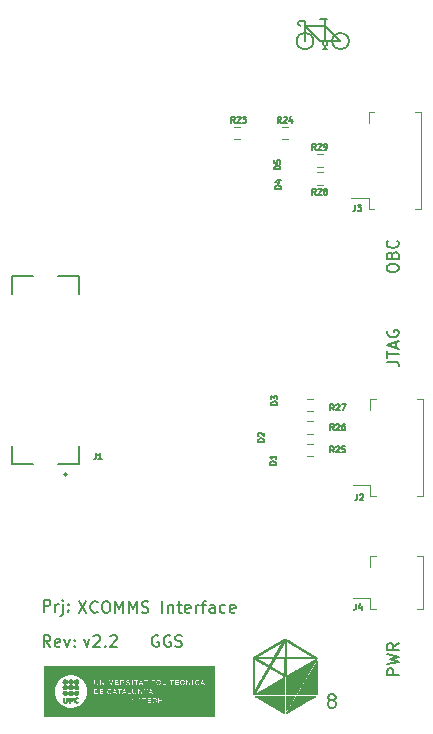
<source format=gto>
%TF.GenerationSoftware,KiCad,Pcbnew,(6.0.6)*%
%TF.CreationDate,2022-07-08T14:59:32+02:00*%
%TF.ProjectId,XCOMMS_Interface,58434f4d-4d53-45f4-996e-746572666163,rev?*%
%TF.SameCoordinates,Original*%
%TF.FileFunction,Legend,Top*%
%TF.FilePolarity,Positive*%
%FSLAX46Y46*%
G04 Gerber Fmt 4.6, Leading zero omitted, Abs format (unit mm)*
G04 Created by KiCad (PCBNEW (6.0.6)) date 2022-07-08 14:59:32*
%MOMM*%
%LPD*%
G01*
G04 APERTURE LIST*
%ADD10C,0.200000*%
%ADD11C,0.150000*%
%ADD12C,0.127000*%
%ADD13C,0.025400*%
%ADD14C,0.120000*%
G04 APERTURE END LIST*
D10*
X138771428Y-127285714D02*
X139009523Y-127952380D01*
X139247619Y-127285714D01*
X139580952Y-127047619D02*
X139628571Y-127000000D01*
X139723809Y-126952380D01*
X139961904Y-126952380D01*
X140057142Y-127000000D01*
X140104761Y-127047619D01*
X140152380Y-127142857D01*
X140152380Y-127238095D01*
X140104761Y-127380952D01*
X139533333Y-127952380D01*
X140152380Y-127952380D01*
X140580952Y-127857142D02*
X140628571Y-127904761D01*
X140580952Y-127952380D01*
X140533333Y-127904761D01*
X140580952Y-127857142D01*
X140580952Y-127952380D01*
X141009523Y-127047619D02*
X141057142Y-127000000D01*
X141152380Y-126952380D01*
X141390476Y-126952380D01*
X141485714Y-127000000D01*
X141533333Y-127047619D01*
X141580952Y-127142857D01*
X141580952Y-127238095D01*
X141533333Y-127380952D01*
X140961904Y-127952380D01*
X141580952Y-127952380D01*
D11*
X164452380Y-103782666D02*
X165166666Y-103782666D01*
X165309523Y-103830285D01*
X165404761Y-103925523D01*
X165452380Y-104068380D01*
X165452380Y-104163619D01*
X164452380Y-103449333D02*
X164452380Y-102877904D01*
X165452380Y-103163619D02*
X164452380Y-103163619D01*
X165166666Y-102592190D02*
X165166666Y-102116000D01*
X165452380Y-102687428D02*
X164452380Y-102354095D01*
X165452380Y-102020761D01*
X164500000Y-101163619D02*
X164452380Y-101258857D01*
X164452380Y-101401714D01*
X164500000Y-101544571D01*
X164595238Y-101639809D01*
X164690476Y-101687428D01*
X164880952Y-101735047D01*
X165023809Y-101735047D01*
X165214285Y-101687428D01*
X165309523Y-101639809D01*
X165404761Y-101544571D01*
X165452380Y-101401714D01*
X165452380Y-101306476D01*
X165404761Y-101163619D01*
X165357142Y-101116000D01*
X165023809Y-101116000D01*
X165023809Y-101306476D01*
D10*
X138333333Y-124052380D02*
X139000000Y-125052380D01*
X139000000Y-124052380D02*
X138333333Y-125052380D01*
X139952380Y-124957142D02*
X139904761Y-125004761D01*
X139761904Y-125052380D01*
X139666666Y-125052380D01*
X139523809Y-125004761D01*
X139428571Y-124909523D01*
X139380952Y-124814285D01*
X139333333Y-124623809D01*
X139333333Y-124480952D01*
X139380952Y-124290476D01*
X139428571Y-124195238D01*
X139523809Y-124100000D01*
X139666666Y-124052380D01*
X139761904Y-124052380D01*
X139904761Y-124100000D01*
X139952380Y-124147619D01*
X140571428Y-124052380D02*
X140761904Y-124052380D01*
X140857142Y-124100000D01*
X140952380Y-124195238D01*
X141000000Y-124385714D01*
X141000000Y-124719047D01*
X140952380Y-124909523D01*
X140857142Y-125004761D01*
X140761904Y-125052380D01*
X140571428Y-125052380D01*
X140476190Y-125004761D01*
X140380952Y-124909523D01*
X140333333Y-124719047D01*
X140333333Y-124385714D01*
X140380952Y-124195238D01*
X140476190Y-124100000D01*
X140571428Y-124052380D01*
X141428571Y-125052380D02*
X141428571Y-124052380D01*
X141761904Y-124766666D01*
X142095238Y-124052380D01*
X142095238Y-125052380D01*
X142571428Y-125052380D02*
X142571428Y-124052380D01*
X142904761Y-124766666D01*
X143238095Y-124052380D01*
X143238095Y-125052380D01*
X143666666Y-125004761D02*
X143809523Y-125052380D01*
X144047619Y-125052380D01*
X144142857Y-125004761D01*
X144190476Y-124957142D01*
X144238095Y-124861904D01*
X144238095Y-124766666D01*
X144190476Y-124671428D01*
X144142857Y-124623809D01*
X144047619Y-124576190D01*
X143857142Y-124528571D01*
X143761904Y-124480952D01*
X143714285Y-124433333D01*
X143666666Y-124338095D01*
X143666666Y-124242857D01*
X143714285Y-124147619D01*
X143761904Y-124100000D01*
X143857142Y-124052380D01*
X144095238Y-124052380D01*
X144238095Y-124100000D01*
X145428571Y-125052380D02*
X145428571Y-124052380D01*
X145904761Y-124385714D02*
X145904761Y-125052380D01*
X145904761Y-124480952D02*
X145952380Y-124433333D01*
X146047619Y-124385714D01*
X146190476Y-124385714D01*
X146285714Y-124433333D01*
X146333333Y-124528571D01*
X146333333Y-125052380D01*
X146666666Y-124385714D02*
X147047619Y-124385714D01*
X146809523Y-124052380D02*
X146809523Y-124909523D01*
X146857142Y-125004761D01*
X146952380Y-125052380D01*
X147047619Y-125052380D01*
X147761904Y-125004761D02*
X147666666Y-125052380D01*
X147476190Y-125052380D01*
X147380952Y-125004761D01*
X147333333Y-124909523D01*
X147333333Y-124528571D01*
X147380952Y-124433333D01*
X147476190Y-124385714D01*
X147666666Y-124385714D01*
X147761904Y-124433333D01*
X147809523Y-124528571D01*
X147809523Y-124623809D01*
X147333333Y-124719047D01*
X148238095Y-125052380D02*
X148238095Y-124385714D01*
X148238095Y-124576190D02*
X148285714Y-124480952D01*
X148333333Y-124433333D01*
X148428571Y-124385714D01*
X148523809Y-124385714D01*
X148714285Y-124385714D02*
X149095238Y-124385714D01*
X148857142Y-125052380D02*
X148857142Y-124195238D01*
X148904761Y-124100000D01*
X149000000Y-124052380D01*
X149095238Y-124052380D01*
X149857142Y-125052380D02*
X149857142Y-124528571D01*
X149809523Y-124433333D01*
X149714285Y-124385714D01*
X149523809Y-124385714D01*
X149428571Y-124433333D01*
X149857142Y-125004761D02*
X149761904Y-125052380D01*
X149523809Y-125052380D01*
X149428571Y-125004761D01*
X149380952Y-124909523D01*
X149380952Y-124814285D01*
X149428571Y-124719047D01*
X149523809Y-124671428D01*
X149761904Y-124671428D01*
X149857142Y-124623809D01*
X150761904Y-125004761D02*
X150666666Y-125052380D01*
X150476190Y-125052380D01*
X150380952Y-125004761D01*
X150333333Y-124957142D01*
X150285714Y-124861904D01*
X150285714Y-124576190D01*
X150333333Y-124480952D01*
X150380952Y-124433333D01*
X150476190Y-124385714D01*
X150666666Y-124385714D01*
X150761904Y-124433333D01*
X151571428Y-125004761D02*
X151476190Y-125052380D01*
X151285714Y-125052380D01*
X151190476Y-125004761D01*
X151142857Y-124909523D01*
X151142857Y-124528571D01*
X151190476Y-124433333D01*
X151285714Y-124385714D01*
X151476190Y-124385714D01*
X151571428Y-124433333D01*
X151619047Y-124528571D01*
X151619047Y-124623809D01*
X151142857Y-124719047D01*
D11*
X165452382Y-130333334D02*
X164452382Y-130333334D01*
X164452382Y-129952381D01*
X164500002Y-129857143D01*
X164547621Y-129809524D01*
X164642859Y-129761905D01*
X164785716Y-129761905D01*
X164880954Y-129809524D01*
X164928573Y-129857143D01*
X164976192Y-129952381D01*
X164976192Y-130333334D01*
X164452382Y-129428572D02*
X165452382Y-129190477D01*
X164738097Y-129000001D01*
X165452382Y-128809524D01*
X164452382Y-128571429D01*
X165452382Y-127619048D02*
X164976192Y-127952381D01*
X165452382Y-128190477D02*
X164452382Y-128190477D01*
X164452382Y-127809524D01*
X164500002Y-127714286D01*
X164547621Y-127666667D01*
X164642859Y-127619048D01*
X164785716Y-127619048D01*
X164880954Y-127666667D01*
X164928573Y-127714286D01*
X164976192Y-127809524D01*
X164976192Y-128190477D01*
X164425380Y-95964238D02*
X164425380Y-95773761D01*
X164473000Y-95678523D01*
X164568238Y-95583285D01*
X164758714Y-95535666D01*
X165092047Y-95535666D01*
X165282523Y-95583285D01*
X165377761Y-95678523D01*
X165425380Y-95773761D01*
X165425380Y-95964238D01*
X165377761Y-96059476D01*
X165282523Y-96154714D01*
X165092047Y-96202333D01*
X164758714Y-96202333D01*
X164568238Y-96154714D01*
X164473000Y-96059476D01*
X164425380Y-95964238D01*
X164901571Y-94773761D02*
X164949190Y-94630904D01*
X164996809Y-94583285D01*
X165092047Y-94535666D01*
X165234904Y-94535666D01*
X165330142Y-94583285D01*
X165377761Y-94630904D01*
X165425380Y-94726142D01*
X165425380Y-95107095D01*
X164425380Y-95107095D01*
X164425380Y-94773761D01*
X164473000Y-94678523D01*
X164520619Y-94630904D01*
X164615857Y-94583285D01*
X164711095Y-94583285D01*
X164806333Y-94630904D01*
X164853952Y-94678523D01*
X164901571Y-94773761D01*
X164901571Y-95107095D01*
X165330142Y-93535666D02*
X165377761Y-93583285D01*
X165425380Y-93726142D01*
X165425380Y-93821380D01*
X165377761Y-93964238D01*
X165282523Y-94059476D01*
X165187285Y-94107095D01*
X164996809Y-94154714D01*
X164853952Y-94154714D01*
X164663476Y-94107095D01*
X164568238Y-94059476D01*
X164473000Y-93964238D01*
X164425380Y-93821380D01*
X164425380Y-93726142D01*
X164473000Y-93583285D01*
X164520619Y-93535666D01*
X159657142Y-132451928D02*
X159548285Y-132397500D01*
X159493857Y-132343071D01*
X159439428Y-132234214D01*
X159439428Y-132179785D01*
X159493857Y-132070928D01*
X159548285Y-132016500D01*
X159657142Y-131962071D01*
X159874857Y-131962071D01*
X159983714Y-132016500D01*
X160038142Y-132070928D01*
X160092571Y-132179785D01*
X160092571Y-132234214D01*
X160038142Y-132343071D01*
X159983714Y-132397500D01*
X159874857Y-132451928D01*
X159657142Y-132451928D01*
X159548285Y-132506357D01*
X159493857Y-132560785D01*
X159439428Y-132669642D01*
X159439428Y-132887357D01*
X159493857Y-132996214D01*
X159548285Y-133050642D01*
X159657142Y-133105071D01*
X159874857Y-133105071D01*
X159983714Y-133050642D01*
X160038142Y-132996214D01*
X160092571Y-132887357D01*
X160092571Y-132669642D01*
X160038142Y-132560785D01*
X159983714Y-132506357D01*
X159874857Y-132451928D01*
D12*
%TO.C,J1*%
X139794764Y-111521199D02*
X139794764Y-111884056D01*
X139770574Y-111956628D01*
X139722193Y-112005009D01*
X139649621Y-112029199D01*
X139601240Y-112029199D01*
X140302764Y-112029199D02*
X140012478Y-112029199D01*
X140157621Y-112029199D02*
X140157621Y-111521199D01*
X140109240Y-111593770D01*
X140060859Y-111642151D01*
X140012478Y-111666342D01*
%TO.C,D2*%
X154029809Y-110580152D02*
X153521809Y-110580152D01*
X153521809Y-110459200D01*
X153546000Y-110386628D01*
X153594380Y-110338247D01*
X153642761Y-110314057D01*
X153739523Y-110289866D01*
X153812095Y-110289866D01*
X153908857Y-110314057D01*
X153957238Y-110338247D01*
X154005619Y-110386628D01*
X154029809Y-110459200D01*
X154029809Y-110580152D01*
X153570190Y-110096342D02*
X153546000Y-110072152D01*
X153521809Y-110023771D01*
X153521809Y-109902819D01*
X153546000Y-109854438D01*
X153570190Y-109830247D01*
X153618571Y-109806057D01*
X153666952Y-109806057D01*
X153739523Y-109830247D01*
X154029809Y-110120533D01*
X154029809Y-109806057D01*
%TO.C,D5*%
X155423809Y-87496952D02*
X154915809Y-87496952D01*
X154915809Y-87376000D01*
X154940000Y-87303428D01*
X154988380Y-87255047D01*
X155036761Y-87230857D01*
X155133523Y-87206666D01*
X155206095Y-87206666D01*
X155302857Y-87230857D01*
X155351238Y-87255047D01*
X155399619Y-87303428D01*
X155423809Y-87376000D01*
X155423809Y-87496952D01*
X154915809Y-86747047D02*
X154915809Y-86988952D01*
X155157714Y-87013142D01*
X155133523Y-86988952D01*
X155109333Y-86940571D01*
X155109333Y-86819619D01*
X155133523Y-86771238D01*
X155157714Y-86747047D01*
X155206095Y-86722857D01*
X155327047Y-86722857D01*
X155375428Y-86747047D01*
X155399619Y-86771238D01*
X155423809Y-86819619D01*
X155423809Y-86940571D01*
X155399619Y-86988952D01*
X155375428Y-87013142D01*
D10*
%TO.C,Annotation2*%
X145091904Y-127000000D02*
X144996666Y-126952380D01*
X144853809Y-126952380D01*
X144710952Y-127000000D01*
X144615714Y-127095238D01*
X144568095Y-127190476D01*
X144520476Y-127380952D01*
X144520476Y-127523809D01*
X144568095Y-127714285D01*
X144615714Y-127809523D01*
X144710952Y-127904761D01*
X144853809Y-127952380D01*
X144949047Y-127952380D01*
X145091904Y-127904761D01*
X145139523Y-127857142D01*
X145139523Y-127523809D01*
X144949047Y-127523809D01*
X146091904Y-127000000D02*
X145996666Y-126952380D01*
X145853809Y-126952380D01*
X145710952Y-127000000D01*
X145615714Y-127095238D01*
X145568095Y-127190476D01*
X145520476Y-127380952D01*
X145520476Y-127523809D01*
X145568095Y-127714285D01*
X145615714Y-127809523D01*
X145710952Y-127904761D01*
X145853809Y-127952380D01*
X145949047Y-127952380D01*
X146091904Y-127904761D01*
X146139523Y-127857142D01*
X146139523Y-127523809D01*
X145949047Y-127523809D01*
X146520476Y-127904761D02*
X146663333Y-127952380D01*
X146901428Y-127952380D01*
X146996666Y-127904761D01*
X147044285Y-127857142D01*
X147091904Y-127761904D01*
X147091904Y-127666666D01*
X147044285Y-127571428D01*
X146996666Y-127523809D01*
X146901428Y-127476190D01*
X146710952Y-127428571D01*
X146615714Y-127380952D01*
X146568095Y-127333333D01*
X146520476Y-127238095D01*
X146520476Y-127142857D01*
X146568095Y-127047619D01*
X146615714Y-127000000D01*
X146710952Y-126952380D01*
X146949047Y-126952380D01*
X147091904Y-127000000D01*
D12*
%TO.C,R28*%
X158419428Y-89637809D02*
X158250095Y-89395904D01*
X158129142Y-89637809D02*
X158129142Y-89129809D01*
X158322666Y-89129809D01*
X158371047Y-89154000D01*
X158395238Y-89178190D01*
X158419428Y-89226571D01*
X158419428Y-89299142D01*
X158395238Y-89347523D01*
X158371047Y-89371714D01*
X158322666Y-89395904D01*
X158129142Y-89395904D01*
X158612952Y-89178190D02*
X158637142Y-89154000D01*
X158685523Y-89129809D01*
X158806476Y-89129809D01*
X158854857Y-89154000D01*
X158879047Y-89178190D01*
X158903238Y-89226571D01*
X158903238Y-89274952D01*
X158879047Y-89347523D01*
X158588761Y-89637809D01*
X158903238Y-89637809D01*
X159193523Y-89347523D02*
X159145142Y-89323333D01*
X159120952Y-89299142D01*
X159096761Y-89250761D01*
X159096761Y-89226571D01*
X159120952Y-89178190D01*
X159145142Y-89154000D01*
X159193523Y-89129809D01*
X159290285Y-89129809D01*
X159338666Y-89154000D01*
X159362857Y-89178190D01*
X159387047Y-89226571D01*
X159387047Y-89250761D01*
X159362857Y-89299142D01*
X159338666Y-89323333D01*
X159290285Y-89347523D01*
X159193523Y-89347523D01*
X159145142Y-89371714D01*
X159120952Y-89395904D01*
X159096761Y-89444285D01*
X159096761Y-89541047D01*
X159120952Y-89589428D01*
X159145142Y-89613619D01*
X159193523Y-89637809D01*
X159290285Y-89637809D01*
X159338666Y-89613619D01*
X159362857Y-89589428D01*
X159387047Y-89541047D01*
X159387047Y-89444285D01*
X159362857Y-89395904D01*
X159338666Y-89371714D01*
X159290285Y-89347523D01*
D10*
%TO.C,Annotation5*%
X135939523Y-127952380D02*
X135606190Y-127476190D01*
X135368095Y-127952380D02*
X135368095Y-126952380D01*
X135749047Y-126952380D01*
X135844285Y-127000000D01*
X135891904Y-127047619D01*
X135939523Y-127142857D01*
X135939523Y-127285714D01*
X135891904Y-127380952D01*
X135844285Y-127428571D01*
X135749047Y-127476190D01*
X135368095Y-127476190D01*
X136749047Y-127904761D02*
X136653809Y-127952380D01*
X136463333Y-127952380D01*
X136368095Y-127904761D01*
X136320476Y-127809523D01*
X136320476Y-127428571D01*
X136368095Y-127333333D01*
X136463333Y-127285714D01*
X136653809Y-127285714D01*
X136749047Y-127333333D01*
X136796666Y-127428571D01*
X136796666Y-127523809D01*
X136320476Y-127619047D01*
X137130000Y-127285714D02*
X137368095Y-127952380D01*
X137606190Y-127285714D01*
X137987142Y-127857142D02*
X138034761Y-127904761D01*
X137987142Y-127952380D01*
X137939523Y-127904761D01*
X137987142Y-127857142D01*
X137987142Y-127952380D01*
X137987142Y-127333333D02*
X138034761Y-127380952D01*
X137987142Y-127428571D01*
X137939523Y-127380952D01*
X137987142Y-127333333D01*
X137987142Y-127428571D01*
D12*
%TO.C,D4*%
X155455809Y-89147952D02*
X154947809Y-89147952D01*
X154947809Y-89027000D01*
X154972000Y-88954428D01*
X155020380Y-88906047D01*
X155068761Y-88881857D01*
X155165523Y-88857666D01*
X155238095Y-88857666D01*
X155334857Y-88881857D01*
X155383238Y-88906047D01*
X155431619Y-88954428D01*
X155455809Y-89027000D01*
X155455809Y-89147952D01*
X155117142Y-88422238D02*
X155455809Y-88422238D01*
X154923619Y-88543190D02*
X155286476Y-88664142D01*
X155286476Y-88349666D01*
%TO.C,J4*%
X161830666Y-124288609D02*
X161830666Y-124651466D01*
X161806476Y-124724038D01*
X161758095Y-124772419D01*
X161685523Y-124796609D01*
X161637142Y-124796609D01*
X162290285Y-124457942D02*
X162290285Y-124796609D01*
X162169333Y-124264419D02*
X162048380Y-124627276D01*
X162362857Y-124627276D01*
%TO.C,R23*%
X151565428Y-83541809D02*
X151396095Y-83299904D01*
X151275142Y-83541809D02*
X151275142Y-83033809D01*
X151468666Y-83033809D01*
X151517047Y-83058000D01*
X151541238Y-83082190D01*
X151565428Y-83130571D01*
X151565428Y-83203142D01*
X151541238Y-83251523D01*
X151517047Y-83275714D01*
X151468666Y-83299904D01*
X151275142Y-83299904D01*
X151758952Y-83082190D02*
X151783142Y-83058000D01*
X151831523Y-83033809D01*
X151952476Y-83033809D01*
X152000857Y-83058000D01*
X152025047Y-83082190D01*
X152049238Y-83130571D01*
X152049238Y-83178952D01*
X152025047Y-83251523D01*
X151734761Y-83541809D01*
X152049238Y-83541809D01*
X152218571Y-83033809D02*
X152533047Y-83033809D01*
X152363714Y-83227333D01*
X152436285Y-83227333D01*
X152484666Y-83251523D01*
X152508857Y-83275714D01*
X152533047Y-83324095D01*
X152533047Y-83445047D01*
X152508857Y-83493428D01*
X152484666Y-83517619D01*
X152436285Y-83541809D01*
X152291142Y-83541809D01*
X152242761Y-83517619D01*
X152218571Y-83493428D01*
%TO.C,R27*%
X159947428Y-107918809D02*
X159778095Y-107676904D01*
X159657142Y-107918809D02*
X159657142Y-107410809D01*
X159850666Y-107410809D01*
X159899047Y-107435000D01*
X159923238Y-107459190D01*
X159947428Y-107507571D01*
X159947428Y-107580142D01*
X159923238Y-107628523D01*
X159899047Y-107652714D01*
X159850666Y-107676904D01*
X159657142Y-107676904D01*
X160140952Y-107459190D02*
X160165142Y-107435000D01*
X160213523Y-107410809D01*
X160334476Y-107410809D01*
X160382857Y-107435000D01*
X160407047Y-107459190D01*
X160431238Y-107507571D01*
X160431238Y-107555952D01*
X160407047Y-107628523D01*
X160116761Y-107918809D01*
X160431238Y-107918809D01*
X160600571Y-107410809D02*
X160939238Y-107410809D01*
X160721523Y-107918809D01*
D10*
%TO.C,Annotation4*%
X135368095Y-124952380D02*
X135368095Y-123952380D01*
X135749047Y-123952380D01*
X135844285Y-124000000D01*
X135891904Y-124047619D01*
X135939523Y-124142857D01*
X135939523Y-124285714D01*
X135891904Y-124380952D01*
X135844285Y-124428571D01*
X135749047Y-124476190D01*
X135368095Y-124476190D01*
X136368095Y-124952380D02*
X136368095Y-124285714D01*
X136368095Y-124476190D02*
X136415714Y-124380952D01*
X136463333Y-124333333D01*
X136558571Y-124285714D01*
X136653809Y-124285714D01*
X136987142Y-124285714D02*
X136987142Y-125142857D01*
X136939523Y-125238095D01*
X136844285Y-125285714D01*
X136796666Y-125285714D01*
X136987142Y-123952380D02*
X136939523Y-124000000D01*
X136987142Y-124047619D01*
X137034761Y-124000000D01*
X136987142Y-123952380D01*
X136987142Y-124047619D01*
X137463333Y-124857142D02*
X137510952Y-124904761D01*
X137463333Y-124952380D01*
X137415714Y-124904761D01*
X137463333Y-124857142D01*
X137463333Y-124952380D01*
X137463333Y-124333333D02*
X137510952Y-124380952D01*
X137463333Y-124428571D01*
X137415714Y-124380952D01*
X137463333Y-124333333D01*
X137463333Y-124428571D01*
D12*
%TO.C,R25*%
X159947428Y-111474809D02*
X159778095Y-111232904D01*
X159657142Y-111474809D02*
X159657142Y-110966809D01*
X159850666Y-110966809D01*
X159899047Y-110991000D01*
X159923238Y-111015190D01*
X159947428Y-111063571D01*
X159947428Y-111136142D01*
X159923238Y-111184523D01*
X159899047Y-111208714D01*
X159850666Y-111232904D01*
X159657142Y-111232904D01*
X160140952Y-111015190D02*
X160165142Y-110991000D01*
X160213523Y-110966809D01*
X160334476Y-110966809D01*
X160382857Y-110991000D01*
X160407047Y-111015190D01*
X160431238Y-111063571D01*
X160431238Y-111111952D01*
X160407047Y-111184523D01*
X160116761Y-111474809D01*
X160431238Y-111474809D01*
X160890857Y-110966809D02*
X160648952Y-110966809D01*
X160624761Y-111208714D01*
X160648952Y-111184523D01*
X160697333Y-111160333D01*
X160818285Y-111160333D01*
X160866666Y-111184523D01*
X160890857Y-111208714D01*
X160915047Y-111257095D01*
X160915047Y-111378047D01*
X160890857Y-111426428D01*
X160866666Y-111450619D01*
X160818285Y-111474809D01*
X160697333Y-111474809D01*
X160648952Y-111450619D01*
X160624761Y-111426428D01*
%TO.C,D1*%
X155029809Y-112511952D02*
X154521809Y-112511952D01*
X154521809Y-112391000D01*
X154546000Y-112318428D01*
X154594380Y-112270047D01*
X154642761Y-112245857D01*
X154739523Y-112221666D01*
X154812095Y-112221666D01*
X154908857Y-112245857D01*
X154957238Y-112270047D01*
X155005619Y-112318428D01*
X155029809Y-112391000D01*
X155029809Y-112511952D01*
X155029809Y-111737857D02*
X155029809Y-112028142D01*
X155029809Y-111883000D02*
X154521809Y-111883000D01*
X154594380Y-111931380D01*
X154642761Y-111979761D01*
X154666952Y-112028142D01*
%TO.C,R24*%
X155502428Y-83541809D02*
X155333095Y-83299904D01*
X155212142Y-83541809D02*
X155212142Y-83033809D01*
X155405666Y-83033809D01*
X155454047Y-83058000D01*
X155478238Y-83082190D01*
X155502428Y-83130571D01*
X155502428Y-83203142D01*
X155478238Y-83251523D01*
X155454047Y-83275714D01*
X155405666Y-83299904D01*
X155212142Y-83299904D01*
X155695952Y-83082190D02*
X155720142Y-83058000D01*
X155768523Y-83033809D01*
X155889476Y-83033809D01*
X155937857Y-83058000D01*
X155962047Y-83082190D01*
X155986238Y-83130571D01*
X155986238Y-83178952D01*
X155962047Y-83251523D01*
X155671761Y-83541809D01*
X155986238Y-83541809D01*
X156421666Y-83203142D02*
X156421666Y-83541809D01*
X156300714Y-83009619D02*
X156179761Y-83372476D01*
X156494238Y-83372476D01*
%TO.C,D3*%
X155169809Y-107435952D02*
X154661809Y-107435952D01*
X154661809Y-107315000D01*
X154686000Y-107242428D01*
X154734380Y-107194047D01*
X154782761Y-107169857D01*
X154879523Y-107145666D01*
X154952095Y-107145666D01*
X155048857Y-107169857D01*
X155097238Y-107194047D01*
X155145619Y-107242428D01*
X155169809Y-107315000D01*
X155169809Y-107435952D01*
X154661809Y-106976333D02*
X154661809Y-106661857D01*
X154855333Y-106831190D01*
X154855333Y-106758619D01*
X154879523Y-106710238D01*
X154903714Y-106686047D01*
X154952095Y-106661857D01*
X155073047Y-106661857D01*
X155121428Y-106686047D01*
X155145619Y-106710238D01*
X155169809Y-106758619D01*
X155169809Y-106903761D01*
X155145619Y-106952142D01*
X155121428Y-106976333D01*
%TO.C,J3*%
X161755666Y-90526809D02*
X161755666Y-90889666D01*
X161731476Y-90962238D01*
X161683095Y-91010619D01*
X161610523Y-91034809D01*
X161562142Y-91034809D01*
X161949190Y-90526809D02*
X162263666Y-90526809D01*
X162094333Y-90720333D01*
X162166904Y-90720333D01*
X162215285Y-90744523D01*
X162239476Y-90768714D01*
X162263666Y-90817095D01*
X162263666Y-90938047D01*
X162239476Y-90986428D01*
X162215285Y-91010619D01*
X162166904Y-91034809D01*
X162021761Y-91034809D01*
X161973380Y-91010619D01*
X161949190Y-90986428D01*
%TO.C,R29*%
X158423428Y-85827809D02*
X158254095Y-85585904D01*
X158133142Y-85827809D02*
X158133142Y-85319809D01*
X158326666Y-85319809D01*
X158375047Y-85344000D01*
X158399238Y-85368190D01*
X158423428Y-85416571D01*
X158423428Y-85489142D01*
X158399238Y-85537523D01*
X158375047Y-85561714D01*
X158326666Y-85585904D01*
X158133142Y-85585904D01*
X158616952Y-85368190D02*
X158641142Y-85344000D01*
X158689523Y-85319809D01*
X158810476Y-85319809D01*
X158858857Y-85344000D01*
X158883047Y-85368190D01*
X158907238Y-85416571D01*
X158907238Y-85464952D01*
X158883047Y-85537523D01*
X158592761Y-85827809D01*
X158907238Y-85827809D01*
X159149142Y-85827809D02*
X159245904Y-85827809D01*
X159294285Y-85803619D01*
X159318476Y-85779428D01*
X159366857Y-85706857D01*
X159391047Y-85610095D01*
X159391047Y-85416571D01*
X159366857Y-85368190D01*
X159342666Y-85344000D01*
X159294285Y-85319809D01*
X159197523Y-85319809D01*
X159149142Y-85344000D01*
X159124952Y-85368190D01*
X159100761Y-85416571D01*
X159100761Y-85537523D01*
X159124952Y-85585904D01*
X159149142Y-85610095D01*
X159197523Y-85634285D01*
X159294285Y-85634285D01*
X159342666Y-85610095D01*
X159366857Y-85585904D01*
X159391047Y-85537523D01*
%TO.C,J2*%
X161930666Y-114988609D02*
X161930666Y-115351466D01*
X161906476Y-115424038D01*
X161858095Y-115472419D01*
X161785523Y-115496609D01*
X161737142Y-115496609D01*
X162148380Y-115036990D02*
X162172571Y-115012800D01*
X162220952Y-114988609D01*
X162341904Y-114988609D01*
X162390285Y-115012800D01*
X162414476Y-115036990D01*
X162438666Y-115085371D01*
X162438666Y-115133752D01*
X162414476Y-115206323D01*
X162124190Y-115496609D01*
X162438666Y-115496609D01*
%TO.C,R26*%
X159947428Y-109572609D02*
X159778095Y-109330704D01*
X159657142Y-109572609D02*
X159657142Y-109064609D01*
X159850666Y-109064609D01*
X159899047Y-109088800D01*
X159923238Y-109112990D01*
X159947428Y-109161371D01*
X159947428Y-109233942D01*
X159923238Y-109282323D01*
X159899047Y-109306514D01*
X159850666Y-109330704D01*
X159657142Y-109330704D01*
X160140952Y-109112990D02*
X160165142Y-109088800D01*
X160213523Y-109064609D01*
X160334476Y-109064609D01*
X160382857Y-109088800D01*
X160407047Y-109112990D01*
X160431238Y-109161371D01*
X160431238Y-109209752D01*
X160407047Y-109282323D01*
X160116761Y-109572609D01*
X160431238Y-109572609D01*
X160866666Y-109064609D02*
X160769904Y-109064609D01*
X160721523Y-109088800D01*
X160697333Y-109112990D01*
X160648952Y-109185561D01*
X160624761Y-109282323D01*
X160624761Y-109475847D01*
X160648952Y-109524228D01*
X160673142Y-109548419D01*
X160721523Y-109572609D01*
X160818285Y-109572609D01*
X160866666Y-109548419D01*
X160890857Y-109524228D01*
X160915047Y-109475847D01*
X160915047Y-109354895D01*
X160890857Y-109306514D01*
X160866666Y-109282323D01*
X160818285Y-109258133D01*
X160721523Y-109258133D01*
X160673142Y-109282323D01*
X160648952Y-109306514D01*
X160624761Y-109354895D01*
D10*
%TO.C,J1*%
X137327200Y-113339989D02*
G75*
G03*
X137327200Y-113339989I-100000J0D01*
G01*
X132652200Y-112439989D02*
X134448200Y-112439989D01*
X138372200Y-110934989D02*
X138372200Y-112439989D01*
X132652200Y-112439989D02*
X132652200Y-110934989D01*
X134448200Y-96559989D02*
X132652200Y-96559989D01*
X136576200Y-112439989D02*
X138372200Y-112439989D01*
X132652200Y-98064989D02*
X132652200Y-96559989D01*
X138372200Y-98064989D02*
X138372200Y-96559989D01*
X138372200Y-96559989D02*
X136576200Y-96559989D01*
D13*
%TO.C,Annotation3*%
X155247176Y-128082925D02*
X155424976Y-128082925D01*
X155882176Y-133188325D02*
X155958376Y-133188325D01*
X155882176Y-130572125D02*
X157507776Y-130572125D01*
X157126776Y-131486525D02*
X158523776Y-131486525D01*
X154993176Y-128540125D02*
X155170976Y-128540125D01*
X153062776Y-128946525D02*
X153189776Y-128946525D01*
X153062776Y-130089525D02*
X153189776Y-130089525D01*
X153062776Y-129733925D02*
X153189776Y-129733925D01*
X155882176Y-131435725D02*
X156999776Y-131435725D01*
X157152176Y-131410325D02*
X158523776Y-131410325D01*
X157964976Y-130038725D02*
X158523776Y-130038725D01*
X155882176Y-131969125D02*
X156694976Y-131969125D01*
X155221776Y-130114925D02*
X155475776Y-130114925D01*
X157914176Y-130114925D02*
X158523776Y-130114925D01*
X155780575Y-127727325D02*
X155907575Y-127727325D01*
X153062776Y-129378325D02*
X153189776Y-129378325D01*
X157253776Y-131257925D02*
X158523776Y-131257925D01*
X155399575Y-130216525D02*
X155628176Y-130216525D01*
X154129575Y-131435725D02*
X155755176Y-131435725D01*
X153062776Y-131715125D02*
X153316776Y-131715125D01*
X154231176Y-128133725D02*
X154485176Y-128133725D01*
X156567976Y-127828925D02*
X156821976Y-127828925D01*
X158447575Y-129225925D02*
X158523776Y-129225925D01*
X155882176Y-132832725D02*
X156186976Y-132832725D01*
X153799376Y-132426325D02*
X155755176Y-132426325D01*
X155780575Y-127905125D02*
X155907575Y-127905125D01*
X157025176Y-129733925D02*
X157990376Y-129733925D01*
X155069376Y-128362325D02*
X155272575Y-128362325D01*
X156542575Y-127803525D02*
X156771176Y-127803525D01*
X157660176Y-129378325D02*
X158218976Y-129378325D01*
X153062776Y-131461125D02*
X153189776Y-131461125D01*
X153062776Y-131130925D02*
X153189776Y-131130925D01*
X153062776Y-131207125D02*
X153189776Y-131207125D01*
X155780575Y-128413125D02*
X155907575Y-128413125D01*
X153062776Y-131257925D02*
X153189776Y-131257925D01*
X153519976Y-132273925D02*
X155755176Y-132273925D01*
X153062776Y-130876925D02*
X153189776Y-130876925D01*
X155297976Y-130749925D02*
X155755176Y-130749925D01*
X156186976Y-127600325D02*
X156440976Y-127600325D01*
X154129575Y-129479925D02*
X154383575Y-129479925D01*
X154916976Y-127727325D02*
X155170976Y-127727325D01*
X155526575Y-127574925D02*
X155729776Y-127574925D01*
X153392976Y-131308725D02*
X153570776Y-131308725D01*
X157939575Y-129225925D02*
X158295176Y-129225925D01*
X153596176Y-130978525D02*
X153748575Y-130978525D01*
X155272575Y-127524125D02*
X155526575Y-127524125D01*
X154053376Y-128235325D02*
X154307376Y-128235325D01*
X155094776Y-133188325D02*
X155755176Y-133188325D01*
X153621575Y-130927725D02*
X153773976Y-130927725D01*
X155755176Y-129022725D02*
X155882176Y-129022725D01*
X153062776Y-129962525D02*
X153189776Y-129962525D01*
X155094776Y-128311525D02*
X155297976Y-128311525D01*
X156313976Y-132832725D02*
X157126776Y-132832725D01*
X155755176Y-129937125D02*
X155882176Y-129937125D01*
X155882176Y-131130925D02*
X157177575Y-131130925D01*
X155882176Y-131537325D02*
X156948976Y-131537325D01*
X154891575Y-127752725D02*
X155145575Y-127752725D01*
X154535976Y-127955925D02*
X154789976Y-127955925D01*
X155882176Y-133010525D02*
X156085376Y-133010525D01*
X153824776Y-129302125D02*
X154078776Y-129302125D01*
X156313976Y-127676525D02*
X156567976Y-127676525D01*
X155882176Y-131486525D02*
X156974376Y-131486525D01*
X155755176Y-129835525D02*
X155882176Y-129835525D01*
X155780575Y-128133725D02*
X155907575Y-128133725D01*
X153062776Y-129556125D02*
X153189776Y-129556125D01*
X154434376Y-128006725D02*
X154688376Y-128006725D01*
X156237776Y-127625725D02*
X156491776Y-127625725D01*
X153062776Y-130165725D02*
X153189776Y-130165725D01*
X154307376Y-128082925D02*
X154561376Y-128082925D01*
X156618776Y-132324725D02*
X157990376Y-132324725D01*
X155882176Y-130546725D02*
X157533176Y-130546725D01*
X155704376Y-127270125D02*
X155907575Y-127270125D01*
X155882176Y-132502525D02*
X156364776Y-132502525D01*
X158345976Y-129403725D02*
X158523776Y-129403725D01*
X158218976Y-129048125D02*
X158396776Y-129048125D01*
X155018575Y-133137525D02*
X155755176Y-133137525D01*
X156872776Y-131918325D02*
X158523776Y-131918325D01*
X156110776Y-133188325D02*
X156517176Y-133188325D01*
X153951776Y-130318125D02*
X154129575Y-130318125D01*
X157660176Y-130546725D02*
X158523776Y-130546725D01*
X155780575Y-128108325D02*
X155907575Y-128108325D01*
X154612176Y-127905125D02*
X154866176Y-127905125D01*
X153900976Y-129352925D02*
X154154976Y-129352925D01*
X155882176Y-133213725D02*
X155958376Y-133213725D01*
X154358176Y-131283325D02*
X155755176Y-131283325D01*
X155882176Y-132527925D02*
X156364776Y-132527925D01*
X155755176Y-130216525D02*
X155882176Y-130216525D01*
X154815376Y-129886325D02*
X155069376Y-129886325D01*
X154688376Y-131105525D02*
X155755176Y-131105525D01*
X155882176Y-131867525D02*
X156745776Y-131867525D01*
X153164376Y-128743325D02*
X153418376Y-128743325D01*
X154739176Y-127828925D02*
X154993176Y-127828925D01*
X153265976Y-131537325D02*
X153418376Y-131537325D01*
X153875575Y-130470525D02*
X154053376Y-130470525D01*
X155882176Y-130851525D02*
X157329976Y-130851525D01*
X158396776Y-129327525D02*
X158523776Y-129327525D01*
X153748575Y-130699125D02*
X153926376Y-130699125D01*
X156999776Y-131689725D02*
X158523776Y-131689725D01*
X153570776Y-128514725D02*
X153824776Y-128514725D01*
X155196376Y-133239125D02*
X155755176Y-133239125D01*
X155348776Y-130191125D02*
X155602776Y-130191125D01*
X153062776Y-131664325D02*
X153189776Y-131664325D01*
X153062776Y-130749925D02*
X153189776Y-130749925D01*
X153062776Y-129149725D02*
X153189776Y-129149725D01*
X153748575Y-131638925D02*
X155755176Y-131638925D01*
X153062776Y-128870325D02*
X158498376Y-128870325D01*
X153062776Y-128844925D02*
X158498376Y-128844925D01*
X155755176Y-129098925D02*
X155882176Y-129098925D01*
X155221776Y-133264525D02*
X155755176Y-133264525D01*
X155424976Y-130241925D02*
X155678976Y-130241925D01*
X153646976Y-130902325D02*
X153799376Y-130902325D01*
X153215176Y-128946525D02*
X153469176Y-128946525D01*
X153062776Y-131638925D02*
X153189776Y-131638925D01*
X154688376Y-132959725D02*
X155755176Y-132959725D01*
X154967776Y-127701925D02*
X155221776Y-127701925D01*
X153062776Y-131181725D02*
X153189776Y-131181725D01*
X156059976Y-130318125D02*
X157660176Y-130318125D01*
X153646976Y-130851525D02*
X153824776Y-130851525D01*
X153875575Y-128336925D02*
X154129575Y-128336925D01*
X155526575Y-127371725D02*
X156059976Y-127371725D01*
X156694976Y-129937125D02*
X157888776Y-129937125D01*
X154993176Y-128489325D02*
X155196376Y-128489325D01*
X154002575Y-130241925D02*
X154180376Y-130241925D01*
X155170976Y-130089525D02*
X155424976Y-130089525D01*
X153291376Y-131511925D02*
X153443776Y-131511925D01*
X153215176Y-131664325D02*
X153342176Y-131664325D01*
X154180376Y-129987925D02*
X154332776Y-129987925D01*
X155882176Y-132172325D02*
X156567976Y-132172325D01*
X155196376Y-130800725D02*
X155755176Y-130800725D01*
X153062776Y-129251325D02*
X153189776Y-129251325D01*
X154510575Y-129708525D02*
X154764575Y-129708525D01*
X155018575Y-127676525D02*
X155272575Y-127676525D01*
X157634776Y-130622925D02*
X158523776Y-130622925D01*
X153062776Y-131232525D02*
X153189776Y-131232525D01*
X155882176Y-133289925D02*
X155907575Y-133289925D01*
X155678976Y-133518525D02*
X155755176Y-133518525D01*
X155577376Y-130597525D02*
X155755176Y-130597525D01*
X158244376Y-129581525D02*
X158523776Y-129581525D01*
X157456976Y-130902325D02*
X158523776Y-130902325D01*
X154916976Y-128667125D02*
X155094776Y-128667125D01*
X155272575Y-128006725D02*
X155475776Y-128006725D01*
X153062776Y-130546725D02*
X153189776Y-130546725D01*
X155780575Y-128387725D02*
X155907575Y-128387725D01*
X155882176Y-130927725D02*
X157304575Y-130927725D01*
X154561376Y-132883525D02*
X155755176Y-132883525D01*
X158015776Y-129962525D02*
X158523776Y-129962525D01*
X153392976Y-132197725D02*
X155755176Y-132197725D01*
X153316776Y-131461125D02*
X153469176Y-131461125D01*
X154358176Y-128057525D02*
X154612176Y-128057525D01*
X157050575Y-131588125D02*
X158523776Y-131588125D01*
X153062776Y-130216525D02*
X153189776Y-130216525D01*
X157964976Y-130064125D02*
X158523776Y-130064125D01*
X155755176Y-130140325D02*
X155882176Y-130140325D01*
X153570776Y-129149725D02*
X153824776Y-129149725D01*
X155526575Y-127600325D02*
X155704376Y-127600325D01*
X154256575Y-131359525D02*
X155755176Y-131359525D01*
X158371376Y-129352925D02*
X158523776Y-129352925D01*
X155882176Y-131384925D02*
X157025176Y-131384925D01*
X156136176Y-133162925D02*
X156542575Y-133162925D01*
X156491776Y-130064125D02*
X157787176Y-130064125D01*
X155780575Y-128336925D02*
X155907575Y-128336925D01*
X155755176Y-130013325D02*
X155882176Y-130013325D01*
X156745776Y-127930525D02*
X156999776Y-127930525D01*
X153062776Y-131283325D02*
X153189776Y-131283325D01*
X153062776Y-129784725D02*
X153189776Y-129784725D01*
X153291376Y-132146925D02*
X155755176Y-132146925D01*
X157304575Y-131156325D02*
X158523776Y-131156325D01*
X158091976Y-129835525D02*
X158523776Y-129835525D01*
X154180376Y-128159125D02*
X154434376Y-128159125D01*
X155882176Y-132959725D02*
X156110776Y-132959725D01*
X156720376Y-132146925D02*
X158320575Y-132146925D01*
X155526575Y-130622925D02*
X155755176Y-130622925D01*
X154713776Y-128971925D02*
X154916976Y-128971925D01*
X154739176Y-129835525D02*
X154993176Y-129835525D01*
X157990376Y-129987925D02*
X158523776Y-129987925D01*
X155196376Y-127574925D02*
X155450376Y-127574925D01*
X155882176Y-130826125D02*
X157355376Y-130826125D01*
X155170976Y-128209925D02*
X155374176Y-128209925D01*
X157025176Y-131638925D02*
X158523776Y-131638925D01*
X154002575Y-128260725D02*
X154256575Y-128260725D01*
X153850176Y-130546725D02*
X154002575Y-130546725D01*
X156237776Y-130191125D02*
X157736376Y-130191125D01*
X157456976Y-129505325D02*
X158142776Y-129505325D01*
X158269776Y-129022725D02*
X158396776Y-129022725D01*
X158422176Y-129251325D02*
X158523776Y-129251325D01*
X156440976Y-132629525D02*
X157456976Y-132629525D01*
X153951776Y-130343525D02*
X154129575Y-130343525D01*
X155882176Y-131232525D02*
X157126776Y-131232525D01*
X155780575Y-127625725D02*
X155907575Y-127625725D01*
X153062776Y-130368925D02*
X153189776Y-130368925D01*
X157126776Y-128159125D02*
X157355376Y-128159125D01*
X155780575Y-128717925D02*
X155907575Y-128717925D01*
X156567976Y-132400925D02*
X157863376Y-132400925D01*
X155323376Y-130724525D02*
X155755176Y-130724525D01*
X153265976Y-131943725D02*
X155755176Y-131943725D01*
X155755176Y-129251325D02*
X155882176Y-129251325D01*
X154180376Y-129937125D02*
X154358176Y-129937125D01*
X155882176Y-132883525D02*
X156136176Y-132883525D01*
X155399575Y-127447925D02*
X155907575Y-127447925D01*
X154485176Y-127981325D02*
X154739176Y-127981325D01*
X153062776Y-131613525D02*
X153189776Y-131613525D01*
X155882176Y-130495925D02*
X157558575Y-130495925D01*
X153392976Y-128616325D02*
X153646976Y-128616325D01*
X154993176Y-130927725D02*
X155755176Y-130927725D01*
X156847376Y-129860925D02*
X157914176Y-129860925D01*
X154967776Y-128565525D02*
X155145575Y-128565525D01*
X153824776Y-130572125D02*
X153977176Y-130572125D01*
X155374176Y-127473325D02*
X155907575Y-127473325D01*
X155475776Y-130267325D02*
X155729776Y-130267325D01*
X153062776Y-129225925D02*
X153189776Y-129225925D01*
X155882176Y-133086725D02*
X156034575Y-133086725D01*
X158498376Y-129149725D02*
X158523776Y-129149725D01*
X153062776Y-129403725D02*
X153189776Y-129403725D01*
X155780575Y-127676525D02*
X155907575Y-127676525D01*
X155882176Y-130699125D02*
X157431575Y-130699125D01*
X156034575Y-133315325D02*
X156288575Y-133315325D01*
X157202976Y-129632325D02*
X158066575Y-129632325D01*
X154104176Y-130038725D02*
X154307376Y-130038725D01*
X155780575Y-127524125D02*
X155907575Y-127524125D01*
X153062776Y-130902325D02*
X153189776Y-130902325D01*
X156923575Y-128032125D02*
X157152176Y-128032125D01*
X156491776Y-127778125D02*
X156745776Y-127778125D01*
X154586776Y-127930525D02*
X154840776Y-127930525D01*
X155755176Y-129683125D02*
X155882176Y-129683125D01*
X157964976Y-128667125D02*
X158193575Y-128667125D01*
X158422176Y-129276725D02*
X158523776Y-129276725D01*
X153850176Y-130495925D02*
X154027976Y-130495925D01*
X153418376Y-131283325D02*
X153570776Y-131283325D01*
X157380776Y-131029325D02*
X158523776Y-131029325D01*
X155729776Y-130419725D02*
X155780575Y-130419725D01*
X155094776Y-128336925D02*
X155297976Y-128336925D01*
X155755176Y-129632325D02*
X155882176Y-129632325D01*
X157837976Y-129276725D02*
X158269776Y-129276725D01*
X153062776Y-129683125D02*
X153189776Y-129683125D01*
X157507776Y-130800725D02*
X158523776Y-130800725D01*
X155120176Y-128286125D02*
X155323376Y-128286125D01*
X156720376Y-132172325D02*
X158244376Y-132172325D01*
X155882176Y-130775325D02*
X157380776Y-130775325D01*
X157406176Y-129530725D02*
X158117376Y-129530725D01*
X157837976Y-128590925D02*
X158091976Y-128590925D01*
X154739176Y-128946525D02*
X154942376Y-128946525D01*
X156618776Y-127854325D02*
X156872776Y-127854325D01*
X155882176Y-130648325D02*
X157456976Y-130648325D01*
X158269776Y-129505325D02*
X158523776Y-129505325D01*
X153418376Y-131257925D02*
X153596176Y-131257925D01*
X156186976Y-133086725D02*
X156694976Y-133086725D01*
X156491776Y-132553325D02*
X157609376Y-132553325D01*
X157456976Y-128362325D02*
X157710976Y-128362325D01*
X155882176Y-132731125D02*
X156237776Y-132731125D01*
X154332776Y-129708525D02*
X154485176Y-129708525D01*
X154332776Y-129683125D02*
X154739176Y-129683125D01*
X153545376Y-131080125D02*
X153697776Y-131080125D01*
X154942376Y-128641725D02*
X155120176Y-128641725D01*
X157482376Y-130851525D02*
X158523776Y-130851525D01*
X153062776Y-131969125D02*
X153164376Y-131969125D01*
X153062776Y-130114925D02*
X153189776Y-130114925D01*
X155882176Y-131359525D02*
X157050575Y-131359525D01*
X157990376Y-130013325D02*
X158523776Y-130013325D01*
X154180376Y-132654925D02*
X155755176Y-132654925D01*
X156339376Y-132807325D02*
X157152176Y-132807325D01*
X153494575Y-132248525D02*
X155755176Y-132248525D01*
X155983776Y-127473325D02*
X156237776Y-127473325D01*
X155882176Y-132705725D02*
X156263176Y-132705725D01*
X155755176Y-129200525D02*
X155882176Y-129200525D01*
X153062776Y-129200525D02*
X153189776Y-129200525D01*
X155780575Y-128362325D02*
X155907575Y-128362325D01*
X155450376Y-127701925D02*
X155653575Y-127701925D01*
X155196376Y-128184525D02*
X155374176Y-128184525D01*
X155780575Y-127701925D02*
X155907575Y-127701925D01*
X155882176Y-131334125D02*
X157050575Y-131334125D01*
X155755176Y-129479925D02*
X155882176Y-129479925D01*
X154180376Y-131384925D02*
X155755176Y-131384925D01*
X155399575Y-127803525D02*
X155602776Y-127803525D01*
X155628176Y-130546725D02*
X155755176Y-130546725D01*
X153062776Y-129657725D02*
X153189776Y-129657725D01*
X154281976Y-128108325D02*
X154510575Y-128108325D01*
X156288575Y-127651125D02*
X156517176Y-127651125D01*
X155043976Y-127651125D02*
X155297976Y-127651125D01*
X156923575Y-131816725D02*
X158523776Y-131816725D01*
X153392976Y-131842125D02*
X155755176Y-131842125D01*
X156440976Y-127752725D02*
X156694976Y-127752725D01*
X153596176Y-132324725D02*
X155755176Y-132324725D01*
X154002575Y-129403725D02*
X154256575Y-129403725D01*
X156466376Y-132578725D02*
X157533176Y-132578725D01*
X155882176Y-131664325D02*
X156872776Y-131664325D01*
X156110776Y-133213725D02*
X156466376Y-133213725D01*
X156669575Y-132248525D02*
X158142776Y-132248525D01*
X155882176Y-132375525D02*
X156440976Y-132375525D01*
X157634776Y-128463925D02*
X157863376Y-128463925D01*
X153062776Y-130851525D02*
X153189776Y-130851525D01*
X155780575Y-128667125D02*
X155907575Y-128667125D01*
X153062776Y-129860925D02*
X153189776Y-129860925D01*
X157837976Y-130267325D02*
X158523776Y-130267325D01*
X155755176Y-129403725D02*
X155882176Y-129403725D01*
X153062776Y-129302125D02*
X153189776Y-129302125D01*
X155780575Y-128057525D02*
X155907575Y-128057525D01*
X157075976Y-131537325D02*
X158523776Y-131537325D01*
X153062776Y-130699125D02*
X153189776Y-130699125D01*
X155882176Y-132807325D02*
X156186976Y-132807325D01*
X156948976Y-129784725D02*
X157964976Y-129784725D01*
X154586776Y-129251325D02*
X154764575Y-129251325D01*
X157761776Y-130394325D02*
X158523776Y-130394325D01*
X153062776Y-131334125D02*
X153189776Y-131334125D01*
X153773976Y-130648325D02*
X153951776Y-130648325D01*
X154942376Y-133086725D02*
X155755176Y-133086725D01*
X158472976Y-129175125D02*
X158523776Y-129175125D01*
X154840776Y-133035925D02*
X155755176Y-133035925D01*
X155882176Y-131156325D02*
X157152176Y-131156325D01*
X153723176Y-130749925D02*
X153875575Y-130749925D01*
X158447575Y-129200525D02*
X158523776Y-129200525D01*
X157685575Y-129352925D02*
X158218976Y-129352925D01*
X154078776Y-130140325D02*
X154231176Y-130140325D01*
X153977176Y-130292725D02*
X154154976Y-130292725D01*
X156440976Y-132654925D02*
X157406176Y-132654925D01*
X156059976Y-127524125D02*
X156313976Y-127524125D01*
X156186976Y-133061325D02*
X156720376Y-133061325D01*
X156009176Y-130343525D02*
X157634776Y-130343525D01*
X157812575Y-130292725D02*
X158523776Y-130292725D01*
X155018575Y-128438525D02*
X155221776Y-128438525D01*
X155882176Y-132756525D02*
X156212376Y-132756525D01*
X155247176Y-133289925D02*
X155755176Y-133289925D01*
X155882176Y-130622925D02*
X157482376Y-130622925D01*
X155755176Y-130038725D02*
X155882176Y-130038725D01*
X157609376Y-130648325D02*
X158523776Y-130648325D01*
X157507776Y-128387725D02*
X157736376Y-128387725D01*
X155780575Y-127778125D02*
X155907575Y-127778125D01*
X154434376Y-129479925D02*
X154612176Y-129479925D01*
X157253776Y-128235325D02*
X157482376Y-128235325D01*
X155755176Y-128997325D02*
X155882176Y-128997325D01*
X158168176Y-129683125D02*
X158523776Y-129683125D01*
X153240575Y-131613525D02*
X153392976Y-131613525D01*
X155882176Y-131613525D02*
X156898176Y-131613525D01*
X156288575Y-132908925D02*
X156974376Y-132908925D01*
X154358176Y-129606925D02*
X154586776Y-129606925D01*
X153062776Y-129124325D02*
X153189776Y-129124325D01*
X157304575Y-129581525D02*
X158091976Y-129581525D01*
X157736376Y-130419725D02*
X158523776Y-130419725D01*
X157558575Y-130749925D02*
X158523776Y-130749925D01*
X157025176Y-128108325D02*
X157279176Y-128108325D01*
X157228376Y-131283325D02*
X158523776Y-131283325D01*
X156059976Y-133289925D02*
X156339376Y-133289925D01*
X153062776Y-131029325D02*
X153189776Y-131029325D01*
X158193575Y-129632325D02*
X158523776Y-129632325D01*
X155043976Y-133162925D02*
X155755176Y-133162925D01*
X156161575Y-130241925D02*
X157710976Y-130241925D01*
X155882176Y-131689725D02*
X156847376Y-131689725D01*
X157914176Y-128641725D02*
X158168176Y-128641725D01*
X155882176Y-131892925D02*
X156720376Y-131892925D01*
X153062776Y-131384925D02*
X153189776Y-131384925D01*
X155882176Y-130800725D02*
X157380776Y-130800725D01*
X154078776Y-131461125D02*
X155755176Y-131461125D01*
X155882176Y-130521325D02*
X157533176Y-130521325D01*
X157329976Y-128286125D02*
X157583976Y-128286125D01*
X155780575Y-128209925D02*
X155907575Y-128209925D01*
X156872776Y-129835525D02*
X157939575Y-129835525D01*
X155475776Y-130648325D02*
X155755176Y-130648325D01*
X154129575Y-130064125D02*
X154281976Y-130064125D01*
X153723176Y-130724525D02*
X153900976Y-130724525D01*
X154129575Y-132629525D02*
X155755176Y-132629525D01*
X153824776Y-130597525D02*
X153977176Y-130597525D01*
X157710976Y-130495925D02*
X158523776Y-130495925D01*
X153062776Y-128921125D02*
X158472976Y-128921125D01*
X153469176Y-131207125D02*
X153621575Y-131207125D01*
X153062776Y-131511925D02*
X153189776Y-131511925D01*
X156364776Y-132756525D02*
X157253776Y-132756525D01*
X158091976Y-128743325D02*
X158320575Y-128743325D01*
X155755176Y-129606925D02*
X155882176Y-129606925D01*
X155755176Y-129327525D02*
X155882176Y-129327525D01*
X153443776Y-131232525D02*
X153596176Y-131232525D01*
X155501176Y-127625725D02*
X155704376Y-127625725D01*
X157533176Y-130775325D02*
X158523776Y-130775325D01*
X155424976Y-127752725D02*
X155628176Y-127752725D01*
X156923575Y-129810125D02*
X157964976Y-129810125D01*
X157126776Y-129683125D02*
X158015776Y-129683125D01*
X155094776Y-127625725D02*
X155348776Y-127625725D01*
X153062776Y-128794125D02*
X153342176Y-128794125D01*
X157177575Y-131384925D02*
X158523776Y-131384925D01*
X154205776Y-129530725D02*
X154586776Y-129530725D01*
X155475776Y-133416925D02*
X155755176Y-133416925D01*
X153062776Y-130622925D02*
X153189776Y-130622925D01*
X157202976Y-131359525D02*
X158523776Y-131359525D01*
X157533176Y-129454525D02*
X158168176Y-129454525D01*
X154916976Y-129937125D02*
X155170976Y-129937125D01*
X154281976Y-129784725D02*
X154434376Y-129784725D01*
X153062776Y-131562725D02*
X153189776Y-131562725D01*
X154205776Y-129886325D02*
X154383575Y-129886325D01*
X155780575Y-128286125D02*
X155907575Y-128286125D01*
X154840776Y-131003925D02*
X155755176Y-131003925D01*
X154535976Y-129327525D02*
X154713776Y-129327525D01*
X154027976Y-131486525D02*
X155755176Y-131486525D01*
X153596176Y-130953125D02*
X153773976Y-130953125D01*
X155729776Y-130495925D02*
X155755176Y-130495925D01*
X155882176Y-131791325D02*
X156796575Y-131791325D01*
X153062776Y-131359525D02*
X153189776Y-131359525D01*
X157634776Y-130597525D02*
X158523776Y-130597525D01*
X154561376Y-129733925D02*
X154815376Y-129733925D01*
X153748575Y-128413125D02*
X154002575Y-128413125D01*
X154332776Y-132731125D02*
X155755176Y-132731125D01*
X155882176Y-131562725D02*
X156923575Y-131562725D01*
X155882176Y-132858125D02*
X156161575Y-132858125D01*
X155755176Y-129860925D02*
X155882176Y-129860925D01*
X156821976Y-127981325D02*
X157075976Y-127981325D01*
X153062776Y-130292725D02*
X153189776Y-130292725D01*
X154561376Y-129302125D02*
X154739176Y-129302125D01*
X153062776Y-130800725D02*
X153189776Y-130800725D01*
X153469176Y-131181725D02*
X153621575Y-131181725D01*
X158168176Y-129098925D02*
X158371376Y-129098925D01*
X155882176Y-131003925D02*
X157253776Y-131003925D01*
X153672376Y-130826125D02*
X153850176Y-130826125D01*
X154307376Y-129581525D02*
X154561376Y-129581525D01*
X153900976Y-131562725D02*
X155755176Y-131562725D01*
X155882176Y-132553325D02*
X156339376Y-132553325D01*
X155882176Y-131943725D02*
X156694976Y-131943725D01*
X157888776Y-130165725D02*
X158523776Y-130165725D01*
X154866176Y-133061325D02*
X155755176Y-133061325D01*
X154637575Y-131130925D02*
X155755176Y-131130925D01*
X155145575Y-127600325D02*
X155399575Y-127600325D01*
X156948976Y-131765925D02*
X158523776Y-131765925D01*
X153062776Y-130775325D02*
X153189776Y-130775325D01*
X155755176Y-130114925D02*
X155882176Y-130114925D01*
X155755176Y-129657725D02*
X155882176Y-129657725D01*
X154459776Y-129429125D02*
X154662976Y-129429125D01*
X153799376Y-132451725D02*
X155755176Y-132451725D01*
X153265976Y-131918325D02*
X155755176Y-131918325D01*
X153062776Y-130826125D02*
X153189776Y-130826125D01*
X155882176Y-132146925D02*
X156593376Y-132146925D01*
X154688376Y-129073525D02*
X154866176Y-129073525D01*
X154993176Y-128514725D02*
X155196376Y-128514725D01*
X153494575Y-131156325D02*
X153646976Y-131156325D01*
X153062776Y-130673725D02*
X153189776Y-130673725D01*
X158142776Y-129759325D02*
X158523776Y-129759325D01*
X154256575Y-131334125D02*
X155755176Y-131334125D01*
X157329976Y-131130925D02*
X158523776Y-131130925D01*
X157126776Y-131461125D02*
X158523776Y-131461125D01*
X154612176Y-129200525D02*
X154789976Y-129200525D01*
X155882176Y-132426325D02*
X156415575Y-132426325D01*
X155780575Y-128514725D02*
X155907575Y-128514725D01*
X154612176Y-132908925D02*
X155755176Y-132908925D01*
X156161575Y-133112125D02*
X156644176Y-133112125D01*
X155882176Y-132985125D02*
X156085376Y-132985125D01*
X153062776Y-129048125D02*
X153189776Y-129048125D01*
X153062776Y-129505325D02*
X153189776Y-129505325D01*
X154688376Y-129048125D02*
X154866176Y-129048125D01*
X153342176Y-131410325D02*
X153494575Y-131410325D01*
X154205776Y-129911725D02*
X154383575Y-129911725D01*
X154154976Y-130013325D02*
X154307376Y-130013325D01*
X153672376Y-132350125D02*
X155755176Y-132350125D01*
X153062776Y-130572125D02*
X153189776Y-130572125D01*
X155755176Y-129149725D02*
X155882176Y-129149725D01*
X153062776Y-129911725D02*
X153189776Y-129911725D01*
X155882176Y-133061325D02*
X156034575Y-133061325D01*
X153062776Y-131740525D02*
X153316776Y-131740525D01*
X155348776Y-127879725D02*
X155551976Y-127879725D01*
X154053376Y-130165725D02*
X154231176Y-130165725D01*
X157685575Y-130521325D02*
X158523776Y-130521325D01*
X153062776Y-130013325D02*
X153189776Y-130013325D01*
X153646976Y-131715125D02*
X155755176Y-131715125D01*
X153494575Y-131105525D02*
X153672376Y-131105525D01*
X153392976Y-129048125D02*
X153646976Y-129048125D01*
X155755176Y-130165725D02*
X155882176Y-130165725D01*
X156237776Y-132985125D02*
X156872776Y-132985125D01*
X158498376Y-129124325D02*
X158523776Y-129124325D01*
X158320575Y-129429125D02*
X158523776Y-129429125D01*
X155882176Y-131461125D02*
X156974376Y-131461125D01*
X154942376Y-128590925D02*
X155145575Y-128590925D01*
X154739176Y-128997325D02*
X154891575Y-128997325D01*
X154840776Y-128794125D02*
X155018575Y-128794125D01*
X154078776Y-130114925D02*
X154256575Y-130114925D01*
X155882176Y-133137525D02*
X156009176Y-133137525D01*
X154586776Y-131156325D02*
X155755176Y-131156325D01*
X157888776Y-130191125D02*
X158523776Y-130191125D01*
X158066575Y-129149725D02*
X158345976Y-129149725D01*
X154256575Y-129810125D02*
X154434376Y-129810125D01*
X155882176Y-131308725D02*
X157075976Y-131308725D01*
X157736376Y-129327525D02*
X158244376Y-129327525D01*
X155882176Y-130445125D02*
X157583976Y-130445125D01*
X157507776Y-130826125D02*
X158523776Y-130826125D01*
X153773976Y-129276725D02*
X154027976Y-129276725D01*
X155780575Y-127600325D02*
X155907575Y-127600325D01*
X156898176Y-131867525D02*
X158523776Y-131867525D01*
X155780575Y-127930525D02*
X155907575Y-127930525D01*
X156212376Y-133010525D02*
X156821976Y-133010525D01*
X153062776Y-129835525D02*
X153189776Y-129835525D01*
X153062776Y-128895725D02*
X158498376Y-128895725D01*
X153062776Y-130978525D02*
X153189776Y-130978525D01*
X153697776Y-132375525D02*
X155755176Y-132375525D01*
X157660176Y-128489325D02*
X157914176Y-128489325D01*
X153824776Y-128362325D02*
X154078776Y-128362325D01*
X153443776Y-131816725D02*
X155755176Y-131816725D01*
X153062776Y-131943725D02*
X153189776Y-131943725D01*
X153799376Y-130622925D02*
X153951776Y-130622925D01*
X155399575Y-133366125D02*
X155755176Y-133366125D01*
X153062776Y-130191125D02*
X153189776Y-130191125D01*
X153342176Y-132172325D02*
X155755176Y-132172325D01*
X154789976Y-131054725D02*
X155755176Y-131054725D01*
X158193575Y-129073525D02*
X158396776Y-129073525D01*
X155856776Y-130419725D02*
X157583976Y-130419725D01*
X155780575Y-128438525D02*
X155907575Y-128438525D01*
X153367575Y-131359525D02*
X153519976Y-131359525D01*
X156644176Y-132299325D02*
X158041176Y-132299325D01*
X153062776Y-131791325D02*
X153291376Y-131791325D01*
X153875575Y-132477125D02*
X155755176Y-132477125D01*
X155882176Y-131029325D02*
X157228376Y-131029325D01*
X154231176Y-129860925D02*
X154408976Y-129860925D01*
X155755176Y-129962525D02*
X155882176Y-129962525D01*
X158117376Y-129784725D02*
X158523776Y-129784725D01*
X153926376Y-128311525D02*
X154180376Y-128311525D01*
X153062776Y-130064125D02*
X153189776Y-130064125D01*
X157837976Y-130241925D02*
X158523776Y-130241925D01*
X154180376Y-129505325D02*
X154612176Y-129505325D01*
X157050575Y-131613525D02*
X158523776Y-131613525D01*
X153062776Y-130495925D02*
X153189776Y-130495925D01*
X157406176Y-130978525D02*
X158523776Y-130978525D01*
X155399575Y-127778125D02*
X155602776Y-127778125D01*
X158066575Y-129860925D02*
X158523776Y-129860925D01*
X156694976Y-127905125D02*
X156948976Y-127905125D01*
X155882176Y-130724525D02*
X157406176Y-130724525D01*
X155882176Y-132197725D02*
X156542575Y-132197725D01*
X153062776Y-131410325D02*
X153189776Y-131410325D01*
X153240575Y-131588125D02*
X153392976Y-131588125D01*
X156034575Y-133340725D02*
X156263176Y-133340725D01*
X155755176Y-128946525D02*
X155882176Y-128946525D01*
X155882176Y-132248525D02*
X156517176Y-132248525D01*
X154053376Y-129429125D02*
X154281976Y-129429125D01*
X155882176Y-130953125D02*
X157279176Y-130953125D01*
X153265976Y-131562725D02*
X153418376Y-131562725D01*
X153697776Y-130800725D02*
X153850176Y-130800725D01*
X155145575Y-133213725D02*
X155755176Y-133213725D01*
X155882176Y-131207125D02*
X157126776Y-131207125D01*
X155780575Y-128463925D02*
X155907575Y-128463925D01*
X155755176Y-129454525D02*
X155882176Y-129454525D01*
X155882176Y-130902325D02*
X157304575Y-130902325D01*
X156288575Y-132883525D02*
X157050575Y-132883525D01*
X154307376Y-129733925D02*
X154485176Y-129733925D01*
X155297976Y-127955925D02*
X155501176Y-127955925D01*
X157406176Y-131003925D02*
X158523776Y-131003925D01*
X158320575Y-129454525D02*
X158523776Y-129454525D01*
X157812575Y-129302125D02*
X158244376Y-129302125D01*
X155780575Y-128159125D02*
X155907575Y-128159125D01*
X153062776Y-129073525D02*
X153189776Y-129073525D01*
X155882176Y-133035925D02*
X156059976Y-133035925D01*
X153062776Y-130419725D02*
X153189776Y-130419725D01*
X153062776Y-129937125D02*
X153189776Y-129937125D01*
X153062776Y-129632325D02*
X153189776Y-129632325D01*
X155043976Y-130013325D02*
X155297976Y-130013325D01*
X153062776Y-129886325D02*
X153189776Y-129886325D01*
X153418376Y-132223125D02*
X155755176Y-132223125D01*
X155780575Y-127574925D02*
X155907575Y-127574925D01*
X155755176Y-129733925D02*
X155882176Y-129733925D01*
X153240575Y-131969125D02*
X155755176Y-131969125D01*
X157787176Y-128565525D02*
X158041176Y-128565525D01*
X153062776Y-131689725D02*
X153342176Y-131689725D01*
X153545376Y-131029325D02*
X153723176Y-131029325D01*
X157329976Y-131105525D02*
X158523776Y-131105525D01*
X153900976Y-130419725D02*
X154078776Y-130419725D01*
X156745776Y-132121525D02*
X158320575Y-132121525D01*
X153951776Y-129378325D02*
X154205776Y-129378325D01*
X157939575Y-130089525D02*
X158523776Y-130089525D01*
X154713776Y-129022725D02*
X154891575Y-129022725D01*
X158269776Y-129530725D02*
X158523776Y-129530725D01*
X157964976Y-129200525D02*
X158320575Y-129200525D01*
X155755176Y-130089525D02*
X155882176Y-130089525D01*
X155780575Y-127828925D02*
X155907575Y-127828925D01*
X154002575Y-130267325D02*
X154154976Y-130267325D01*
X153596176Y-131740525D02*
X155755176Y-131740525D01*
X154688376Y-129810125D02*
X154942376Y-129810125D01*
X153062776Y-128819525D02*
X158447575Y-128819525D01*
X155882176Y-132604125D02*
X156313976Y-132604125D01*
X155780575Y-128032125D02*
X155907575Y-128032125D01*
X155780575Y-128616325D02*
X155907575Y-128616325D01*
X156593376Y-130013325D02*
X157837976Y-130013325D01*
X153062776Y-129175125D02*
X153189776Y-129175125D01*
X154408976Y-128032125D02*
X154662976Y-128032125D01*
X155780575Y-127803525D02*
X155907575Y-127803525D01*
X155882176Y-132273925D02*
X156517176Y-132273925D01*
X155882176Y-131105525D02*
X157202976Y-131105525D01*
X154789976Y-129860925D02*
X155043976Y-129860925D01*
X155577376Y-127346325D02*
X156034575Y-127346325D01*
X156542575Y-132477125D02*
X157736376Y-132477125D01*
X154408976Y-132781925D02*
X155755176Y-132781925D01*
X155374176Y-133340725D02*
X155755176Y-133340725D01*
X155678976Y-130521325D02*
X155755176Y-130521325D01*
X155882176Y-131765925D02*
X156796575Y-131765925D01*
X155882176Y-132299325D02*
X156491776Y-132299325D01*
X157888776Y-129251325D02*
X158269776Y-129251325D01*
X155882176Y-131080125D02*
X157202976Y-131080125D01*
X154662976Y-129098925D02*
X154840776Y-129098925D01*
X157177575Y-129657725D02*
X158041176Y-129657725D01*
X158168176Y-128794125D02*
X158422176Y-128794125D01*
X157533176Y-128413125D02*
X157787176Y-128413125D01*
X153062776Y-131054725D02*
X153189776Y-131054725D01*
X154942376Y-129962525D02*
X155196376Y-129962525D01*
X155882176Y-130597525D02*
X157482376Y-130597525D01*
X153062776Y-130445125D02*
X153189776Y-130445125D01*
X157482376Y-129479925D02*
X158142776Y-129479925D01*
X153062776Y-129530725D02*
X153189776Y-129530725D01*
X156364776Y-132781925D02*
X157228376Y-132781925D01*
X156999776Y-131664325D02*
X158523776Y-131664325D01*
X153062776Y-131765925D02*
X153291376Y-131765925D01*
X154510575Y-129352925D02*
X154688376Y-129352925D01*
X157202976Y-131334125D02*
X158523776Y-131334125D01*
X155450376Y-133391525D02*
X155755176Y-133391525D01*
X153062776Y-131892925D02*
X153215176Y-131892925D01*
X156136176Y-133137525D02*
X156593376Y-133137525D01*
X156898176Y-131842125D02*
X158523776Y-131842125D01*
X155501176Y-127651125D02*
X155678976Y-127651125D01*
X153799376Y-131613525D02*
X155755176Y-131613525D01*
X155882176Y-133264525D02*
X155932976Y-133264525D01*
X156415575Y-132680325D02*
X157406176Y-132680325D01*
X155755176Y-130064125D02*
X155882176Y-130064125D01*
X155704376Y-130394325D02*
X155882176Y-130394325D01*
X155120176Y-130064125D02*
X155374176Y-130064125D01*
X153570776Y-131054725D02*
X153697776Y-131054725D01*
X156567976Y-132426325D02*
X157812575Y-132426325D01*
X157812575Y-130318125D02*
X158523776Y-130318125D01*
X156085376Y-130292725D02*
X157660176Y-130292725D01*
X158168176Y-129708525D02*
X158523776Y-129708525D01*
X156110776Y-127549525D02*
X156364776Y-127549525D01*
X156847376Y-131943725D02*
X158523776Y-131943725D01*
X153494575Y-131791325D02*
X155755176Y-131791325D01*
X155780575Y-127955925D02*
X155907575Y-127955925D01*
X154408976Y-131257925D02*
X155755176Y-131257925D01*
X156390176Y-132731125D02*
X157304575Y-132731125D01*
X155755176Y-127244725D02*
X155856776Y-127244725D01*
X155755176Y-129302125D02*
X155882176Y-129302125D01*
X155450376Y-127727325D02*
X155653575Y-127727325D01*
X155755176Y-129708525D02*
X155882176Y-129708525D01*
X155551976Y-127524125D02*
X155755176Y-127524125D01*
X153799376Y-128387725D02*
X154053376Y-128387725D01*
X154637575Y-129175125D02*
X154789976Y-129175125D01*
X155882176Y-131740525D02*
X156821976Y-131740525D01*
X153519976Y-129124325D02*
X153773976Y-129124325D01*
X155602776Y-130572125D02*
X155755176Y-130572125D01*
X156390176Y-132705725D02*
X157329976Y-132705725D01*
X155882176Y-130673725D02*
X157456976Y-130673725D01*
X157380776Y-128311525D02*
X157609376Y-128311525D01*
X155755176Y-129759325D02*
X155882176Y-129759325D01*
X153062776Y-130267325D02*
X153189776Y-130267325D01*
X154180376Y-131410325D02*
X155755176Y-131410325D01*
X154358176Y-129632325D02*
X154637575Y-129632325D01*
X155323376Y-127498725D02*
X155907575Y-127498725D01*
X156212376Y-130216525D02*
X157710976Y-130216525D01*
X158320575Y-128997325D02*
X158396776Y-128997325D01*
X154713776Y-127854325D02*
X154967776Y-127854325D01*
X158015776Y-129175125D02*
X158320575Y-129175125D01*
X157406176Y-128336925D02*
X157660176Y-128336925D01*
X156618776Y-132350125D02*
X157939575Y-132350125D01*
X155323376Y-127905125D02*
X155526575Y-127905125D01*
X155145575Y-128235325D02*
X155348776Y-128235325D01*
X155755176Y-129505325D02*
X155882176Y-129505325D01*
X155602776Y-130343525D02*
X155882176Y-130343525D01*
X155882176Y-133162925D02*
X155983776Y-133162925D01*
X154891575Y-130978525D02*
X155755176Y-130978525D01*
X157025176Y-129759325D02*
X157990376Y-129759325D01*
X156009176Y-133366125D02*
X156212376Y-133366125D01*
X153215176Y-128717925D02*
X153469176Y-128717925D01*
X155882176Y-130978525D02*
X157253776Y-130978525D01*
X157456976Y-130927725D02*
X158523776Y-130927725D01*
X153265976Y-128971925D02*
X153519976Y-128971925D01*
X155475776Y-127676525D02*
X155678976Y-127676525D01*
X154891575Y-128692525D02*
X155069376Y-128692525D01*
X156821976Y-131969125D02*
X158523776Y-131969125D01*
X155297976Y-133315325D02*
X155755176Y-133315325D01*
X155755176Y-129530725D02*
X155882176Y-129530725D01*
X157634776Y-129403725D02*
X158193575Y-129403725D01*
X154789976Y-127803525D02*
X155043976Y-127803525D01*
X154815376Y-133010525D02*
X155755176Y-133010525D01*
X155882176Y-131816725D02*
X156771176Y-131816725D01*
X154231176Y-132680325D02*
X155755176Y-132680325D01*
X154332776Y-132756525D02*
X155755176Y-132756525D01*
X153062776Y-131003925D02*
X153189776Y-131003925D01*
X157710976Y-130470525D02*
X158523776Y-130470525D01*
X156872776Y-128006725D02*
X157126776Y-128006725D01*
X155755176Y-129175125D02*
X155882176Y-129175125D01*
X155551976Y-130318125D02*
X155882176Y-130318125D01*
X158193575Y-129657725D02*
X158523776Y-129657725D01*
X156517176Y-132527925D02*
X157660176Y-132527925D01*
X155755176Y-129276725D02*
X155882176Y-129276725D01*
X156694976Y-132197725D02*
X158218976Y-132197725D01*
X153062776Y-128971925D02*
X153189776Y-128971925D01*
X155882176Y-132654925D02*
X156288575Y-132654925D01*
X155907575Y-130394325D02*
X157609376Y-130394325D01*
X155755176Y-129987925D02*
X155882176Y-129987925D01*
X158066575Y-129886325D02*
X158523776Y-129886325D01*
X154637575Y-129124325D02*
X154840776Y-129124325D01*
X156263176Y-132934325D02*
X156948976Y-132934325D01*
X154307376Y-131308725D02*
X155755176Y-131308725D01*
X155755176Y-129810125D02*
X155882176Y-129810125D01*
X155882176Y-131511925D02*
X156948976Y-131511925D01*
X153977176Y-131511925D02*
X155755176Y-131511925D01*
X155882176Y-132477125D02*
X156390176Y-132477125D01*
X156669575Y-129962525D02*
X157863376Y-129962525D01*
X156212376Y-133035925D02*
X156796575Y-133035925D01*
X155882176Y-131181725D02*
X157152176Y-131181725D01*
X153646976Y-128463925D02*
X153900976Y-128463925D01*
X153062776Y-129276725D02*
X153189776Y-129276725D01*
X154612176Y-129759325D02*
X154866176Y-129759325D01*
X154281976Y-132705725D02*
X155755176Y-132705725D01*
X153596176Y-129175125D02*
X153850176Y-129175125D01*
X153773976Y-130673725D02*
X153926376Y-130673725D01*
X157558575Y-129429125D02*
X158168176Y-129429125D01*
X155882176Y-132400925D02*
X156440976Y-132400925D01*
X153062776Y-129479925D02*
X153189776Y-129479925D01*
X154866176Y-128768725D02*
X155043976Y-128768725D01*
X153062776Y-131156325D02*
X153189776Y-131156325D01*
X153062776Y-128997325D02*
X153189776Y-128997325D01*
X156542575Y-132451725D02*
X157787176Y-132451725D01*
X153062776Y-131842125D02*
X153240575Y-131842125D01*
X153062776Y-130521325D02*
X153189776Y-130521325D01*
X154459776Y-131232525D02*
X155755176Y-131232525D01*
X153062776Y-129987925D02*
X153189776Y-129987925D01*
X155882176Y-131918325D02*
X156720376Y-131918325D01*
X158345976Y-129378325D02*
X158523776Y-129378325D01*
X153316776Y-128667125D02*
X153570776Y-128667125D01*
X153062776Y-131308725D02*
X153189776Y-131308725D01*
X156796575Y-127955925D02*
X157025176Y-127955925D01*
X154891575Y-128717925D02*
X155069376Y-128717925D01*
X157075976Y-131562725D02*
X158523776Y-131562725D01*
X155755176Y-129581525D02*
X155882176Y-129581525D01*
X156009176Y-133391525D02*
X156161575Y-133391525D01*
X156161575Y-127574925D02*
X156390176Y-127574925D01*
X155882176Y-132121525D02*
X156593376Y-132121525D01*
X158091976Y-129124325D02*
X158345976Y-129124325D01*
X153265976Y-132121525D02*
X155755176Y-132121525D01*
X155932976Y-133493125D02*
X155983776Y-133493125D01*
X157914176Y-130140325D02*
X158523776Y-130140325D01*
X156085376Y-133239125D02*
X156440976Y-133239125D01*
X153062776Y-131080125D02*
X153189776Y-131080125D01*
X156136176Y-130267325D02*
X157685575Y-130267325D01*
X155145575Y-128260725D02*
X155323376Y-128260725D01*
X155755176Y-129886325D02*
X155882176Y-129886325D01*
X155526575Y-133442325D02*
X155755176Y-133442325D01*
X154459776Y-132832725D02*
X155755176Y-132832725D01*
X154332776Y-129657725D02*
X154688376Y-129657725D01*
X154104176Y-128209925D02*
X154358176Y-128209925D01*
X155755176Y-129124325D02*
X155882176Y-129124325D01*
X157863376Y-128616325D02*
X158117376Y-128616325D01*
X154027976Y-132553325D02*
X155755176Y-132553325D01*
X158041176Y-129911725D02*
X158523776Y-129911725D01*
X155221776Y-128108325D02*
X155424976Y-128108325D01*
X154662976Y-132934325D02*
X155755176Y-132934325D01*
X154485176Y-129403725D02*
X154662976Y-129403725D01*
X157101376Y-129708525D02*
X158015776Y-129708525D01*
X157152176Y-128184525D02*
X157406176Y-128184525D01*
X154510575Y-131207125D02*
X155755176Y-131207125D01*
X157075976Y-128133725D02*
X157329976Y-128133725D01*
X157583976Y-128438525D02*
X157837976Y-128438525D01*
X157279176Y-131207125D02*
X158523776Y-131207125D01*
X156669575Y-127879725D02*
X156898176Y-127879725D01*
X155780575Y-128692525D02*
X155907575Y-128692525D01*
X153062776Y-129022725D02*
X153189776Y-129022725D01*
X153342176Y-131435725D02*
X153494575Y-131435725D01*
X155882176Y-132908925D02*
X156136176Y-132908925D01*
X156618776Y-129987925D02*
X157837976Y-129987925D01*
X156872776Y-131892925D02*
X158523776Y-131892925D01*
X155780575Y-127981325D02*
X155907575Y-127981325D01*
X153265976Y-128692525D02*
X153519976Y-128692525D01*
X154281976Y-129759325D02*
X154459776Y-129759325D01*
X155755176Y-130191125D02*
X155882176Y-130191125D01*
X156034575Y-127498725D02*
X156288575Y-127498725D01*
X157304575Y-131181725D02*
X158523776Y-131181725D01*
X156771176Y-129886325D02*
X157914176Y-129886325D01*
X153697776Y-130775325D02*
X153875575Y-130775325D01*
X155424976Y-130673725D02*
X155755176Y-130673725D01*
X154459776Y-129454525D02*
X154637575Y-129454525D01*
X153062776Y-129708525D02*
X153189776Y-129708525D01*
X153926376Y-130394325D02*
X154104176Y-130394325D01*
X153062776Y-130140325D02*
X153189776Y-130140325D01*
X153951776Y-128286125D02*
X154205776Y-128286125D01*
X155882176Y-132578725D02*
X156313976Y-132578725D01*
X153646976Y-130876925D02*
X153799376Y-130876925D01*
X156313976Y-130165725D02*
X157736376Y-130165725D01*
X153062776Y-129352925D02*
X153189776Y-129352925D01*
X155780575Y-127651125D02*
X155907575Y-127651125D01*
X155780575Y-127549525D02*
X155907575Y-127549525D01*
X153646976Y-129200525D02*
X153900976Y-129200525D01*
X157787176Y-130343525D02*
X158523776Y-130343525D01*
X155628176Y-127320925D02*
X155983776Y-127320925D01*
X155272575Y-128032125D02*
X155475776Y-128032125D01*
X155882176Y-131638925D02*
X156872776Y-131638925D01*
X156948976Y-131791325D02*
X158523776Y-131791325D01*
X153469176Y-129098925D02*
X153723176Y-129098925D01*
X153062776Y-130597525D02*
X153189776Y-130597525D01*
X155653575Y-130368925D02*
X155882176Y-130368925D01*
X155577376Y-133467725D02*
X155755176Y-133467725D01*
X155882176Y-131588125D02*
X156898176Y-131588125D01*
X153850176Y-130521325D02*
X154027976Y-130521325D01*
X153570776Y-131003925D02*
X153748575Y-131003925D01*
X153062776Y-129606925D02*
X153189776Y-129606925D01*
X153545376Y-131765925D02*
X155755176Y-131765925D01*
X153748575Y-129251325D02*
X154002575Y-129251325D01*
X153062776Y-130318125D02*
X153189776Y-130318125D01*
X155958376Y-127447925D02*
X156186976Y-127447925D01*
X153062776Y-131105525D02*
X153189776Y-131105525D01*
X156313976Y-132858125D02*
X157075976Y-132858125D01*
X158218976Y-129606925D02*
X158523776Y-129606925D01*
X153062776Y-129454525D02*
X153189776Y-129454525D01*
X157279176Y-128260725D02*
X157533176Y-128260725D01*
X153062776Y-130038725D02*
X153189776Y-130038725D01*
X154942376Y-133112125D02*
X155755176Y-133112125D01*
X153392976Y-131334125D02*
X153545376Y-131334125D01*
X153062776Y-130241925D02*
X153189776Y-130241925D01*
X157583976Y-130673725D02*
X158523776Y-130673725D01*
X155780575Y-128235325D02*
X155907575Y-128235325D01*
X155755176Y-129073525D02*
X155882176Y-129073525D01*
X157736376Y-130445125D02*
X158523776Y-130445125D01*
X157279176Y-129606925D02*
X158066575Y-129606925D01*
X155882176Y-133239125D02*
X155932976Y-133239125D01*
X157583976Y-130699125D02*
X158523776Y-130699125D01*
X155755176Y-129378325D02*
X155882176Y-129378325D01*
X155018575Y-128463925D02*
X155221776Y-128463925D01*
X155755176Y-130241925D02*
X155882176Y-130241925D01*
X158117376Y-128768725D02*
X158371376Y-128768725D01*
X155780575Y-128565525D02*
X155907575Y-128565525D01*
X155882176Y-133112125D02*
X156009176Y-133112125D01*
X153062776Y-131867525D02*
X153240575Y-131867525D01*
X156466376Y-132604125D02*
X157507776Y-132604125D01*
X157660176Y-130572125D02*
X158523776Y-130572125D01*
X154561376Y-129276725D02*
X154739176Y-129276725D01*
X157355376Y-131080125D02*
X158523776Y-131080125D01*
X155374176Y-130699125D02*
X155755176Y-130699125D01*
X156694976Y-132223125D02*
X158193575Y-132223125D01*
X155882176Y-131283325D02*
X157075976Y-131283325D01*
X153443776Y-128590925D02*
X153697776Y-128590925D01*
X154866176Y-128743325D02*
X155043976Y-128743325D01*
X155043976Y-130902325D02*
X155755176Y-130902325D01*
X153062776Y-131537325D02*
X153189776Y-131537325D01*
X155374176Y-127854325D02*
X155577376Y-127854325D01*
X154789976Y-131029325D02*
X155755176Y-131029325D01*
X154637575Y-129784725D02*
X154891575Y-129784725D01*
X158295176Y-129479925D02*
X158523776Y-129479925D01*
X155247176Y-128057525D02*
X155450376Y-128057525D01*
X155882176Y-132629525D02*
X156288575Y-132629525D01*
X155755176Y-129225925D02*
X155882176Y-129225925D01*
X155780575Y-128743325D02*
X155907575Y-128743325D01*
X156948976Y-128057525D02*
X157202976Y-128057525D01*
X157202976Y-128209925D02*
X157456976Y-128209925D01*
X153062776Y-129098925D02*
X153189776Y-129098925D01*
X155882176Y-132451725D02*
X156390176Y-132451725D01*
X155780575Y-128006725D02*
X155907575Y-128006725D01*
X155450376Y-127422525D02*
X156161575Y-127422525D01*
X156263176Y-132959725D02*
X156898176Y-132959725D01*
X155882176Y-130470525D02*
X157558575Y-130470525D01*
X155882176Y-131054725D02*
X157228376Y-131054725D01*
X155094776Y-130038725D02*
X155348776Y-130038725D01*
X153875575Y-129327525D02*
X154129575Y-129327525D01*
X153062776Y-129581525D02*
X153189776Y-129581525D01*
X154942376Y-130953125D02*
X155755176Y-130953125D01*
X155780575Y-128184525D02*
X155907575Y-128184525D01*
X158091976Y-129810125D02*
X158523776Y-129810125D01*
X153697776Y-128438525D02*
X153951776Y-128438525D01*
X156059976Y-133264525D02*
X156364776Y-133264525D01*
X154866176Y-129911725D02*
X155120176Y-129911725D01*
X155297976Y-130165725D02*
X155551976Y-130165725D01*
X155882176Y-132934325D02*
X156110776Y-132934325D01*
X155755176Y-129429125D02*
X155882176Y-129429125D01*
X153621575Y-128489325D02*
X153875575Y-128489325D01*
X155247176Y-130140325D02*
X155501176Y-130140325D01*
X153291376Y-128997325D02*
X153545376Y-128997325D01*
X154154976Y-129962525D02*
X154332776Y-129962525D01*
X154535976Y-131181725D02*
X155755176Y-131181725D01*
X157761776Y-130368925D02*
X158523776Y-130368925D01*
X155780575Y-128768725D02*
X155907575Y-128768725D01*
X156517176Y-130038725D02*
X157812575Y-130038725D01*
X157863376Y-130216525D02*
X158523776Y-130216525D01*
X155780575Y-128540125D02*
X155907575Y-128540125D01*
X155221776Y-127549525D02*
X155475776Y-127549525D01*
X153062776Y-131918325D02*
X153215176Y-131918325D01*
X153062776Y-129810125D02*
X153189776Y-129810125D01*
X153342176Y-131384925D02*
X153519976Y-131384925D01*
X157228376Y-131308725D02*
X158523776Y-131308725D01*
X153062776Y-130927725D02*
X153189776Y-130927725D01*
X155780575Y-128794125D02*
X155907575Y-128794125D01*
X155196376Y-128159125D02*
X155399575Y-128159125D01*
X153062776Y-131816725D02*
X153265976Y-131816725D01*
X155323376Y-127930525D02*
X155526575Y-127930525D01*
X155882176Y-131842125D02*
X156771176Y-131842125D01*
X157101376Y-131511925D02*
X158523776Y-131511925D01*
X157710976Y-128514725D02*
X157964976Y-128514725D01*
X154840776Y-127778125D02*
X155094776Y-127778125D01*
X154078776Y-132604125D02*
X155755176Y-132604125D01*
X153062776Y-130343525D02*
X153189776Y-130343525D01*
X154129575Y-128184525D02*
X154383575Y-128184525D01*
X155094776Y-130851525D02*
X155755176Y-130851525D01*
X155882176Y-132223125D02*
X156542575Y-132223125D01*
X153342176Y-129022725D02*
X153596176Y-129022725D01*
X153062776Y-130470525D02*
X153189776Y-130470525D01*
X154256575Y-129835525D02*
X154408976Y-129835525D01*
X155069376Y-130876925D02*
X155755176Y-130876925D01*
X153062776Y-130648325D02*
X153189776Y-130648325D01*
X153062776Y-131588125D02*
X153189776Y-131588125D01*
X155780575Y-128489325D02*
X155907575Y-128489325D01*
X154586776Y-129225925D02*
X154764575Y-129225925D01*
X154027976Y-130191125D02*
X154205776Y-130191125D01*
X155882176Y-132680325D02*
X156263176Y-132680325D01*
X155755176Y-129911725D02*
X155882176Y-129911725D01*
X153088176Y-128768725D02*
X153392976Y-128768725D01*
X155755176Y-130267325D02*
X155882176Y-130267325D01*
X157558575Y-130724525D02*
X158523776Y-130724525D01*
X156517176Y-132502525D02*
X157685575Y-132502525D01*
X155882176Y-131257925D02*
X157101376Y-131257925D01*
X158396776Y-129302125D02*
X158523776Y-129302125D01*
X154662976Y-127879725D02*
X154916976Y-127879725D01*
X158041176Y-128717925D02*
X158295176Y-128717925D01*
X153697776Y-129225925D02*
X153951776Y-129225925D01*
X156339376Y-130140325D02*
X157761776Y-130140325D01*
X155780575Y-128311525D02*
X155907575Y-128311525D01*
X157380776Y-131054725D02*
X158523776Y-131054725D01*
X154434376Y-132807325D02*
X155755176Y-132807325D01*
X153926376Y-132502525D02*
X155755176Y-132502525D01*
X156745776Y-129911725D02*
X157888776Y-129911725D01*
X153494575Y-128565525D02*
X153748575Y-128565525D01*
X155983776Y-133416925D02*
X156110776Y-133416925D01*
X157253776Y-131232525D02*
X158523776Y-131232525D01*
X153215176Y-131638925D02*
X153367575Y-131638925D01*
X156593376Y-132375525D02*
X157939575Y-132375525D01*
X154637575Y-129149725D02*
X154815376Y-129149725D01*
X155297976Y-127981325D02*
X155501176Y-127981325D01*
X155882176Y-132781925D02*
X156212376Y-132781925D01*
X154027976Y-130216525D02*
X154205776Y-130216525D01*
X154104176Y-130089525D02*
X154256575Y-130089525D01*
X156974376Y-131740525D02*
X158523776Y-131740525D01*
X153748575Y-132400925D02*
X155755176Y-132400925D01*
X155374176Y-127828925D02*
X155577376Y-127828925D01*
X156974376Y-131715125D02*
X158523776Y-131715125D01*
X155551976Y-127549525D02*
X155755176Y-127549525D01*
X155958376Y-133442325D02*
X156059976Y-133442325D01*
X154713776Y-131080125D02*
X155755176Y-131080125D01*
X155628176Y-133493125D02*
X155755176Y-133493125D01*
X155882176Y-132324725D02*
X156466376Y-132324725D01*
X155145575Y-130826125D02*
X155755176Y-130826125D01*
X154078776Y-129454525D02*
X154332776Y-129454525D01*
X155501176Y-127397125D02*
X156110776Y-127397125D01*
X153646976Y-131689725D02*
X155755176Y-131689725D01*
X153367575Y-131867525D02*
X155755176Y-131867525D01*
X153062776Y-130724525D02*
X153189776Y-130724525D01*
X155755176Y-129352925D02*
X155882176Y-129352925D01*
X155780575Y-127879725D02*
X155907575Y-127879725D01*
X154053376Y-132578725D02*
X155755176Y-132578725D01*
X155755176Y-129048125D02*
X155882176Y-129048125D01*
X155780575Y-128082925D02*
X155907575Y-128082925D01*
X155882176Y-132350125D02*
X156466376Y-132350125D01*
X155043976Y-128413125D02*
X155247176Y-128413125D01*
X155069376Y-128387725D02*
X155247176Y-128387725D01*
X155780575Y-128590925D02*
X155907575Y-128590925D01*
X156440976Y-130089525D02*
X157787176Y-130089525D01*
X153824776Y-131588125D02*
X155755176Y-131588125D01*
X154942376Y-128616325D02*
X155120176Y-128616325D01*
X154510575Y-132858125D02*
X155755176Y-132858125D01*
X156999776Y-128082925D02*
X157228376Y-128082925D01*
X153062776Y-131435725D02*
X153189776Y-131435725D01*
X153519976Y-131130925D02*
X153672376Y-131130925D01*
X155882176Y-130749925D02*
X157406176Y-130749925D01*
X155729776Y-133543925D02*
X155755176Y-133543925D01*
X157990376Y-128692525D02*
X158244376Y-128692525D01*
X155958376Y-130368925D02*
X157634776Y-130368925D01*
X153951776Y-132527925D02*
X155755176Y-132527925D01*
X154739176Y-132985125D02*
X155755176Y-132985125D01*
X155755176Y-129784725D02*
X155882176Y-129784725D01*
X157761776Y-128540125D02*
X157990376Y-128540125D01*
X155221776Y-128133725D02*
X155399575Y-128133725D01*
X153062776Y-131486525D02*
X153189776Y-131486525D01*
X155780575Y-127854325D02*
X155907575Y-127854325D01*
X153545376Y-132299325D02*
X155755176Y-132299325D01*
X154993176Y-129987925D02*
X155247176Y-129987925D01*
X155958376Y-133467725D02*
X156009176Y-133467725D01*
X153062776Y-130394325D02*
X153189776Y-130394325D01*
X155882176Y-130876925D02*
X157329976Y-130876925D01*
X153900976Y-130445125D02*
X154053376Y-130445125D01*
X153926376Y-131537325D02*
X155755176Y-131537325D01*
X155932976Y-133518525D02*
X155958376Y-133518525D01*
X157152176Y-131435725D02*
X158523776Y-131435725D01*
X155780575Y-128260725D02*
X155907575Y-128260725D01*
X153951776Y-130368925D02*
X154104176Y-130368925D01*
X155526575Y-130292725D02*
X155882176Y-130292725D01*
X156415575Y-127727325D02*
X156644176Y-127727325D01*
X156390176Y-130114925D02*
X157787176Y-130114925D01*
X153062776Y-130953125D02*
X153189776Y-130953125D01*
X155247176Y-130775325D02*
X155755176Y-130775325D01*
X156364776Y-127701925D02*
X156618776Y-127701925D01*
X155678976Y-127295525D02*
X155932976Y-127295525D01*
X156644176Y-132273925D02*
X158066575Y-132273925D01*
X158015776Y-129937125D02*
X158523776Y-129937125D01*
X153291376Y-131486525D02*
X153443776Y-131486525D01*
X157431575Y-130953125D02*
X158523776Y-130953125D01*
X157355376Y-129556125D02*
X158091976Y-129556125D01*
X158244376Y-129556125D02*
X158523776Y-129556125D01*
X154510575Y-129378325D02*
X154688376Y-129378325D01*
X153062776Y-129429125D02*
X153189776Y-129429125D01*
X153062776Y-129327525D02*
X153189776Y-129327525D01*
X153316776Y-131892925D02*
X155755176Y-131892925D01*
X153443776Y-129073525D02*
X153697776Y-129073525D01*
X155882176Y-131410325D02*
X157025176Y-131410325D01*
X155755176Y-129556125D02*
X155882176Y-129556125D01*
X155755176Y-128971925D02*
X155882176Y-128971925D01*
X153062776Y-129759325D02*
X153189776Y-129759325D01*
X155780575Y-127752725D02*
X155907575Y-127752725D01*
X154256575Y-129556125D02*
X154586776Y-129556125D01*
X153723176Y-131664325D02*
X155755176Y-131664325D01*
X153519976Y-128540125D02*
X153773976Y-128540125D01*
X157482376Y-130876925D02*
X158523776Y-130876925D01*
X158142776Y-129733925D02*
X158523776Y-129733925D01*
X155882176Y-131715125D02*
X156847376Y-131715125D01*
X153342176Y-128641725D02*
X153596176Y-128641725D01*
X155780575Y-128641725D02*
X155907575Y-128641725D01*
D14*
%TO.C,R28*%
X158512742Y-88796500D02*
X158987258Y-88796500D01*
X158512742Y-87751500D02*
X158987258Y-87751500D01*
%TO.C,J4*%
X163479600Y-124735000D02*
X163029600Y-124735000D01*
X163029600Y-123785000D02*
X161539600Y-123785000D01*
X166999600Y-124735000D02*
X167449600Y-124735000D01*
X167449600Y-120265000D02*
X166999600Y-120265000D01*
X163029600Y-120265000D02*
X163029600Y-121215000D01*
X163479600Y-120265000D02*
X163029600Y-120265000D01*
X163029600Y-124735000D02*
X163029600Y-123785000D01*
X167449600Y-124735000D02*
X167449600Y-120265000D01*
%TO.C,R23*%
X151527742Y-84977500D02*
X152002258Y-84977500D01*
X151527742Y-83932500D02*
X152002258Y-83932500D01*
%TO.C,R27*%
X157678742Y-106919500D02*
X158153258Y-106919500D01*
X157678742Y-107964500D02*
X158153258Y-107964500D01*
%TO.C,R25*%
X157678742Y-110729500D02*
X158153258Y-110729500D01*
X157678742Y-111774500D02*
X158153258Y-111774500D01*
%TO.C,R24*%
X156066258Y-84975500D02*
X155591742Y-84975500D01*
X156066258Y-83930500D02*
X155591742Y-83930500D01*
D13*
%TO.C,Annotation6*%
X141132750Y-131128851D02*
X141335950Y-131128851D01*
X143698150Y-130874851D02*
X143926750Y-130874851D01*
X145907950Y-130925651D02*
X146111150Y-130925651D01*
X137525950Y-132398851D02*
X137627550Y-132398851D01*
X137932350Y-130874851D02*
X138313350Y-130874851D01*
X140853350Y-132525851D02*
X140954950Y-132525851D01*
X148549550Y-130849451D02*
X148676550Y-130849451D01*
X138973750Y-132221051D02*
X139583350Y-132221051D01*
X143240950Y-131027251D02*
X143367950Y-131027251D01*
X137271950Y-132525851D02*
X137398950Y-132525851D01*
X139964350Y-132551251D02*
X140015150Y-132551251D01*
X141183550Y-130925651D02*
X141335950Y-130925651D01*
X148016150Y-131052651D02*
X148143150Y-131052651D01*
X144815750Y-130773251D02*
X144891950Y-130773251D01*
X147787550Y-130976451D02*
X147889150Y-130976451D01*
X144815750Y-130824051D02*
X144866550Y-130824051D01*
X135417750Y-131738451D02*
X136230550Y-131738451D01*
X143469550Y-131484451D02*
X143596550Y-131484451D01*
X147000150Y-130874851D02*
X147381150Y-130874851D01*
X135417750Y-133338651D02*
X149819550Y-133338651D01*
X135417750Y-132195651D02*
X136332150Y-132195651D01*
X138846750Y-130925651D02*
X139583350Y-130925651D01*
X137017950Y-132475051D02*
X137119550Y-132475051D01*
X142910750Y-131052651D02*
X143113950Y-131052651D01*
X144104550Y-131687651D02*
X144256950Y-131687651D01*
X141970950Y-131535251D02*
X142072550Y-131535251D01*
X141691550Y-130747851D02*
X141793150Y-130747851D01*
X137957750Y-131763851D02*
X138287950Y-131763851D01*
X143444150Y-131459051D02*
X143596550Y-131459051D01*
X139024550Y-131357451D02*
X149819550Y-131357451D01*
X142961550Y-132398851D02*
X143063150Y-132398851D01*
X147304950Y-130824051D02*
X147381150Y-130824051D01*
X143901350Y-132449651D02*
X144104550Y-132449651D01*
X139710350Y-131586051D02*
X139837350Y-131586051D01*
X137017950Y-131230451D02*
X137297350Y-131230451D01*
X135417750Y-131814651D02*
X136230550Y-131814651D01*
X139659550Y-132297251D02*
X139811950Y-132297251D01*
X138033950Y-131687651D02*
X138237150Y-131687651D01*
X135417750Y-132678251D02*
X136636950Y-132678251D01*
X143799750Y-131128851D02*
X143926750Y-131128851D01*
X140192950Y-131103451D02*
X140319950Y-131103451D01*
X142377350Y-132602051D02*
X142478950Y-132602051D01*
X142174150Y-130951051D02*
X142377350Y-130951051D01*
X141920150Y-131052651D02*
X142072550Y-131052651D01*
X141716950Y-131154251D02*
X141793150Y-131154251D01*
X148016150Y-130925651D02*
X148092350Y-130925651D01*
X138973750Y-131205051D02*
X149819550Y-131205051D01*
X138846750Y-132449651D02*
X139583350Y-132449651D01*
X140345350Y-130900251D02*
X140370750Y-130900251D01*
X140421550Y-131484451D02*
X140751750Y-131484451D01*
X140751750Y-131052651D02*
X140929550Y-131052651D01*
X142834550Y-132576651D02*
X142986950Y-132576651D01*
X137754550Y-132373451D02*
X137830750Y-132373451D01*
X144460150Y-132576651D02*
X144536350Y-132576651D01*
X139964350Y-132500451D02*
X140040550Y-132500451D01*
X144714150Y-132322651D02*
X144790350Y-132322651D01*
X138033950Y-131027251D02*
X138237150Y-131027251D01*
X142936150Y-131713051D02*
X143088550Y-131713051D01*
X143342550Y-132576651D02*
X143520350Y-132576651D01*
X144028350Y-132246451D02*
X144104550Y-132246451D01*
X141335950Y-132602051D02*
X141462950Y-132602051D01*
X139659550Y-132602051D02*
X139811950Y-132602051D01*
X139024550Y-132017851D02*
X149819550Y-132017851D01*
X138770550Y-130824051D02*
X139583350Y-130824051D01*
X135417750Y-133719651D02*
X149819550Y-133719651D01*
X141462950Y-131586051D02*
X141691550Y-131586051D01*
X141716950Y-131103451D02*
X141793150Y-131103451D01*
X135417750Y-131509851D02*
X136230550Y-131509851D01*
X144942750Y-132348051D02*
X144993550Y-132348051D01*
X137271950Y-132500451D02*
X137398950Y-132500451D01*
X147000150Y-130925651D02*
X147381150Y-130925651D01*
X138008550Y-131713051D02*
X138262550Y-131713051D01*
X149032150Y-131128851D02*
X149819550Y-131128851D01*
X148701950Y-131128851D02*
X148879750Y-131128851D01*
X135417750Y-130087451D02*
X149819550Y-130087451D01*
X142351950Y-132576651D02*
X142529750Y-132576651D01*
X147787550Y-130900251D02*
X147889150Y-130900251D01*
X147533550Y-130722451D02*
X147660550Y-130722451D01*
X135417750Y-132068651D02*
X136281350Y-132068651D01*
X138795950Y-132525851D02*
X139583350Y-132525851D01*
X138668950Y-132678251D02*
X139583350Y-132678251D01*
X135417750Y-132348051D02*
X136382950Y-132348051D01*
X141818550Y-131890851D02*
X141920150Y-131890851D01*
X141132750Y-131103451D02*
X141335950Y-131103451D01*
X138541950Y-132779851D02*
X149819550Y-132779851D01*
X137271950Y-132271851D02*
X137398950Y-132271851D01*
X136992550Y-130798651D02*
X137322750Y-130798651D01*
X137525950Y-131001851D02*
X137779950Y-131001851D01*
X135417750Y-133414851D02*
X149819550Y-133414851D01*
X137017950Y-132449651D02*
X137119550Y-132449651D01*
X137043350Y-131713051D02*
X137297350Y-131713051D01*
X146238150Y-130824051D02*
X146441350Y-130824051D01*
X146238150Y-131078051D02*
X146441350Y-131078051D01*
X139659550Y-132525851D02*
X139862750Y-132525851D01*
X143748950Y-131001851D02*
X143926750Y-131001851D01*
X141259750Y-131865451D02*
X141437550Y-131865451D01*
X138008550Y-131484451D02*
X138262550Y-131484451D01*
X143901350Y-132322651D02*
X144104550Y-132322651D01*
X140345350Y-130925651D02*
X140370750Y-130925651D01*
X137017950Y-132525851D02*
X137119550Y-132525851D01*
X139049950Y-131865451D02*
X139583350Y-131865451D01*
X147787550Y-130951051D02*
X147889150Y-130951051D01*
X143291750Y-132678251D02*
X143545750Y-132678251D01*
X143901350Y-132602051D02*
X144104550Y-132602051D01*
X135417750Y-129884251D02*
X149819550Y-129884251D01*
X147482750Y-130976451D02*
X147533550Y-130976451D01*
X142936150Y-131789251D02*
X143063150Y-131789251D01*
X145501550Y-130849451D02*
X145780950Y-130849451D01*
X148016150Y-131103451D02*
X148168550Y-131103451D01*
X147609750Y-130874851D02*
X147660550Y-130874851D01*
X148981350Y-131027251D02*
X149819550Y-131027251D01*
X141818550Y-131865451D02*
X141945550Y-131865451D01*
X141259750Y-131916251D02*
X141462950Y-131916251D01*
X144917350Y-132271851D02*
X144993550Y-132271851D01*
X142631350Y-130722451D02*
X142783750Y-130722451D01*
X148549550Y-131027251D02*
X148600350Y-131027251D01*
X145120550Y-132348051D02*
X145272950Y-132348051D01*
X135417750Y-130697051D02*
X136636950Y-130697051D01*
X143774350Y-131027251D02*
X143926750Y-131027251D01*
X140853350Y-132271851D02*
X140980350Y-132271851D01*
X135417750Y-129604851D02*
X149819550Y-129604851D01*
X149006750Y-131078051D02*
X149819550Y-131078051D01*
X142605950Y-132627451D02*
X142758350Y-132627451D01*
X144942750Y-132551251D02*
X144993550Y-132551251D01*
X139989750Y-130747851D02*
X140091350Y-130747851D01*
X135417750Y-132830651D02*
X136814750Y-132830651D01*
X143672750Y-130798651D02*
X143926750Y-130798651D01*
X142834550Y-132678251D02*
X143037750Y-132678251D01*
X142250350Y-131484451D02*
X142428150Y-131484451D01*
X144815750Y-130798651D02*
X144866550Y-130798651D01*
X137271950Y-132297251D02*
X137398950Y-132297251D01*
X144612550Y-131840051D02*
X149819550Y-131840051D01*
X138668950Y-130697051D02*
X139583350Y-130697051D01*
X137017950Y-130976451D02*
X137322750Y-130976451D01*
X137475150Y-130849451D02*
X137830750Y-130849451D01*
X142199550Y-131027251D02*
X142275750Y-131027251D01*
X142199550Y-130824051D02*
X142301150Y-130824051D01*
X141793150Y-132221051D02*
X141894750Y-132221051D01*
X143596550Y-132551251D02*
X143774350Y-132551251D01*
X143317150Y-132602051D02*
X143520350Y-132602051D01*
X141361350Y-132297251D02*
X141462950Y-132297251D01*
X138110150Y-130341451D02*
X149819550Y-130341451D01*
X144307750Y-131916251D02*
X144510950Y-131916251D01*
X138364150Y-132906851D02*
X149819550Y-132906851D01*
X146238150Y-130925651D02*
X146441350Y-130925651D01*
X135417750Y-132576651D02*
X136535350Y-132576651D01*
X146238150Y-131027251D02*
X146441350Y-131027251D01*
X143723550Y-131763851D02*
X143926750Y-131763851D01*
X140853350Y-132373451D02*
X140954950Y-132373451D01*
X140751750Y-130747851D02*
X140853350Y-130747851D01*
X138160950Y-133008451D02*
X149819550Y-133008451D01*
X141031150Y-132475051D02*
X141462950Y-132475051D01*
X143723550Y-131840051D02*
X143926750Y-131840051D01*
X145501550Y-130747851D02*
X145780950Y-130747851D01*
X143901350Y-132500451D02*
X144104550Y-132500451D01*
X140167550Y-132398851D02*
X140218350Y-132398851D01*
X139075350Y-131662251D02*
X139583350Y-131662251D01*
X143367950Y-130773251D02*
X143469550Y-130773251D01*
X140853350Y-132322651D02*
X140954950Y-132322651D01*
X147787550Y-131103451D02*
X147889150Y-131103451D01*
X144637950Y-132398851D02*
X144993550Y-132398851D01*
X142986950Y-132424251D02*
X143063150Y-132424251D01*
X142656750Y-130925651D02*
X142783750Y-130925651D01*
X136992550Y-131865451D02*
X137348150Y-131865451D01*
X144688750Y-132551251D02*
X144815750Y-132551251D01*
X144993550Y-131001851D02*
X145171350Y-131001851D01*
X141285150Y-132221051D02*
X141462950Y-132221051D01*
X143545750Y-130900251D02*
X143596550Y-130900251D01*
X142428150Y-131052651D02*
X142529750Y-131052651D01*
X142555150Y-131535251D02*
X142809150Y-131535251D01*
X143545750Y-130951051D02*
X143596550Y-130951051D01*
X140294550Y-132348051D02*
X140472350Y-132348051D01*
X138491150Y-132830651D02*
X149819550Y-132830651D01*
X141920150Y-131078051D02*
X142072550Y-131078051D01*
X135417750Y-132500451D02*
X136484550Y-132500451D01*
X138008550Y-130747851D02*
X138262550Y-130747851D01*
X137017950Y-131255851D02*
X137322750Y-131255851D01*
X137271950Y-132475051D02*
X137398950Y-132475051D01*
X142428150Y-130798651D02*
X142529750Y-130798651D01*
X138059350Y-131179651D02*
X138186350Y-131179651D01*
X135417750Y-133618051D02*
X149819550Y-133618051D01*
X141970950Y-132221051D02*
X142326550Y-132221051D01*
X135417750Y-133008451D02*
X137144950Y-133008451D01*
X144561750Y-131154251D02*
X144993550Y-131154251D01*
X146822350Y-131103451D02*
X146923950Y-131103451D01*
X147558950Y-130773251D02*
X147660550Y-130773251D01*
X135417750Y-132094051D02*
X136281350Y-132094051D01*
X142682150Y-131052651D02*
X142783750Y-131052651D01*
X136992550Y-131382851D02*
X137348150Y-131382851D01*
X148905150Y-130773251D02*
X149819550Y-130773251D01*
X148016150Y-131027251D02*
X148117750Y-131027251D01*
X143469550Y-131128851D02*
X143672750Y-131128851D01*
X137017950Y-132348051D02*
X137119550Y-132348051D01*
X137017950Y-131459051D02*
X137322750Y-131459051D01*
X139659550Y-132576651D02*
X139862750Y-132576651D01*
X146568350Y-130824051D02*
X146873150Y-130824051D01*
X143672750Y-130773251D02*
X143774350Y-130773251D01*
X141818550Y-131586051D02*
X142047150Y-131586051D01*
X142148750Y-131687651D02*
X142174150Y-131687651D01*
X145907950Y-131103451D02*
X146111150Y-131103451D01*
X139913550Y-131484451D02*
X140065950Y-131484451D01*
X145501550Y-130976451D02*
X145780950Y-130976451D01*
X137525950Y-132500451D02*
X137754550Y-132500451D01*
X135417750Y-132856051D02*
X136840150Y-132856051D01*
X145196750Y-130697051D02*
X145374550Y-130697051D01*
X135417750Y-130519251D02*
X136840150Y-130519251D01*
X138313350Y-132932251D02*
X149819550Y-132932251D01*
X142656750Y-131103451D02*
X142783750Y-131103451D01*
X146822350Y-131154251D02*
X147000150Y-131154251D01*
X135417750Y-132881451D02*
X136890950Y-132881451D01*
X138821350Y-132500451D02*
X139583350Y-132500451D01*
X143723550Y-131586051D02*
X143825150Y-131586051D01*
X137957750Y-131281251D02*
X138287950Y-131281251D01*
X137119550Y-132652851D02*
X137297350Y-132652851D01*
X141767750Y-132424251D02*
X141894750Y-132424251D01*
X135417750Y-131078051D02*
X136357550Y-131078051D01*
X145907950Y-130874851D02*
X146111150Y-130874851D01*
X139964350Y-131814651D02*
X140065950Y-131814651D01*
X142199550Y-132678251D02*
X142326550Y-132678251D01*
X148016150Y-130722451D02*
X148193950Y-130722451D01*
X143901350Y-132551251D02*
X144104550Y-132551251D01*
X138186350Y-130366851D02*
X149819550Y-130366851D01*
X138084750Y-132652851D02*
X138237150Y-132652851D01*
X139989750Y-130824051D02*
X140091350Y-130824051D01*
X141539150Y-131763851D02*
X141691550Y-131763851D01*
X138287950Y-132957651D02*
X149819550Y-132957651D01*
X139710350Y-130874851D02*
X139862750Y-130874851D01*
X140751750Y-130951051D02*
X140904150Y-130951051D01*
X136992550Y-131433651D02*
X137322750Y-131433651D01*
X140573950Y-132627451D02*
X140777150Y-132627451D01*
X140497750Y-130849451D02*
X140624750Y-130849451D01*
X143621950Y-132576651D02*
X143774350Y-132576651D01*
X139964350Y-131052651D02*
X140091350Y-131052651D01*
X140370750Y-132500451D02*
X140472350Y-132500451D01*
X137500550Y-130976451D02*
X137805350Y-130976451D01*
X141005750Y-130824051D02*
X141081950Y-130824051D01*
X137043350Y-131484451D02*
X137297350Y-131484451D01*
X143215550Y-131713051D02*
X143317150Y-131713051D01*
X139913550Y-132424251D02*
X140065950Y-132424251D01*
X144079150Y-131738451D02*
X144231550Y-131738451D01*
X141970950Y-132551251D02*
X142224950Y-132551251D01*
X139710350Y-130849451D02*
X139862750Y-130849451D01*
X144764950Y-130976451D02*
X144841150Y-130976451D01*
X148016150Y-130849451D02*
X148117750Y-130849451D01*
X145399950Y-132475051D02*
X149819550Y-132475051D01*
X135417750Y-133465651D02*
X149819550Y-133465651D01*
X142199550Y-130773251D02*
X142301150Y-130773251D01*
X143215550Y-131814651D02*
X143317150Y-131814651D01*
X148549550Y-130976451D02*
X148625750Y-130976451D01*
X137983150Y-131001851D02*
X138262550Y-131001851D01*
X135417750Y-131611451D02*
X136230550Y-131611451D01*
X141335950Y-132271851D02*
X141462950Y-132271851D01*
X137983150Y-133059251D02*
X149819550Y-133059251D01*
X142682150Y-130951051D02*
X142783750Y-130951051D01*
X142910750Y-130747851D02*
X142961550Y-130747851D01*
X138973750Y-131154251D02*
X139659550Y-131154251D01*
X143723550Y-131535251D02*
X143799750Y-131535251D01*
X143621950Y-132602051D02*
X143774350Y-132602051D01*
X145399950Y-132576651D02*
X149819550Y-132576651D01*
X141056550Y-131484451D02*
X141285150Y-131484451D01*
X141081950Y-132322651D02*
X141259750Y-132322651D01*
X144231550Y-132500451D02*
X144510950Y-132500451D01*
X145907950Y-131052651D02*
X146111150Y-131052651D01*
X147304950Y-130798651D02*
X147381150Y-130798651D01*
X142656750Y-132348051D02*
X142758350Y-132348051D01*
X135417750Y-129960451D02*
X149819550Y-129960451D01*
X142580550Y-132652851D02*
X142758350Y-132652851D01*
X147076350Y-131052651D02*
X147127150Y-131052651D01*
X135417750Y-132627451D02*
X136586150Y-132627451D01*
X142555150Y-131459051D02*
X142809150Y-131459051D01*
X143494950Y-132271851D02*
X143647350Y-132271851D01*
X138872150Y-132398851D02*
X139583350Y-132398851D01*
X141716950Y-131052651D02*
X141793150Y-131052651D01*
X143291750Y-132652851D02*
X143545750Y-132652851D01*
X136992550Y-131763851D02*
X137322750Y-131763851D01*
X135417750Y-129782651D02*
X149819550Y-129782651D01*
X148016150Y-130976451D02*
X148117750Y-130976451D01*
X139049950Y-131509851D02*
X139583350Y-131509851D01*
X143215550Y-131763851D02*
X143317150Y-131763851D01*
X147787550Y-130874851D02*
X147889150Y-130874851D01*
X140192950Y-131560651D02*
X140700950Y-131560651D01*
X143139350Y-132246451D02*
X143367950Y-132246451D01*
X145171350Y-131154251D02*
X145374550Y-131154251D01*
X141462950Y-130976451D02*
X141793150Y-130976451D01*
X142555150Y-131560651D02*
X142809150Y-131560651D01*
X138897550Y-132348051D02*
X139583350Y-132348051D01*
X141970950Y-132322651D02*
X142224950Y-132322651D01*
X148549550Y-130824051D02*
X148676550Y-130824051D01*
X141488350Y-131662251D02*
X141691550Y-131662251D01*
X141208950Y-130849451D02*
X141335950Y-130849451D01*
X141310550Y-132246451D02*
X141462950Y-132246451D01*
X146568350Y-130798651D02*
X146873150Y-130798651D01*
X137475150Y-130798651D02*
X137830750Y-130798651D01*
X144637950Y-131916251D02*
X149819550Y-131916251D01*
X137068750Y-131205051D02*
X137271950Y-131205051D01*
X142834550Y-132652851D02*
X143012350Y-132652851D01*
X140294550Y-132297251D02*
X140472350Y-132297251D01*
X145399950Y-132500451D02*
X149819550Y-132500451D01*
X144180750Y-131535251D02*
X144307750Y-131535251D01*
X142555150Y-131789251D02*
X142809150Y-131789251D01*
X142656750Y-130824051D02*
X142783750Y-130824051D01*
X141158150Y-131027251D02*
X141335950Y-131027251D01*
X140802550Y-132449651D02*
X140929550Y-132449651D01*
X142783750Y-131890851D02*
X142859950Y-131890851D01*
X137500550Y-131941651D02*
X137805350Y-131941651D01*
X145907950Y-131001851D02*
X146111150Y-131001851D01*
X144942750Y-132297251D02*
X144993550Y-132297251D01*
X143596550Y-132500451D02*
X143774350Y-132500451D01*
X137957750Y-131382851D02*
X138313350Y-131382851D01*
X140065950Y-132678251D02*
X140319950Y-132678251D01*
X139710350Y-131713051D02*
X139862750Y-131713051D01*
X140269150Y-132246451D02*
X140472350Y-132246451D01*
X135417750Y-130773251D02*
X136560750Y-130773251D01*
X140980350Y-130722451D02*
X141107350Y-130722451D01*
X135417750Y-131586051D02*
X136230550Y-131586051D01*
X141589950Y-131890851D02*
X141691550Y-131890851D01*
X135417750Y-133033851D02*
X137221150Y-133033851D01*
X141539150Y-132500451D02*
X141894750Y-132500451D01*
X140573950Y-132398851D02*
X140751750Y-132398851D01*
X142123350Y-131713051D02*
X142199550Y-131713051D01*
X147000150Y-130900251D02*
X147381150Y-130900251D01*
X142834550Y-132449651D02*
X142885350Y-132449651D01*
X140192950Y-132348051D02*
X140218350Y-132348051D01*
X140319950Y-130874851D02*
X140370750Y-130874851D01*
X143240950Y-130900251D02*
X143418750Y-130900251D01*
X143748950Y-130976451D02*
X143926750Y-130976451D01*
X143571150Y-131636851D02*
X143596550Y-131636851D01*
X135417750Y-132144851D02*
X136306750Y-132144851D01*
X139710350Y-130925651D02*
X139862750Y-130925651D01*
X147482750Y-131128851D02*
X147635150Y-131128851D01*
X140421550Y-132627451D02*
X140472350Y-132627451D01*
X140192950Y-131738451D02*
X140675550Y-131738451D01*
X135417750Y-129808051D02*
X149819550Y-129808051D01*
X142377350Y-131840051D02*
X142428150Y-131840051D01*
X144815750Y-130925651D02*
X144841150Y-130925651D01*
X141081950Y-131535251D02*
X141259750Y-131535251D01*
X142656750Y-130747851D02*
X142783750Y-130747851D01*
X138033950Y-132627451D02*
X138262550Y-132627451D01*
X143342550Y-132551251D02*
X143494950Y-132551251D01*
X147787550Y-131128851D02*
X147889150Y-131128851D01*
X141335950Y-131636851D02*
X141361350Y-131636851D01*
X138033950Y-130722451D02*
X138237150Y-130722451D01*
X139710350Y-130798651D02*
X139862750Y-130798651D01*
X147787550Y-130747851D02*
X147889150Y-130747851D01*
X148854350Y-130697051D02*
X149819550Y-130697051D01*
X142783750Y-131814651D02*
X142809150Y-131814651D01*
X143444150Y-131840051D02*
X143545750Y-131840051D01*
X145298350Y-131052651D02*
X145374550Y-131052651D01*
X143901350Y-132525851D02*
X144104550Y-132525851D01*
X138084750Y-133033851D02*
X149819550Y-133033851D01*
X142275750Y-131611451D02*
X142428150Y-131611451D01*
X137983150Y-131255851D02*
X138287950Y-131255851D01*
X141539150Y-131789251D02*
X141691550Y-131789251D01*
X135417750Y-130976451D02*
X136408350Y-130976451D01*
X139989750Y-131611451D02*
X140065950Y-131611451D01*
X137525950Y-131230451D02*
X137779950Y-131230451D01*
X137068750Y-131687651D02*
X137271950Y-131687651D01*
X135417750Y-130112851D02*
X149819550Y-130112851D01*
X146695350Y-130646251D02*
X149819550Y-130646251D01*
X142224950Y-131128851D02*
X142326550Y-131128851D01*
X135417750Y-130900251D02*
X136459150Y-130900251D01*
X147000150Y-131001851D02*
X147177950Y-131001851D01*
X138008550Y-132602051D02*
X138262550Y-132602051D01*
X149006750Y-131052651D02*
X149819550Y-131052651D01*
X141437550Y-131509851D02*
X141564550Y-131509851D01*
X137983150Y-132576651D02*
X138110150Y-132576651D01*
X142199550Y-131001851D02*
X142275750Y-131001851D01*
X144104550Y-131662251D02*
X144256950Y-131662251D01*
X139989750Y-130722451D02*
X140091350Y-130722451D01*
X141793150Y-132652851D02*
X141894750Y-132652851D01*
X142936150Y-131662251D02*
X143088550Y-131662251D01*
X141539150Y-131738451D02*
X141691550Y-131738451D01*
X142631350Y-132576651D02*
X142758350Y-132576651D01*
X141920150Y-130824051D02*
X142072550Y-130824051D01*
X137525950Y-132551251D02*
X137602150Y-132551251D01*
X143494950Y-131509851D02*
X143596550Y-131509851D01*
X141259750Y-130722451D02*
X141335950Y-130722451D01*
X141818550Y-131713051D02*
X141996350Y-131713051D01*
X145501550Y-131027251D02*
X145780950Y-131027251D01*
X144409350Y-131662251D02*
X144434750Y-131662251D01*
X148955950Y-130925651D02*
X149819550Y-130925651D01*
X137525950Y-131967051D02*
X137779950Y-131967051D01*
X141539150Y-132297251D02*
X141894750Y-132297251D01*
X137043350Y-131001851D02*
X137297350Y-131001851D01*
X145399950Y-132652851D02*
X149819550Y-132652851D01*
X144968150Y-130874851D02*
X145171350Y-130874851D01*
X144993550Y-130824051D02*
X145145950Y-130824051D01*
X139989750Y-131713051D02*
X140065950Y-131713051D01*
X135417750Y-131128851D02*
X136332150Y-131128851D01*
X142250350Y-131509851D02*
X142428150Y-131509851D01*
X135417750Y-131713051D02*
X136230550Y-131713051D01*
X137271950Y-132373451D02*
X137398950Y-132373451D01*
X137983150Y-130976451D02*
X138287950Y-130976451D01*
X140802550Y-131713051D02*
X141183550Y-131713051D01*
X140421550Y-131916251D02*
X140802550Y-131916251D01*
X137271950Y-132246451D02*
X137398950Y-132246451D01*
X143494950Y-131103451D02*
X143647350Y-131103451D01*
X138872150Y-130951051D02*
X139583350Y-130951051D01*
X137983150Y-131941651D02*
X138287950Y-131941651D01*
X144587150Y-131713051D02*
X149819550Y-131713051D01*
X135417750Y-133795851D02*
X149819550Y-133795851D01*
X137500550Y-131738451D02*
X137805350Y-131738451D01*
X135417750Y-130798651D02*
X136535350Y-130798651D01*
X137932350Y-130900251D02*
X138313350Y-130900251D01*
X140497750Y-130925651D02*
X140624750Y-130925651D01*
X148016150Y-130747851D02*
X148168550Y-130747851D01*
X142910750Y-131027251D02*
X143113950Y-131027251D01*
X139024550Y-131332051D02*
X149819550Y-131332051D01*
X139710350Y-131738451D02*
X139862750Y-131738451D01*
X135417750Y-133592651D02*
X149819550Y-133592651D01*
X141259750Y-131890851D02*
X141437550Y-131890851D01*
X135417750Y-131052651D02*
X136382950Y-131052651D01*
X144942750Y-132373451D02*
X144993550Y-132373451D01*
X146238150Y-130874851D02*
X146441350Y-130874851D01*
X140192950Y-131763851D02*
X140675550Y-131763851D01*
X144053750Y-130824051D02*
X144434750Y-130824051D01*
X137906950Y-130290651D02*
X149819550Y-130290651D01*
X144231550Y-131459051D02*
X144333150Y-131459051D01*
X143240950Y-131128851D02*
X143342550Y-131128851D01*
X138694350Y-132652851D02*
X139583350Y-132652851D01*
X142326550Y-131738451D02*
X142428150Y-131738451D01*
X143139350Y-132576651D02*
X143240950Y-132576651D01*
X141462950Y-130824051D02*
X141793150Y-130824051D01*
X139049950Y-131738451D02*
X139583350Y-131738451D01*
X138414950Y-132881451D02*
X149819550Y-132881451D01*
X141970950Y-132449651D02*
X142199550Y-132449651D01*
X143494950Y-131535251D02*
X143596550Y-131535251D01*
X137017950Y-132246451D02*
X137119550Y-132246451D01*
X135417750Y-130189051D02*
X149819550Y-130189051D01*
X145323750Y-130951051D02*
X145374550Y-130951051D01*
X135417750Y-130163651D02*
X149819550Y-130163651D01*
X144587150Y-131763851D02*
X149819550Y-131763851D01*
X140497750Y-130874851D02*
X140624750Y-130874851D01*
X141462950Y-131027251D02*
X141793150Y-131027251D01*
X141513750Y-131687651D02*
X141691550Y-131687651D01*
X143545750Y-132398851D02*
X143774350Y-132398851D01*
X142377350Y-132297251D02*
X142504350Y-132297251D01*
X135417750Y-133440251D02*
X149819550Y-133440251D01*
X139710350Y-131763851D02*
X139862750Y-131763851D01*
X140192950Y-130925651D02*
X140218350Y-130925651D01*
X142656750Y-132475051D02*
X142758350Y-132475051D01*
X137525950Y-132627451D02*
X137602150Y-132627451D01*
X136992550Y-130849451D02*
X137348150Y-130849451D01*
X140269150Y-132271851D02*
X140472350Y-132271851D01*
X140294550Y-130824051D02*
X140370750Y-130824051D01*
X142834550Y-132475051D02*
X142910750Y-132475051D01*
X148727350Y-131078051D02*
X148879750Y-131078051D01*
X137017950Y-132322651D02*
X137119550Y-132322651D01*
X141818550Y-131814651D02*
X141945550Y-131814651D01*
X137525950Y-132322651D02*
X137627550Y-132322651D01*
X144790350Y-130722451D02*
X144917350Y-130722451D01*
X143444150Y-131738451D02*
X143494950Y-131738451D01*
X140497750Y-130951051D02*
X140624750Y-130951051D01*
X139049950Y-131611451D02*
X139583350Y-131611451D01*
X145501550Y-131001851D02*
X145780950Y-131001851D01*
X143723550Y-131890851D02*
X143926750Y-131890851D01*
X142936150Y-131611451D02*
X143088550Y-131611451D01*
X148524150Y-131052651D02*
X148600350Y-131052651D01*
X141031150Y-132424251D02*
X141462950Y-132424251D01*
X144053750Y-131052651D02*
X144434750Y-131052651D01*
X138389550Y-130468451D02*
X149819550Y-130468451D01*
X141005750Y-130849451D02*
X141081950Y-130849451D01*
X148498750Y-130722451D02*
X148727350Y-130722451D01*
X146796950Y-130925651D02*
X146873150Y-130925651D01*
X143139350Y-132678251D02*
X143190150Y-132678251D01*
X148752750Y-130951051D02*
X148828950Y-130951051D01*
X148016150Y-130874851D02*
X148117750Y-130874851D01*
X140192950Y-131611451D02*
X140675550Y-131611451D01*
X145399950Y-132246451D02*
X149819550Y-132246451D01*
X135417750Y-131281251D02*
X136281350Y-131281251D01*
X137957750Y-131408251D02*
X138313350Y-131408251D01*
X135417750Y-130265251D02*
X149819550Y-130265251D01*
X140878750Y-132678251D02*
X141056550Y-132678251D01*
X141691550Y-130773251D02*
X141793150Y-130773251D01*
X142301150Y-132500451D02*
X142580550Y-132500451D01*
X145730150Y-131128851D02*
X145780950Y-131128851D01*
X141970950Y-131459051D02*
X142097950Y-131459051D01*
X141208950Y-130874851D02*
X141335950Y-130874851D01*
X135417750Y-129554051D02*
X149819550Y-129554051D01*
X139938950Y-132602051D02*
X140015150Y-132602051D01*
X145120550Y-132602051D02*
X145272950Y-132602051D01*
X144714150Y-132576651D02*
X144764950Y-132576651D01*
X145298350Y-130798651D02*
X145374550Y-130798651D01*
X143723550Y-131789251D02*
X143926750Y-131789251D01*
X143723550Y-131738451D02*
X143926750Y-131738451D01*
X144460150Y-132652851D02*
X144612550Y-132652851D01*
X139024550Y-132043251D02*
X149819550Y-132043251D01*
X140497750Y-130773251D02*
X140624750Y-130773251D01*
X143393350Y-132424251D02*
X143469550Y-132424251D01*
X135417750Y-132017851D02*
X136281350Y-132017851D01*
X140192950Y-131078051D02*
X140319950Y-131078051D01*
X143469550Y-132221051D02*
X143647350Y-132221051D01*
X141539150Y-132525851D02*
X141894750Y-132525851D01*
X141513750Y-131713051D02*
X141691550Y-131713051D01*
X140751750Y-130773251D02*
X140853350Y-130773251D01*
X139913550Y-131128851D02*
X140091350Y-131128851D01*
X141539150Y-132551251D02*
X141894750Y-132551251D01*
X144434750Y-132449651D02*
X144510950Y-132449651D01*
X140751750Y-131154251D02*
X140980350Y-131154251D01*
X145120550Y-132373451D02*
X145272950Y-132373451D01*
X144231550Y-132348051D02*
X144536350Y-132348051D01*
X144637950Y-132500451D02*
X144841150Y-132500451D01*
X143723550Y-130900251D02*
X143926750Y-130900251D01*
X142224950Y-131154251D02*
X142377350Y-131154251D01*
X142656750Y-130798651D02*
X142783750Y-130798651D01*
X137525950Y-131484451D02*
X137779950Y-131484451D01*
X144231550Y-132322651D02*
X144536350Y-132322651D01*
X143723550Y-131459051D02*
X143774350Y-131459051D01*
X144180750Y-130747851D02*
X144434750Y-130747851D01*
X140294550Y-132322651D02*
X140472350Y-132322651D01*
X147000150Y-130951051D02*
X147381150Y-130951051D01*
X138770550Y-132551251D02*
X139583350Y-132551251D01*
X141056550Y-131890851D02*
X141132750Y-131890851D01*
X142301150Y-132373451D02*
X142555150Y-132373451D01*
X143215550Y-131687651D02*
X143317150Y-131687651D01*
X146568350Y-131027251D02*
X146873150Y-131027251D01*
X140243750Y-130747851D02*
X140370750Y-130747851D01*
X137525950Y-130747851D02*
X137779950Y-130747851D01*
X135417750Y-130341451D02*
X137195750Y-130341451D01*
X140370750Y-132551251D02*
X140472350Y-132551251D01*
X140573950Y-132678251D02*
X140777150Y-132678251D01*
X147584350Y-130824051D02*
X147660550Y-130824051D01*
X141107350Y-131738451D02*
X141183550Y-131738451D01*
X142910750Y-132297251D02*
X143063150Y-132297251D01*
X147787550Y-131052651D02*
X147889150Y-131052651D01*
X147304950Y-131027251D02*
X147381150Y-131027251D01*
X145399950Y-132602051D02*
X149819550Y-132602051D01*
X144536350Y-131611451D02*
X149819550Y-131611451D01*
X139049950Y-131916251D02*
X139583350Y-131916251D01*
X145907950Y-130976451D02*
X146111150Y-130976451D01*
X141818550Y-131763851D02*
X141970950Y-131763851D01*
X139710350Y-131611451D02*
X139862750Y-131611451D01*
X142301150Y-131662251D02*
X142428150Y-131662251D01*
X141488350Y-131636851D02*
X141691550Y-131636851D01*
X135417750Y-133821251D02*
X149819550Y-133821251D01*
X145120550Y-132271851D02*
X145272950Y-132271851D01*
X141691550Y-130874851D02*
X141793150Y-130874851D01*
X141462950Y-131001851D02*
X141793150Y-131001851D01*
X138897550Y-131027251D02*
X139583350Y-131027251D01*
X135417750Y-130443051D02*
X136967150Y-130443051D01*
X147635150Y-130925651D02*
X147660550Y-130925651D01*
X137957750Y-132398851D02*
X138059350Y-132398851D01*
X140243750Y-132221051D02*
X140472350Y-132221051D01*
X141107350Y-131789251D02*
X141158150Y-131789251D01*
X137551350Y-131509851D02*
X137754550Y-131509851D01*
X139913550Y-132246451D02*
X140142150Y-132246451D01*
X145323750Y-130874851D02*
X145374550Y-130874851D01*
X144561750Y-131128851D02*
X144942750Y-131128851D01*
X140853350Y-132398851D02*
X140954950Y-132398851D01*
X142936150Y-131687651D02*
X143088550Y-131687651D01*
X137525950Y-132348051D02*
X137627550Y-132348051D01*
X137983150Y-130773251D02*
X138287950Y-130773251D01*
X144612550Y-131814651D02*
X149819550Y-131814651D01*
X137602150Y-131052651D02*
X137703750Y-131052651D01*
X138618150Y-130646251D02*
X146568350Y-130646251D01*
X144866550Y-132221051D02*
X144993550Y-132221051D01*
X136992550Y-131332051D02*
X137348150Y-131332051D01*
X144637950Y-132424251D02*
X144993550Y-132424251D01*
X140167550Y-132449651D02*
X140243750Y-132449651D01*
X145501550Y-130874851D02*
X145780950Y-130874851D01*
X139964350Y-131535251D02*
X140065950Y-131535251D01*
X142631350Y-132322651D02*
X142758350Y-132322651D01*
X145120550Y-132652851D02*
X145272950Y-132652851D01*
X141539150Y-132576651D02*
X141894750Y-132576651D01*
X148905150Y-130824051D02*
X149819550Y-130824051D01*
X143647350Y-130697051D02*
X143774350Y-130697051D01*
X147787550Y-131027251D02*
X147889150Y-131027251D01*
X145272950Y-130747851D02*
X145374550Y-130747851D01*
X140497750Y-131103451D02*
X140624750Y-131103451D01*
X147482750Y-131154251D02*
X147660550Y-131154251D01*
X138999150Y-132144851D02*
X149819550Y-132144851D01*
X135417750Y-130747851D02*
X136586150Y-130747851D01*
X146796950Y-130874851D02*
X146873150Y-130874851D01*
X143317150Y-132627451D02*
X143520350Y-132627451D01*
X137525950Y-132652851D02*
X137602150Y-132652851D01*
X142555150Y-131713051D02*
X142809150Y-131713051D01*
X145907950Y-131128851D02*
X146111150Y-131128851D01*
X144561750Y-131103451D02*
X144917350Y-131103451D01*
X145730150Y-131052651D02*
X145780950Y-131052651D01*
X140751750Y-130900251D02*
X140878750Y-130900251D01*
X141031150Y-132398851D02*
X141462950Y-132398851D01*
X142631350Y-132602051D02*
X142758350Y-132602051D01*
X135417750Y-131205051D02*
X136306750Y-131205051D01*
X139049950Y-131484451D02*
X139583350Y-131484451D01*
X137932350Y-131840051D02*
X138313350Y-131840051D01*
X139710350Y-131560651D02*
X139786550Y-131560651D01*
X140777150Y-132221051D02*
X141056550Y-132221051D01*
X143723550Y-131687651D02*
X143901350Y-131687651D01*
X141107350Y-131154251D02*
X141335950Y-131154251D01*
X137475150Y-131865451D02*
X137830750Y-131865451D01*
X143139350Y-132652851D02*
X143215550Y-132652851D01*
X135417750Y-130671651D02*
X136662350Y-130671651D01*
X135417750Y-133694251D02*
X149819550Y-133694251D01*
X143393350Y-132373451D02*
X143444150Y-132373451D01*
X141361350Y-132500451D02*
X141462950Y-132500451D01*
X139659550Y-132322651D02*
X139837350Y-132322651D01*
X141462950Y-131535251D02*
X141564550Y-131535251D01*
X144053750Y-131840051D02*
X144206150Y-131840051D01*
X140192950Y-131027251D02*
X140269150Y-131027251D01*
X141107350Y-131611451D02*
X141234350Y-131611451D01*
X137017950Y-132551251D02*
X137119550Y-132551251D01*
X143444150Y-131789251D02*
X143520350Y-131789251D01*
X138770550Y-130798651D02*
X139583350Y-130798651D01*
X142199550Y-130900251D02*
X142301150Y-130900251D01*
X142656750Y-132449651D02*
X142758350Y-132449651D01*
X135417750Y-130620851D02*
X136713150Y-130620851D01*
X137043350Y-130747851D02*
X137297350Y-130747851D01*
X141056550Y-132348051D02*
X141259750Y-132348051D01*
X140853350Y-132602051D02*
X140980350Y-132602051D01*
X143240950Y-131001851D02*
X143393350Y-131001851D01*
X137017950Y-132398851D02*
X137119550Y-132398851D01*
X140954950Y-130697051D02*
X141132750Y-130697051D01*
X135417750Y-130824051D02*
X136509950Y-130824051D01*
X137957750Y-130925651D02*
X138313350Y-130925651D01*
X135417750Y-132373451D02*
X136408350Y-132373451D01*
X142580550Y-131154251D02*
X142783750Y-131154251D01*
X135417750Y-132983051D02*
X137068750Y-132983051D01*
X144231550Y-131484451D02*
X144333150Y-131484451D01*
X135417750Y-133084651D02*
X137424350Y-133084651D01*
X143367950Y-130722451D02*
X143494950Y-130722451D01*
X144460150Y-132678251D02*
X144637950Y-132678251D01*
X137957750Y-131433651D02*
X138287950Y-131433651D01*
X135417750Y-131433651D02*
X136255950Y-131433651D01*
X139710350Y-130697051D02*
X139862750Y-130697051D01*
X147254150Y-131103451D02*
X147381150Y-131103451D01*
X142834550Y-132398851D02*
X142859950Y-132398851D01*
X140751750Y-131103451D02*
X140954950Y-131103451D01*
X140827950Y-131789251D02*
X140954950Y-131789251D01*
X145323750Y-130976451D02*
X145374550Y-130976451D01*
X147228750Y-131128851D02*
X147381150Y-131128851D01*
X135417750Y-131154251D02*
X136332150Y-131154251D01*
X144790350Y-130747851D02*
X144891950Y-130747851D01*
X137754550Y-132348051D02*
X137830750Y-132348051D01*
X140853350Y-132576651D02*
X140954950Y-132576651D01*
X142961550Y-132373451D02*
X143063150Y-132373451D01*
X144510950Y-131509851D02*
X149819550Y-131509851D01*
X141107350Y-131763851D02*
X141158150Y-131763851D01*
X137017950Y-131738451D02*
X137322750Y-131738451D01*
X140421550Y-131840051D02*
X140700950Y-131840051D01*
X141208950Y-130900251D02*
X141335950Y-130900251D01*
X145120550Y-132678251D02*
X145272950Y-132678251D01*
X143139350Y-132602051D02*
X143215550Y-132602051D01*
X141107350Y-131586051D02*
X141234350Y-131586051D01*
X141818550Y-131611451D02*
X142021750Y-131611451D01*
X139075350Y-131687651D02*
X139583350Y-131687651D01*
X146390550Y-130747851D02*
X146441350Y-130747851D01*
X135417750Y-133491051D02*
X149819550Y-133491051D01*
X137551350Y-131992451D02*
X137754550Y-131992451D01*
X148905150Y-130798651D02*
X149819550Y-130798651D01*
X148549550Y-130798651D02*
X148676550Y-130798651D01*
X143520350Y-132348051D02*
X143774350Y-132348051D01*
X140573950Y-132525851D02*
X140751750Y-132525851D01*
X146644550Y-130595451D02*
X149819550Y-130595451D01*
X148701950Y-131154251D02*
X148905150Y-131154251D01*
X141920150Y-130874851D02*
X142047150Y-130874851D01*
X143240950Y-130874851D02*
X143444150Y-130874851D01*
X144460150Y-132246451D02*
X144587150Y-132246451D01*
X141335950Y-131662251D02*
X141361350Y-131662251D01*
X137043350Y-132602051D02*
X137348150Y-132602051D01*
X137271950Y-132398851D02*
X137398950Y-132398851D01*
X135417750Y-131103451D02*
X136357550Y-131103451D01*
X136992550Y-130925651D02*
X137348150Y-130925651D01*
X138237150Y-130392251D02*
X149819550Y-130392251D01*
X141285150Y-131840051D02*
X141437550Y-131840051D01*
X138719750Y-132627451D02*
X139583350Y-132627451D01*
X143037750Y-132525851D02*
X143063150Y-132525851D01*
X137932350Y-132449651D02*
X138059350Y-132449651D01*
X139659550Y-132348051D02*
X139862750Y-132348051D01*
X143240950Y-130824051D02*
X143444150Y-130824051D01*
X142834550Y-132525851D02*
X142936150Y-132525851D01*
X137475150Y-130824051D02*
X137830750Y-130824051D01*
X141818550Y-131840051D02*
X141945550Y-131840051D01*
X135417750Y-131662251D02*
X136230550Y-131662251D01*
X139989750Y-131636851D02*
X140065950Y-131636851D01*
X143240950Y-131052651D02*
X143367950Y-131052651D01*
X141970950Y-132398851D02*
X142199550Y-132398851D01*
X142910750Y-130697051D02*
X142961550Y-130697051D01*
X144053750Y-131078051D02*
X144434750Y-131078051D01*
X135417750Y-132551251D02*
X136509950Y-132551251D01*
X135417750Y-133237051D02*
X149819550Y-133237051D01*
X135417750Y-133643451D02*
X149819550Y-133643451D01*
X138922950Y-132297251D02*
X139583350Y-132297251D01*
X135417750Y-133059251D02*
X137297350Y-133059251D01*
X138821350Y-132475051D02*
X139583350Y-132475051D01*
X145120550Y-132221051D02*
X145272950Y-132221051D01*
X144053750Y-131001851D02*
X144434750Y-131001851D01*
X144663350Y-132348051D02*
X144815750Y-132348051D01*
X135417750Y-129528651D02*
X149819550Y-129528651D01*
X143139350Y-132424251D02*
X143291750Y-132424251D01*
X141793150Y-132246451D02*
X141894750Y-132246451D01*
X140853350Y-132551251D02*
X140954950Y-132551251D01*
X138465750Y-130519251D02*
X149819550Y-130519251D01*
X143723550Y-130925651D02*
X143926750Y-130925651D01*
X143723550Y-131865451D02*
X143926750Y-131865451D01*
X135417750Y-132221051D02*
X136332150Y-132221051D01*
X137475150Y-131890851D02*
X137830750Y-131890851D01*
X147304950Y-130976451D02*
X147381150Y-130976451D01*
X141920150Y-130849451D02*
X142072550Y-130849451D01*
X145399950Y-132678251D02*
X149819550Y-132678251D01*
X141818550Y-131662251D02*
X142021750Y-131662251D01*
X146238150Y-130976451D02*
X146441350Y-130976451D01*
X143901350Y-132398851D02*
X144104550Y-132398851D01*
X135417750Y-130570051D02*
X136763950Y-130570051D01*
X142580550Y-132246451D02*
X142758350Y-132246451D01*
X148778150Y-130900251D02*
X148803550Y-130900251D01*
X140116750Y-132576651D02*
X140294550Y-132576651D01*
X139049950Y-131789251D02*
X139583350Y-131789251D01*
X140396150Y-131713051D02*
X140675550Y-131713051D01*
X147787550Y-131078051D02*
X147889150Y-131078051D01*
X144637950Y-132449651D02*
X144993550Y-132449651D01*
X139710350Y-131789251D02*
X139837350Y-131789251D01*
X142682150Y-131001851D02*
X142783750Y-131001851D01*
X144053750Y-131916251D02*
X144180750Y-131916251D01*
X144942750Y-132602051D02*
X144993550Y-132602051D01*
X142656750Y-131078051D02*
X142783750Y-131078051D01*
X144561750Y-131078051D02*
X144891950Y-131078051D01*
X140396150Y-132576651D02*
X140472350Y-132576651D01*
X148270150Y-131027251D02*
X148397150Y-131027251D01*
X137957750Y-131789251D02*
X138313350Y-131789251D01*
X142478950Y-130849451D02*
X142783750Y-130849451D01*
X140396150Y-131636851D02*
X140675550Y-131636851D01*
X142910750Y-130824051D02*
X143113950Y-130824051D01*
X142910750Y-130900251D02*
X143113950Y-130900251D01*
X146238150Y-131154251D02*
X146441350Y-131154251D01*
X135417750Y-131890851D02*
X136255950Y-131890851D01*
X135417750Y-130138251D02*
X149819550Y-130138251D01*
X138491150Y-130544651D02*
X149819550Y-130544651D01*
X142377350Y-131865451D02*
X142428150Y-131865451D01*
X144460150Y-132627451D02*
X144561750Y-132627451D01*
X139989750Y-131789251D02*
X140065950Y-131789251D01*
X148270150Y-130824051D02*
X148397150Y-130824051D01*
X147254150Y-130722451D02*
X147381150Y-130722451D01*
X138287950Y-130417651D02*
X149819550Y-130417651D01*
X137500550Y-131459051D02*
X137805350Y-131459051D01*
X137525950Y-132271851D02*
X137805350Y-132271851D01*
X144510950Y-131560651D02*
X149819550Y-131560651D01*
X140421550Y-132652851D02*
X140472350Y-132652851D01*
X143240950Y-130798651D02*
X143469550Y-130798651D01*
X141259750Y-132678251D02*
X141462950Y-132678251D01*
X142199550Y-131103451D02*
X142301150Y-131103451D01*
X144968150Y-130900251D02*
X145196750Y-130900251D01*
X142326550Y-132348051D02*
X142555150Y-132348051D01*
X141818550Y-131560651D02*
X142047150Y-131560651D01*
X148016150Y-130773251D02*
X148143150Y-130773251D01*
X138059350Y-131052651D02*
X138186350Y-131052651D01*
X137983150Y-131459051D02*
X138287950Y-131459051D01*
X148244750Y-131001851D02*
X148422550Y-131001851D01*
X145298350Y-130849451D02*
X145374550Y-130849451D01*
X148320950Y-131052651D02*
X148371750Y-131052651D01*
X140853350Y-131560651D02*
X140954950Y-131560651D01*
X144561750Y-130849451D02*
X144688750Y-130849451D01*
X142936150Y-131535251D02*
X143088550Y-131535251D01*
X148981350Y-130976451D02*
X149819550Y-130976451D01*
X144510950Y-131535251D02*
X149819550Y-131535251D01*
X140751750Y-130925651D02*
X140904150Y-130925651D01*
X144485550Y-131459051D02*
X149819550Y-131459051D01*
X139888150Y-132221051D02*
X140142150Y-132221051D01*
X137957750Y-132475051D02*
X138059350Y-132475051D01*
X147279550Y-130773251D02*
X147381150Y-130773251D01*
X142199550Y-131078051D02*
X142275750Y-131078051D01*
X138999150Y-132094051D02*
X149819550Y-132094051D01*
X135417750Y-131306651D02*
X136281350Y-131306651D01*
X140497750Y-131128851D02*
X140624750Y-131128851D01*
X141818550Y-131738451D02*
X141996350Y-131738451D01*
X137043350Y-131967051D02*
X137297350Y-131967051D01*
X148473350Y-131128851D02*
X148549550Y-131128851D01*
X135417750Y-133516451D02*
X149819550Y-133516451D01*
X145399950Y-132348051D02*
X149819550Y-132348051D01*
X140853350Y-132297251D02*
X140980350Y-132297251D01*
X139710350Y-130773251D02*
X139862750Y-130773251D01*
X144561750Y-131027251D02*
X144866550Y-131027251D01*
X148778150Y-130925651D02*
X148828950Y-130925651D01*
X135417750Y-131687651D02*
X136230550Y-131687651D01*
X143952150Y-131509851D02*
X144053750Y-131509851D01*
X137119550Y-132017851D02*
X137221150Y-132017851D01*
X148016150Y-131001851D02*
X148117750Y-131001851D01*
X141081950Y-131840051D02*
X141132750Y-131840051D01*
X135417750Y-130468451D02*
X136916350Y-130468451D01*
X142631350Y-132297251D02*
X142758350Y-132297251D01*
X145501550Y-130900251D02*
X145780950Y-130900251D01*
X136992550Y-131281251D02*
X137348150Y-131281251D01*
X139938950Y-131865451D02*
X140065950Y-131865451D01*
X139075350Y-131636851D02*
X139583350Y-131636851D01*
X142834550Y-132500451D02*
X142936150Y-132500451D01*
X142910750Y-130976451D02*
X143113950Y-130976451D01*
X140497750Y-131078051D02*
X140624750Y-131078051D01*
X140497750Y-131027251D02*
X140624750Y-131027251D01*
X144561750Y-131687651D02*
X149819550Y-131687651D01*
X142910750Y-131154251D02*
X143113950Y-131154251D01*
X138237150Y-132576651D02*
X138262550Y-132576651D01*
X142910750Y-130874851D02*
X143113950Y-130874851D01*
X142199550Y-130976451D02*
X142478950Y-130976451D01*
X137983150Y-131738451D02*
X138287950Y-131738451D01*
X141361350Y-132322651D02*
X141462950Y-132322651D01*
X135417750Y-131560651D02*
X136230550Y-131560651D01*
X135417750Y-129706451D02*
X149819550Y-129706451D01*
X143444150Y-131890851D02*
X143571150Y-131890851D01*
X145730150Y-131154251D02*
X145780950Y-131154251D01*
X141361350Y-132348051D02*
X141462950Y-132348051D01*
X147050950Y-130798651D02*
X147127150Y-130798651D01*
X142351950Y-131763851D02*
X142428150Y-131763851D01*
X140345350Y-132424251D02*
X140472350Y-132424251D01*
X141361350Y-132576651D02*
X141462950Y-132576651D01*
X141691550Y-130722451D02*
X141793150Y-130722451D01*
X143139350Y-132475051D02*
X143266350Y-132475051D01*
X141767750Y-132475051D02*
X141894750Y-132475051D01*
X145907950Y-130824051D02*
X146111150Y-130824051D01*
X144637950Y-132475051D02*
X144993550Y-132475051D01*
X140091350Y-132627451D02*
X140319950Y-132627451D01*
X140802550Y-131662251D02*
X141208950Y-131662251D01*
X142555150Y-131738451D02*
X142809150Y-131738451D01*
X143647350Y-132678251D02*
X143774350Y-132678251D01*
X140497750Y-130722451D02*
X140624750Y-130722451D01*
X140421550Y-131509851D02*
X140726350Y-131509851D01*
X135417750Y-133364051D02*
X149819550Y-133364051D01*
X139989750Y-131586051D02*
X140065950Y-131586051D01*
X143215550Y-131560651D02*
X143317150Y-131560651D01*
X144028350Y-132271851D02*
X144104550Y-132271851D01*
X141031150Y-130951051D02*
X141056550Y-130951051D01*
X135417750Y-132170251D02*
X136306750Y-132170251D01*
X142783750Y-131840051D02*
X142809150Y-131840051D01*
X139049950Y-131586051D02*
X139583350Y-131586051D01*
X143037750Y-132500451D02*
X143063150Y-132500451D01*
X135417750Y-131941651D02*
X136255950Y-131941651D01*
X148016150Y-131128851D02*
X148193950Y-131128851D01*
X138821350Y-130874851D02*
X139583350Y-130874851D01*
X142656750Y-132525851D02*
X142758350Y-132525851D01*
X142326550Y-132551251D02*
X142555150Y-132551251D01*
X145044350Y-131052651D02*
X145095150Y-131052651D01*
X144561750Y-130824051D02*
X144688750Y-130824051D01*
X144053750Y-131865451D02*
X144180750Y-131865451D01*
X137932350Y-132424251D02*
X138059350Y-132424251D01*
X140497750Y-130697051D02*
X140624750Y-130697051D01*
X135417750Y-133567251D02*
X149819550Y-133567251D01*
X140751750Y-130976451D02*
X140904150Y-130976451D01*
X141970950Y-132500451D02*
X142199550Y-132500451D01*
X143494950Y-132297251D02*
X143647350Y-132297251D01*
X147482750Y-131078051D02*
X147609750Y-131078051D01*
X140421550Y-131535251D02*
X140700950Y-131535251D01*
X144891950Y-132652851D02*
X144993550Y-132652851D01*
X141259750Y-130697051D02*
X141335950Y-130697051D01*
X144180750Y-130773251D02*
X144434750Y-130773251D01*
X135417750Y-131408251D02*
X136255950Y-131408251D01*
X137957750Y-130951051D02*
X138287950Y-130951051D01*
X143723550Y-131509851D02*
X143799750Y-131509851D01*
X142936150Y-132348051D02*
X143063150Y-132348051D01*
X143901350Y-132678251D02*
X144104550Y-132678251D01*
X145501550Y-130722451D02*
X145780950Y-130722451D01*
X135417750Y-131459051D02*
X136255950Y-131459051D01*
X147787550Y-130773251D02*
X147889150Y-130773251D01*
X141818550Y-131916251D02*
X141920150Y-131916251D01*
X144053750Y-131128851D02*
X144434750Y-131128851D01*
X137068750Y-131509851D02*
X137246550Y-131509851D01*
X140345350Y-132449651D02*
X140472350Y-132449651D01*
X137271950Y-132322651D02*
X137398950Y-132322651D01*
X148447950Y-130697051D02*
X148727350Y-130697051D01*
X137475150Y-131763851D02*
X137830750Y-131763851D01*
X139938950Y-132475051D02*
X140040550Y-132475051D01*
X143545750Y-132424251D02*
X143774350Y-132424251D01*
X139989750Y-130925651D02*
X140091350Y-130925651D01*
X141691550Y-130697051D02*
X141793150Y-130697051D01*
X135417750Y-129681051D02*
X149819550Y-129681051D01*
X143723550Y-131814651D02*
X143926750Y-131814651D01*
X145323750Y-130900251D02*
X145374550Y-130900251D01*
X142351950Y-131789251D02*
X142428150Y-131789251D01*
X142529750Y-132678251D02*
X142758350Y-132678251D01*
X144968150Y-130951051D02*
X145171350Y-130951051D01*
X135417750Y-130290651D02*
X137373550Y-130290651D01*
X140751750Y-130798651D02*
X140853350Y-130798651D01*
X140827950Y-131586051D02*
X140980350Y-131586051D01*
X147533550Y-130747851D02*
X147660550Y-130747851D01*
X142428150Y-130824051D02*
X142529750Y-130824051D01*
X144536350Y-131586051D02*
X149819550Y-131586051D01*
X145907950Y-130900251D02*
X146111150Y-130900251D01*
X141970950Y-132297251D02*
X142250350Y-132297251D01*
X137602150Y-131179651D02*
X137729150Y-131179651D01*
X148244750Y-130976451D02*
X148422550Y-130976451D01*
X140396150Y-132602051D02*
X140472350Y-132602051D01*
X147000150Y-130849451D02*
X147177950Y-130849451D01*
X140497750Y-131154251D02*
X140624750Y-131154251D01*
X145501550Y-130925651D02*
X145780950Y-130925651D01*
X140218350Y-130697051D02*
X140370750Y-130697051D01*
X137475150Y-130951051D02*
X137830750Y-130951051D01*
X140573950Y-132652851D02*
X140777150Y-132652851D01*
X138541950Y-130570051D02*
X146492150Y-130570051D01*
X142555150Y-131484451D02*
X142809150Y-131484451D01*
X140370750Y-132525851D02*
X140472350Y-132525851D01*
X139710350Y-131001851D02*
X139862750Y-131001851D01*
X142555150Y-131586051D02*
X142809150Y-131586051D01*
X147609750Y-130849451D02*
X147660550Y-130849451D01*
X145120550Y-132525851D02*
X145272950Y-132525851D01*
X147787550Y-130697051D02*
X147889150Y-130697051D01*
X144053750Y-131890851D02*
X144180750Y-131890851D01*
X147279550Y-131052651D02*
X147381150Y-131052651D01*
X144587150Y-131738451D02*
X149819550Y-131738451D01*
X141056550Y-132525851D02*
X141285150Y-132525851D01*
X141031150Y-132373451D02*
X141462950Y-132373451D01*
X140751750Y-131078051D02*
X140954950Y-131078051D01*
X139964350Y-131078051D02*
X140091350Y-131078051D01*
X139888150Y-131154251D02*
X140091350Y-131154251D01*
X144053750Y-130874851D02*
X144434750Y-130874851D01*
X139938950Y-131509851D02*
X140065950Y-131509851D01*
X137475150Y-130900251D02*
X137830750Y-130900251D01*
X143723550Y-131662251D02*
X143875950Y-131662251D01*
X142555150Y-131763851D02*
X142809150Y-131763851D01*
X147279550Y-131078051D02*
X147381150Y-131078051D01*
X139735750Y-131052651D02*
X139811950Y-131052651D01*
X135417750Y-130722451D02*
X136611550Y-130722451D01*
X148244750Y-130900251D02*
X148651150Y-130900251D01*
X143571150Y-132475051D02*
X143774350Y-132475051D01*
X136992550Y-130900251D02*
X137348150Y-130900251D01*
X143240950Y-131078051D02*
X143367950Y-131078051D01*
X142885350Y-132271851D02*
X143063150Y-132271851D01*
X141970950Y-132576651D02*
X142224950Y-132576651D01*
X142910750Y-130951051D02*
X143113950Y-130951051D01*
X141920150Y-131154251D02*
X142097950Y-131154251D01*
X145907950Y-130773251D02*
X145984150Y-130773251D01*
X145501550Y-130773251D02*
X145780950Y-130773251D01*
X139989750Y-131560651D02*
X140065950Y-131560651D01*
X143571150Y-131662251D02*
X143596550Y-131662251D01*
X137475150Y-131408251D02*
X137830750Y-131408251D01*
X140421550Y-131814651D02*
X140700950Y-131814651D01*
X143139350Y-132627451D02*
X143215550Y-132627451D01*
X144231550Y-132551251D02*
X144536350Y-132551251D01*
X147203350Y-130697051D02*
X147381150Y-130697051D01*
X142936150Y-131560651D02*
X143088550Y-131560651D01*
X136967150Y-130874851D02*
X137348150Y-130874851D01*
X141793150Y-132678251D02*
X141894750Y-132678251D01*
X143190150Y-131840051D02*
X143317150Y-131840051D01*
X144815750Y-130874851D02*
X144841150Y-130874851D01*
X146390550Y-130697051D02*
X146441350Y-130697051D01*
X143012350Y-132475051D02*
X143063150Y-132475051D01*
X141081950Y-131509851D02*
X141259750Y-131509851D01*
X148016150Y-130798651D02*
X148117750Y-130798651D01*
X138999150Y-132119451D02*
X149819550Y-132119451D01*
X147304950Y-131001851D02*
X147381150Y-131001851D01*
X140497750Y-130747851D02*
X140624750Y-130747851D01*
X140802550Y-131687651D02*
X141208950Y-131687651D01*
X143444150Y-131763851D02*
X143494950Y-131763851D01*
X139989750Y-131001851D02*
X140091350Y-131001851D01*
X140751750Y-130697051D02*
X140827950Y-130697051D01*
X137602150Y-131662251D02*
X137703750Y-131662251D01*
X136967150Y-131357451D02*
X137348150Y-131357451D01*
X142910750Y-130849451D02*
X143113950Y-130849451D01*
X141081950Y-132576651D02*
X141259750Y-132576651D01*
X143215550Y-131662251D02*
X143317150Y-131662251D01*
X142656750Y-132500451D02*
X142758350Y-132500451D01*
X142199550Y-132652851D02*
X142301150Y-132652851D01*
X141335950Y-131687651D02*
X141386750Y-131687651D01*
X135417750Y-133211651D02*
X149819550Y-133211651D01*
X143444150Y-131814651D02*
X143545750Y-131814651D01*
X146390550Y-130773251D02*
X146441350Y-130773251D01*
X140421550Y-132678251D02*
X140472350Y-132678251D01*
X142047150Y-131916251D02*
X142250350Y-131916251D01*
X139989750Y-131027251D02*
X140091350Y-131027251D01*
X141818550Y-131636851D02*
X142021750Y-131636851D01*
X146238150Y-131128851D02*
X146441350Y-131128851D01*
X144968150Y-132500451D02*
X144993550Y-132500451D01*
X145120550Y-132576651D02*
X145272950Y-132576651D01*
X135417750Y-129655651D02*
X149819550Y-129655651D01*
X137957750Y-131916251D02*
X138287950Y-131916251D01*
X135417750Y-130951051D02*
X136433750Y-130951051D01*
X142351950Y-132322651D02*
X142529750Y-132322651D01*
X144053750Y-131103451D02*
X144434750Y-131103451D01*
X137068750Y-131992451D02*
X137271950Y-131992451D01*
X142656750Y-132551251D02*
X142758350Y-132551251D01*
X142148750Y-130697051D02*
X142351950Y-130697051D01*
X135417750Y-132475051D02*
X136459150Y-132475051D01*
X143215550Y-131484451D02*
X143317150Y-131484451D01*
X141107350Y-132297251D02*
X141234350Y-132297251D01*
X142605950Y-132271851D02*
X142758350Y-132271851D01*
X145323750Y-130925651D02*
X145374550Y-130925651D01*
X141107350Y-131560651D02*
X141259750Y-131560651D01*
X142148750Y-131662251D02*
X142174150Y-131662251D01*
X135417750Y-131992451D02*
X136255950Y-131992451D01*
X142351950Y-131814651D02*
X142428150Y-131814651D01*
X139049950Y-131408251D02*
X149819550Y-131408251D01*
X146238150Y-130798651D02*
X146441350Y-130798651D01*
X135417750Y-129909651D02*
X149819550Y-129909651D01*
X137957750Y-132348051D02*
X138084750Y-132348051D01*
X147000150Y-130976451D02*
X147177950Y-130976451D01*
X145907950Y-131027251D02*
X146111150Y-131027251D01*
X137525950Y-132475051D02*
X137805350Y-132475051D01*
X139710350Y-131027251D02*
X139837350Y-131027251D01*
X138973750Y-132195651D02*
X149819550Y-132195651D01*
X141818550Y-131789251D02*
X141970950Y-131789251D01*
X143139350Y-132221051D02*
X143367950Y-132221051D01*
X144180750Y-130697051D02*
X144434750Y-130697051D01*
X138033950Y-130316051D02*
X149819550Y-130316051D01*
X135417750Y-131763851D02*
X136230550Y-131763851D01*
X148016150Y-130951051D02*
X148117750Y-130951051D01*
X147635150Y-130900251D02*
X147660550Y-130900251D01*
X139710350Y-131636851D02*
X139862750Y-131636851D01*
X144561750Y-130874851D02*
X144688750Y-130874851D01*
X145907950Y-130697051D02*
X145984150Y-130697051D01*
X143139350Y-132271851D02*
X143342550Y-132271851D01*
X138440350Y-132856051D02*
X149819550Y-132856051D01*
X140802550Y-131738451D02*
X140980350Y-131738451D01*
X137119550Y-131052651D02*
X137221150Y-131052651D01*
X141234350Y-130798651D02*
X141335950Y-130798651D01*
X148524150Y-131078051D02*
X148574950Y-131078051D01*
X141031150Y-131459051D02*
X141285150Y-131459051D01*
X144637950Y-131890851D02*
X149819550Y-131890851D01*
X144053750Y-130849451D02*
X144434750Y-130849451D01*
X141361350Y-132525851D02*
X141462950Y-132525851D01*
X137525950Y-132449651D02*
X137805350Y-132449651D01*
X138999150Y-131281251D02*
X149819550Y-131281251D01*
X137068750Y-132627451D02*
X137322750Y-132627451D01*
X137602150Y-130697051D02*
X137703750Y-130697051D01*
X148930550Y-130900251D02*
X149819550Y-130900251D01*
X142199550Y-131052651D02*
X142275750Y-131052651D01*
X137017950Y-130773251D02*
X137322750Y-130773251D01*
X142555150Y-132221051D02*
X142758350Y-132221051D01*
X143901350Y-132652851D02*
X144104550Y-132652851D01*
X145120550Y-132322651D02*
X145272950Y-132322651D01*
X135417750Y-130646251D02*
X136687750Y-130646251D01*
X143977550Y-131560651D02*
X144028350Y-131560651D01*
X135417750Y-131789251D02*
X136230550Y-131789251D01*
X143190150Y-131865451D02*
X143317150Y-131865451D01*
X142631350Y-131128851D02*
X142783750Y-131128851D01*
X143215550Y-131738451D02*
X143317150Y-131738451D01*
X143215550Y-131535251D02*
X143317150Y-131535251D01*
X138084750Y-131662251D02*
X138186350Y-131662251D01*
X139710350Y-130976451D02*
X139862750Y-130976451D01*
X135417750Y-130874851D02*
X136484550Y-130874851D01*
X140269150Y-130798651D02*
X140370750Y-130798651D01*
X147304950Y-130849451D02*
X147381150Y-130849451D01*
X147787550Y-130925651D02*
X147889150Y-130925651D01*
X135417750Y-132957651D02*
X137017950Y-132957651D01*
X142199550Y-130798651D02*
X142301150Y-130798651D01*
X143926750Y-131484451D02*
X144079150Y-131484451D01*
X145298350Y-131001851D02*
X145374550Y-131001851D01*
X142936150Y-131586051D02*
X143088550Y-131586051D01*
X135417750Y-132271851D02*
X136357550Y-132271851D01*
X144053750Y-130900251D02*
X144434750Y-130900251D01*
X144993550Y-130849451D02*
X145171350Y-130849451D01*
X138999150Y-131230451D02*
X149819550Y-131230451D01*
X139049950Y-131763851D02*
X139583350Y-131763851D01*
X142199550Y-130874851D02*
X142301150Y-130874851D01*
X135417750Y-129630251D02*
X149819550Y-129630251D01*
X144739550Y-130697051D02*
X144968150Y-130697051D01*
X141005750Y-130798651D02*
X141107350Y-130798651D01*
X135417750Y-131916251D02*
X136255950Y-131916251D01*
X139989750Y-130874851D02*
X140091350Y-130874851D01*
X143621950Y-132627451D02*
X143774350Y-132627451D01*
X144231550Y-132525851D02*
X144510950Y-132525851D01*
X148016150Y-131154251D02*
X148244750Y-131154251D01*
X142555150Y-131662251D02*
X142809150Y-131662251D01*
X140396150Y-131687651D02*
X140675550Y-131687651D01*
X141412150Y-131459051D02*
X141564550Y-131459051D01*
X141564550Y-131814651D02*
X141691550Y-131814651D01*
X139024550Y-131992451D02*
X149819550Y-131992451D01*
X145222150Y-131128851D02*
X145374550Y-131128851D01*
X144485550Y-131484451D02*
X149819550Y-131484451D01*
X139989750Y-131738451D02*
X140065950Y-131738451D01*
X137475150Y-131814651D02*
X137830750Y-131814651D01*
X135417750Y-133389451D02*
X149819550Y-133389451D01*
X148981350Y-131001851D02*
X149819550Y-131001851D01*
X143774350Y-131052651D02*
X143926750Y-131052651D01*
X145907950Y-130849451D02*
X146111150Y-130849451D01*
X143469550Y-131154251D02*
X143672750Y-131154251D01*
X146796950Y-130722451D02*
X146949350Y-130722451D01*
X140980350Y-130773251D02*
X141107350Y-130773251D01*
X140497750Y-131001851D02*
X140624750Y-131001851D01*
X141716950Y-131128851D02*
X141793150Y-131128851D01*
X137017950Y-132424251D02*
X137119550Y-132424251D01*
X139938950Y-132322651D02*
X140116750Y-132322651D01*
X142250350Y-131535251D02*
X142428150Y-131535251D01*
X138643550Y-130671651D02*
X149819550Y-130671651D01*
X145247550Y-131103451D02*
X145374550Y-131103451D01*
X135417750Y-132119451D02*
X136306750Y-132119451D01*
X147787550Y-131001851D02*
X147889150Y-131001851D01*
X135417750Y-132043251D02*
X136281350Y-132043251D01*
X137475150Y-131840051D02*
X137830750Y-131840051D01*
X136992550Y-130951051D02*
X137322750Y-130951051D01*
X137957750Y-132500451D02*
X138059350Y-132500451D01*
X142072550Y-131840051D02*
X142224950Y-131840051D01*
X145730150Y-131103451D02*
X145780950Y-131103451D01*
X141234350Y-130824051D02*
X141335950Y-130824051D01*
X137983150Y-132322651D02*
X138084750Y-132322651D01*
X140497750Y-130976451D02*
X140624750Y-130976451D01*
X144206150Y-131509851D02*
X144333150Y-131509851D01*
X141310550Y-132652851D02*
X141462950Y-132652851D01*
X140573950Y-132576651D02*
X140751750Y-132576651D01*
X139024550Y-131967051D02*
X149819550Y-131967051D01*
X142936150Y-131763851D02*
X143088550Y-131763851D01*
X140091350Y-132602051D02*
X140294550Y-132602051D01*
X143444150Y-131713051D02*
X143469550Y-131713051D01*
X139710350Y-130747851D02*
X139862750Y-130747851D01*
X141920150Y-131001851D02*
X142047150Y-131001851D01*
X146238150Y-131001851D02*
X146441350Y-131001851D01*
X142174150Y-130722451D02*
X142326550Y-130722451D01*
X144561750Y-131636851D02*
X149819550Y-131636851D01*
X148016150Y-130824051D02*
X148117750Y-130824051D01*
X143596550Y-132525851D02*
X143774350Y-132525851D01*
X137525950Y-132576651D02*
X137602150Y-132576651D01*
X137983150Y-132297251D02*
X138262550Y-132297251D01*
X142859950Y-132246451D02*
X143063150Y-132246451D01*
X139938950Y-132449651D02*
X140065950Y-132449651D01*
X135417750Y-131535251D02*
X136230550Y-131535251D01*
X136992550Y-131306651D02*
X137348150Y-131306651D01*
X140421550Y-131459051D02*
X140777150Y-131459051D01*
X144968150Y-132525851D02*
X144993550Y-132525851D01*
X138999150Y-131255851D02*
X149819550Y-131255851D01*
X142301150Y-132398851D02*
X142580550Y-132398851D01*
X145044350Y-130798651D02*
X145120550Y-130798651D01*
X142631350Y-130900251D02*
X142783750Y-130900251D01*
X139710350Y-130900251D02*
X139862750Y-130900251D01*
X145399950Y-132271851D02*
X149819550Y-132271851D01*
X142402750Y-131916251D02*
X142428150Y-131916251D01*
X140192950Y-132373451D02*
X140218350Y-132373451D01*
X137983150Y-131230451D02*
X138262550Y-131230451D01*
X137525950Y-132246451D02*
X137779950Y-132246451D01*
X135417750Y-132297251D02*
X136357550Y-132297251D01*
X143698150Y-130849451D02*
X143926750Y-130849451D01*
X146822350Y-131128851D02*
X146949350Y-131128851D01*
X135417750Y-131840051D02*
X136230550Y-131840051D01*
X144053750Y-131154251D02*
X144434750Y-131154251D01*
X137957750Y-130824051D02*
X138313350Y-130824051D01*
X141539150Y-132602051D02*
X141894750Y-132602051D01*
X145399950Y-132551251D02*
X149819550Y-132551251D01*
X145120550Y-132500451D02*
X145272950Y-132500451D01*
X145399950Y-132424251D02*
X149819550Y-132424251D01*
X142656750Y-132424251D02*
X142758350Y-132424251D01*
X146238150Y-130951051D02*
X146441350Y-130951051D01*
X143926750Y-131459051D02*
X144079150Y-131459051D01*
X144917350Y-132627451D02*
X144993550Y-132627451D01*
X139049950Y-131814651D02*
X139583350Y-131814651D01*
X135417750Y-129833451D02*
X149819550Y-129833451D01*
X136992550Y-131408251D02*
X137348150Y-131408251D01*
X141031150Y-130900251D02*
X141056550Y-130900251D01*
X135417750Y-133745051D02*
X149819550Y-133745051D01*
X135417750Y-130062051D02*
X149819550Y-130062051D01*
X138973750Y-131179651D02*
X149819550Y-131179651D01*
X135417750Y-131001851D02*
X136408350Y-131001851D01*
X137551350Y-131027251D02*
X137754550Y-131027251D01*
X135417750Y-130925651D02*
X136433750Y-130925651D01*
X142555150Y-131687651D02*
X142809150Y-131687651D01*
X147203350Y-131154251D02*
X147381150Y-131154251D01*
X142910750Y-131103451D02*
X143113950Y-131103451D01*
X137957750Y-130849451D02*
X138313350Y-130849451D01*
X137017950Y-132271851D02*
X137119550Y-132271851D01*
X146796950Y-130773251D02*
X146898550Y-130773251D01*
X135417750Y-133313251D02*
X149819550Y-133313251D01*
X144663350Y-132373451D02*
X144815750Y-132373451D01*
X144841150Y-132678251D02*
X144993550Y-132678251D01*
X144663350Y-132525851D02*
X144815750Y-132525851D01*
X142402750Y-131001851D02*
X142529750Y-131001851D01*
X143139350Y-132500451D02*
X143266350Y-132500451D01*
X141920150Y-131103451D02*
X142072550Y-131103451D01*
X139710350Y-131662251D02*
X139862750Y-131662251D01*
X141691550Y-130951051D02*
X141793150Y-130951051D01*
X141793150Y-132627451D02*
X141894750Y-132627451D01*
X138948350Y-132246451D02*
X139583350Y-132246451D01*
X144333150Y-131865451D02*
X144485550Y-131865451D01*
X143215550Y-131459051D02*
X143317150Y-131459051D01*
X141107350Y-131814651D02*
X141158150Y-131814651D01*
X143164750Y-131890851D02*
X143317150Y-131890851D01*
X138414950Y-130493851D02*
X149819550Y-130493851D01*
X145399950Y-132449651D02*
X149819550Y-132449651D01*
X136992550Y-131814651D02*
X137348150Y-131814651D01*
X142275750Y-131586051D02*
X142428150Y-131586051D01*
X135417750Y-129757251D02*
X149819550Y-129757251D01*
X137017950Y-132373451D02*
X137119550Y-132373451D01*
X142910750Y-130722451D02*
X142961550Y-130722451D01*
X143901350Y-132373451D02*
X144104550Y-132373451D01*
X137475150Y-131357451D02*
X137830750Y-131357451D01*
X145120550Y-132297251D02*
X145272950Y-132297251D01*
X138948350Y-131128851D02*
X139634150Y-131128851D01*
X140573950Y-132602051D02*
X140777150Y-132602051D01*
X149006750Y-131103451D02*
X149819550Y-131103451D01*
X139938950Y-132271851D02*
X140142150Y-132271851D01*
X143748950Y-130951051D02*
X143926750Y-130951051D01*
X135417750Y-132754451D02*
X136713150Y-132754451D01*
X146568350Y-131001851D02*
X146873150Y-131001851D01*
X137017950Y-131941651D02*
X137322750Y-131941651D01*
X139049950Y-131890851D02*
X139583350Y-131890851D01*
X148016150Y-130697051D02*
X148219350Y-130697051D01*
X146238150Y-130849451D02*
X146441350Y-130849451D01*
X145120550Y-132627451D02*
X145272950Y-132627451D01*
X137957750Y-132525851D02*
X138059350Y-132525851D01*
X142936150Y-131459051D02*
X143088550Y-131459051D01*
X138922950Y-131078051D02*
X139583350Y-131078051D01*
X144561750Y-131001851D02*
X144841150Y-131001851D01*
X137627550Y-131535251D02*
X137678350Y-131535251D01*
X138745150Y-130773251D02*
X139583350Y-130773251D01*
X138059350Y-132246451D02*
X138262550Y-132246451D01*
X148701950Y-131103451D02*
X148879750Y-131103451D01*
X146796950Y-130951051D02*
X146873150Y-130951051D01*
X135417750Y-133262451D02*
X149819550Y-133262451D01*
X137729150Y-132424251D02*
X137830750Y-132424251D01*
X136992550Y-130824051D02*
X137348150Y-130824051D01*
X140192950Y-131128851D02*
X140345350Y-131128851D01*
X147787550Y-131154251D02*
X147889150Y-131154251D01*
X138008550Y-131967051D02*
X138262550Y-131967051D01*
X141259750Y-130747851D02*
X141335950Y-130747851D01*
X144079150Y-131713051D02*
X144256950Y-131713051D01*
X137271950Y-132551251D02*
X137373550Y-132551251D01*
X135417750Y-131255851D02*
X136306750Y-131255851D01*
X142555150Y-131509851D02*
X142809150Y-131509851D01*
X142174150Y-130925651D02*
X142326550Y-130925651D01*
X146238150Y-131103451D02*
X146441350Y-131103451D01*
X148422550Y-131154251D02*
X148549550Y-131154251D01*
X137525950Y-132602051D02*
X137602150Y-132602051D01*
X140878750Y-132652851D02*
X141031150Y-132652851D01*
X135417750Y-133287851D02*
X149819550Y-133287851D01*
X143545750Y-131611451D02*
X143596550Y-131611451D01*
X137475150Y-131306651D02*
X137830750Y-131306651D01*
X135417750Y-132449651D02*
X136459150Y-132449651D01*
X141335950Y-132627451D02*
X141462950Y-132627451D01*
X141539150Y-132373451D02*
X141894750Y-132373451D01*
X141462950Y-130849451D02*
X141793150Y-130849451D01*
X137475150Y-131789251D02*
X137830750Y-131789251D01*
X141691550Y-130900251D02*
X141793150Y-130900251D01*
X141183550Y-130951051D02*
X141335950Y-130951051D01*
X146796950Y-130747851D02*
X146923950Y-130747851D01*
X143240950Y-130976451D02*
X143393350Y-130976451D01*
X144383950Y-131713051D02*
X144434750Y-131713051D01*
X142834550Y-132424251D02*
X142885350Y-132424251D01*
X142682150Y-131027251D02*
X142783750Y-131027251D01*
X143139350Y-132297251D02*
X143342550Y-132297251D01*
X140192950Y-131586051D02*
X140675550Y-131586051D01*
X135417750Y-132398851D02*
X136408350Y-132398851D01*
X147279550Y-130747851D02*
X147381150Y-130747851D01*
X140497750Y-130798651D02*
X140624750Y-130798651D01*
X135417750Y-130849451D02*
X136509950Y-130849451D01*
X139938950Y-131103451D02*
X140091350Y-131103451D01*
X142275750Y-131560651D02*
X142428150Y-131560651D01*
X144053750Y-130925651D02*
X144434750Y-130925651D01*
X137475150Y-131382851D02*
X137830750Y-131382851D01*
X141564550Y-131840051D02*
X141691550Y-131840051D01*
X136992550Y-131916251D02*
X137322750Y-131916251D01*
X144231550Y-132373451D02*
X144510950Y-132373451D01*
X137856150Y-133084651D02*
X149819550Y-133084651D01*
X140751750Y-131027251D02*
X140929550Y-131027251D01*
X144129950Y-131636851D02*
X144282350Y-131636851D01*
X143647350Y-130722451D02*
X143774350Y-130722451D01*
X139913550Y-131890851D02*
X140065950Y-131890851D01*
X137475150Y-131332051D02*
X137830750Y-131332051D01*
X142936150Y-131509851D02*
X143088550Y-131509851D01*
X144053750Y-131814651D02*
X144206150Y-131814651D01*
X137525950Y-132424251D02*
X137627550Y-132424251D01*
X141361350Y-132551251D02*
X141462950Y-132551251D01*
X137525950Y-131713051D02*
X137779950Y-131713051D01*
X135417750Y-129579451D02*
X149819550Y-129579451D01*
X137068750Y-131027251D02*
X137271950Y-131027251D01*
X145399950Y-132525851D02*
X149819550Y-132525851D01*
X143901350Y-132348051D02*
X144104550Y-132348051D01*
X137602150Y-132017851D02*
X137703750Y-132017851D01*
X141970950Y-131484451D02*
X142072550Y-131484451D01*
X139938950Y-132373451D02*
X140091350Y-132373451D01*
X138745150Y-132576651D02*
X139583350Y-132576651D01*
X138821350Y-130900251D02*
X139583350Y-130900251D01*
X148549550Y-131001851D02*
X148600350Y-131001851D01*
X135417750Y-130544651D02*
X136789350Y-130544651D01*
X148016150Y-130900251D02*
X148117750Y-130900251D01*
X144053750Y-131027251D02*
X144434750Y-131027251D01*
X144333150Y-131840051D02*
X144485550Y-131840051D01*
X147787550Y-130722451D02*
X147889150Y-130722451D01*
X144460150Y-132297251D02*
X144536350Y-132297251D01*
X140802550Y-131611451D02*
X140980350Y-131611451D01*
X142656750Y-132373451D02*
X142758350Y-132373451D01*
X143774350Y-131078051D02*
X143926750Y-131078051D01*
X139049950Y-131941651D02*
X149819550Y-131941651D01*
X135417750Y-129731851D02*
X149819550Y-129731851D01*
X145501550Y-130798651D02*
X145780950Y-130798651D01*
X139938950Y-132297251D02*
X140116750Y-132297251D01*
X144028350Y-132297251D02*
X144104550Y-132297251D01*
X142936150Y-131738451D02*
X143088550Y-131738451D01*
X139710350Y-131687651D02*
X139862750Y-131687651D01*
X147025550Y-130824051D02*
X147177950Y-130824051D01*
X141539150Y-132322651D02*
X141894750Y-132322651D01*
X137551350Y-131687651D02*
X137754550Y-131687651D01*
X141031150Y-130925651D02*
X141056550Y-130925651D01*
X146822350Y-131078051D02*
X146898550Y-131078051D01*
X137094150Y-131179651D02*
X137221150Y-131179651D01*
X141691550Y-130925651D02*
X141793150Y-130925651D01*
X143367950Y-130747851D02*
X143494950Y-130747851D01*
X140802550Y-131636851D02*
X141208950Y-131636851D01*
X138592750Y-132754451D02*
X149819550Y-132754451D01*
X138338750Y-130443051D02*
X149819550Y-130443051D01*
X137932350Y-131357451D02*
X138313350Y-131357451D01*
X148244750Y-130874851D02*
X148651150Y-130874851D01*
X135417750Y-131332051D02*
X136281350Y-131332051D01*
X135417750Y-130392251D02*
X137068750Y-130392251D01*
X137068750Y-130722451D02*
X137271950Y-130722451D01*
X139964350Y-132576651D02*
X140015150Y-132576651D01*
X143240950Y-130951051D02*
X143418750Y-130951051D01*
X140853350Y-132348051D02*
X140954950Y-132348051D01*
X137475150Y-130925651D02*
X137830750Y-130925651D01*
X147787550Y-130798651D02*
X147889150Y-130798651D01*
X148524150Y-130747851D02*
X148701950Y-130747851D01*
X143901350Y-132627451D02*
X144104550Y-132627451D01*
X140497750Y-130824051D02*
X140624750Y-130824051D01*
X145907950Y-130722451D02*
X145984150Y-130722451D01*
X137144950Y-131535251D02*
X137195750Y-131535251D01*
X143444150Y-131916251D02*
X143596550Y-131916251D01*
X142072550Y-131865451D02*
X142250350Y-131865451D01*
X138897550Y-132373451D02*
X139583350Y-132373451D01*
X140751750Y-131128851D02*
X140954950Y-131128851D01*
X143367950Y-132449651D02*
X143469550Y-132449651D01*
X146796950Y-130900251D02*
X146873150Y-130900251D01*
X141437550Y-131484451D02*
X141564550Y-131484451D01*
X137475150Y-131281251D02*
X137830750Y-131281251D01*
X135417750Y-130417651D02*
X136992550Y-130417651D01*
X140827950Y-132500451D02*
X140954950Y-132500451D01*
X142301150Y-132424251D02*
X142580550Y-132424251D01*
X143723550Y-131713051D02*
X143926750Y-131713051D01*
X144815750Y-130900251D02*
X144841150Y-130900251D01*
X141767750Y-132449651D02*
X141894750Y-132449651D01*
X144155350Y-131611451D02*
X144282350Y-131611451D01*
X139049950Y-131535251D02*
X139583350Y-131535251D01*
X144790350Y-130951051D02*
X144841150Y-130951051D01*
X141920150Y-131027251D02*
X142072550Y-131027251D01*
X142656750Y-132398851D02*
X142758350Y-132398851D01*
X146822350Y-131052651D02*
X146898550Y-131052651D01*
X140878750Y-131814651D02*
X140929550Y-131814651D01*
X135417750Y-133770451D02*
X149819550Y-133770451D01*
X142682150Y-130976451D02*
X142783750Y-130976451D01*
X139913550Y-132652851D02*
X139989750Y-132652851D01*
X135417750Y-131484451D02*
X136255950Y-131484451D01*
X140573950Y-132297251D02*
X140726350Y-132297251D01*
X143240950Y-130925651D02*
X143418750Y-130925651D01*
X143520350Y-132322651D02*
X143774350Y-132322651D01*
X141970950Y-131509851D02*
X142072550Y-131509851D01*
X135417750Y-131027251D02*
X136382950Y-131027251D01*
X143723550Y-131636851D02*
X143875950Y-131636851D01*
X148879750Y-130747851D02*
X149819550Y-130747851D01*
X137271950Y-132449651D02*
X137398950Y-132449651D01*
X137525950Y-132297251D02*
X137830750Y-132297251D01*
X137729150Y-132322651D02*
X137830750Y-132322651D01*
X135417750Y-132932251D02*
X136967150Y-132932251D01*
X135417750Y-130214451D02*
X149819550Y-130214451D01*
X147787550Y-130824051D02*
X147889150Y-130824051D01*
X145120550Y-132246451D02*
X145272950Y-132246451D01*
X142326550Y-131713051D02*
X142428150Y-131713051D01*
X139989750Y-130951051D02*
X140091350Y-130951051D01*
X143723550Y-131611451D02*
X143850550Y-131611451D01*
X145298350Y-130824051D02*
X145374550Y-130824051D01*
X146390550Y-130722451D02*
X146441350Y-130722451D01*
X140827950Y-132424251D02*
X140929550Y-132424251D01*
X140573950Y-132322651D02*
X140751750Y-132322651D01*
X143215550Y-131789251D02*
X143317150Y-131789251D01*
X140116750Y-132551251D02*
X140294550Y-132551251D01*
X143901350Y-132475051D02*
X144104550Y-132475051D01*
X142986950Y-131814651D02*
X143037750Y-131814651D01*
X140091350Y-132652851D02*
X140319950Y-132652851D01*
X135417750Y-132805251D02*
X136763950Y-132805251D01*
X137957750Y-132373451D02*
X138059350Y-132373451D01*
X142936150Y-131484451D02*
X143088550Y-131484451D01*
X135417750Y-131382851D02*
X136255950Y-131382851D01*
X139075350Y-131713051D02*
X139583350Y-131713051D01*
X145907950Y-131154251D02*
X146111150Y-131154251D01*
X140167550Y-132424251D02*
X140243750Y-132424251D01*
X142580550Y-130874851D02*
X142783750Y-130874851D01*
X141031150Y-132449651D02*
X141462950Y-132449651D01*
X135417750Y-132652851D02*
X136611550Y-132652851D01*
X141539150Y-132398851D02*
X141894750Y-132398851D01*
X139659550Y-132398851D02*
X139786550Y-132398851D01*
X135417750Y-132424251D02*
X136433750Y-132424251D01*
X135417750Y-132729051D02*
X136687750Y-132729051D01*
X145501550Y-130824051D02*
X145780950Y-130824051D01*
X147482750Y-131103451D02*
X147609750Y-131103451D01*
X139837350Y-131916251D02*
X140065950Y-131916251D01*
X138084750Y-132017851D02*
X138186350Y-132017851D01*
X145399950Y-132297251D02*
X149819550Y-132297251D01*
X135417750Y-129935051D02*
X149819550Y-129935051D01*
X144180750Y-131560651D02*
X144307750Y-131560651D01*
X144637950Y-131865451D02*
X149819550Y-131865451D01*
X145298350Y-131027251D02*
X145374550Y-131027251D01*
X143012350Y-132449651D02*
X143063150Y-132449651D01*
X141462950Y-130798651D02*
X141793150Y-130798651D01*
X148244750Y-130849451D02*
X148422550Y-130849451D01*
X146796950Y-130697051D02*
X146974750Y-130697051D01*
X139989750Y-130773251D02*
X140091350Y-130773251D01*
X143647350Y-132652851D02*
X143774350Y-132652851D01*
X140827950Y-132246451D02*
X141005750Y-132246451D01*
X139862750Y-131459051D02*
X140065950Y-131459051D01*
X135417750Y-133668851D02*
X149819550Y-133668851D01*
X139989750Y-131763851D02*
X140065950Y-131763851D01*
X145907950Y-130798651D02*
X146111150Y-130798651D01*
X138922950Y-131052651D02*
X139583350Y-131052651D01*
X135417750Y-130366851D02*
X137119550Y-130366851D01*
X144053750Y-130951051D02*
X144434750Y-130951051D01*
X137932350Y-131814651D02*
X138313350Y-131814651D01*
X138592750Y-130620851D02*
X146542950Y-130620851D01*
X141564550Y-131865451D02*
X141691550Y-131865451D01*
X141970950Y-132271851D02*
X142250350Y-132271851D01*
X139989750Y-130976451D02*
X140091350Y-130976451D01*
X141970950Y-132348051D02*
X142224950Y-132348051D01*
X138516550Y-132805251D02*
X149819550Y-132805251D01*
X142910750Y-131001851D02*
X143113950Y-131001851D01*
X144434750Y-132475051D02*
X144510950Y-132475051D01*
X141970950Y-132373451D02*
X142224950Y-132373451D01*
X145907950Y-131078051D02*
X146111150Y-131078051D01*
X135417750Y-130595451D02*
X136738550Y-130595451D01*
X148879750Y-130722451D02*
X149819550Y-130722451D01*
X140319950Y-132373451D02*
X140472350Y-132373451D01*
X139659550Y-132500451D02*
X139862750Y-132500451D01*
X145907950Y-130951051D02*
X146111150Y-130951051D01*
X138872150Y-130976451D02*
X139583350Y-130976451D01*
X142555150Y-131636851D02*
X142809150Y-131636851D01*
X137932350Y-131865451D02*
X138313350Y-131865451D01*
X140827950Y-131763851D02*
X140980350Y-131763851D01*
X144460150Y-132271851D02*
X144561750Y-132271851D01*
X137525950Y-132525851D02*
X137602150Y-132525851D01*
X140751750Y-130874851D02*
X140878750Y-130874851D01*
X142656750Y-130773251D02*
X142783750Y-130773251D01*
X136967150Y-131840051D02*
X137348150Y-131840051D01*
X135417750Y-132602051D02*
X136560750Y-132602051D01*
X138973750Y-132170251D02*
X149819550Y-132170251D01*
X138211750Y-132983051D02*
X149819550Y-132983051D01*
X149032150Y-131154251D02*
X149819550Y-131154251D01*
X139659550Y-132551251D02*
X139862750Y-132551251D01*
X147482750Y-130951051D02*
X147533550Y-130951051D01*
X140421550Y-131865451D02*
X140726350Y-131865451D01*
X141970950Y-132475051D02*
X142199550Y-132475051D01*
X135417750Y-133186251D02*
X149819550Y-133186251D01*
X137017950Y-132576651D02*
X137144950Y-132576651D01*
X143139350Y-132525851D02*
X143240950Y-132525851D01*
X139989750Y-130849451D02*
X140091350Y-130849451D01*
X137246550Y-132576651D02*
X137373550Y-132576651D01*
X141539150Y-132348051D02*
X141894750Y-132348051D01*
X138110150Y-131535251D02*
X138160950Y-131535251D01*
X140573950Y-132373451D02*
X140751750Y-132373451D01*
X139049950Y-131459051D02*
X139583350Y-131459051D01*
X148930550Y-130849451D02*
X149819550Y-130849451D01*
X143139350Y-132551251D02*
X143240950Y-132551251D01*
X144561750Y-131662251D02*
X149819550Y-131662251D01*
X140218350Y-130722451D02*
X140370750Y-130722451D01*
X141970950Y-132246451D02*
X142275750Y-132246451D01*
X142936150Y-131636851D02*
X143088550Y-131636851D01*
X137271950Y-132424251D02*
X137398950Y-132424251D01*
X135417750Y-132246451D02*
X136332150Y-132246451D01*
X143672750Y-130747851D02*
X143774350Y-130747851D01*
X138033950Y-131509851D02*
X138211750Y-131509851D01*
X142910750Y-130798651D02*
X143113950Y-130798651D01*
X140751750Y-130849451D02*
X140878750Y-130849451D01*
X142834550Y-132551251D02*
X142961550Y-132551251D01*
X135417750Y-129985851D02*
X149819550Y-129985851D01*
X138618150Y-132729051D02*
X149819550Y-132729051D01*
X138719750Y-130747851D02*
X139583350Y-130747851D01*
X137119550Y-130697051D02*
X137195750Y-130697051D01*
X135417750Y-130036651D02*
X149819550Y-130036651D01*
X137551350Y-130722451D02*
X137754550Y-130722451D01*
X139862750Y-132678251D02*
X139989750Y-132678251D01*
X139049950Y-131560651D02*
X139583350Y-131560651D01*
X147787550Y-130849451D02*
X147889150Y-130849451D01*
X135417750Y-132322651D02*
X136382950Y-132322651D01*
X143240950Y-131154251D02*
X143342550Y-131154251D01*
X140396150Y-131662251D02*
X140675550Y-131662251D01*
X142301150Y-131636851D02*
X142428150Y-131636851D01*
X142224950Y-131459051D02*
X142428150Y-131459051D01*
X135417750Y-132525851D02*
X136509950Y-132525851D01*
X143545750Y-131586051D02*
X143596550Y-131586051D01*
X143698150Y-130824051D02*
X143926750Y-130824051D01*
X137475150Y-131916251D02*
X137830750Y-131916251D01*
X139989750Y-130798651D02*
X140091350Y-130798651D01*
X147482750Y-130925651D02*
X147508150Y-130925651D01*
X147025550Y-131027251D02*
X147152550Y-131027251D01*
X141488350Y-131611451D02*
X141691550Y-131611451D01*
X144383950Y-131687651D02*
X144434750Y-131687651D01*
X140269150Y-130773251D02*
X140370750Y-130773251D01*
X137475150Y-130874851D02*
X137830750Y-130874851D01*
X144307750Y-131890851D02*
X144510950Y-131890851D01*
X145272950Y-130773251D02*
X145374550Y-130773251D01*
X141970950Y-132602051D02*
X142250350Y-132602051D01*
X139989750Y-130697051D02*
X140091350Y-130697051D01*
X140421550Y-131890851D02*
X140751750Y-131890851D01*
X142910750Y-131078051D02*
X143113950Y-131078051D01*
X143139350Y-132348051D02*
X143317150Y-132348051D01*
X142555150Y-131611451D02*
X142809150Y-131611451D01*
X143520350Y-131560651D02*
X143596550Y-131560651D01*
X142199550Y-130849451D02*
X142301150Y-130849451D01*
X138948350Y-131103451D02*
X139608750Y-131103451D01*
X137957750Y-131306651D02*
X138313350Y-131306651D01*
X142834550Y-132627451D02*
X143012350Y-132627451D01*
X143139350Y-132449651D02*
X143291750Y-132449651D01*
X144891950Y-132246451D02*
X144993550Y-132246451D01*
X143952150Y-131535251D02*
X144028350Y-131535251D01*
X142301150Y-132525851D02*
X142555150Y-132525851D01*
X136992550Y-131789251D02*
X137348150Y-131789251D01*
X135417750Y-131865451D02*
X136230550Y-131865451D01*
X147508150Y-130697051D02*
X147660550Y-130697051D01*
X142402750Y-131890851D02*
X142428150Y-131890851D01*
X139989750Y-131662251D02*
X140065950Y-131662251D01*
X137500550Y-131255851D02*
X137805350Y-131255851D01*
X140497750Y-130900251D02*
X140624750Y-130900251D01*
X143367950Y-130697051D02*
X143494950Y-130697051D01*
X137271950Y-132348051D02*
X137398950Y-132348051D01*
X140751750Y-131001851D02*
X140929550Y-131001851D01*
X139710350Y-130722451D02*
X139862750Y-130722451D01*
X145730150Y-131078051D02*
X145780950Y-131078051D01*
X138897550Y-131001851D02*
X139583350Y-131001851D01*
X142301150Y-132449651D02*
X142580550Y-132449651D01*
X147482750Y-131027251D02*
X147558950Y-131027251D01*
X141462950Y-131560651D02*
X141691550Y-131560651D01*
X135417750Y-130493851D02*
X136865550Y-130493851D01*
X144968150Y-130925651D02*
X145196750Y-130925651D01*
X137525950Y-132373451D02*
X137627550Y-132373451D01*
X143240950Y-130849451D02*
X143444150Y-130849451D01*
X141716950Y-131078051D02*
X141793150Y-131078051D01*
X137932350Y-131332051D02*
X138313350Y-131332051D01*
X148524150Y-130773251D02*
X148701950Y-130773251D01*
X144053750Y-131789251D02*
X144231550Y-131789251D01*
X145399950Y-132398851D02*
X149819550Y-132398851D01*
X144155350Y-131586051D02*
X144307750Y-131586051D01*
X144053750Y-130798651D02*
X144434750Y-130798651D01*
X142199550Y-130747851D02*
X142301150Y-130747851D01*
X140573950Y-132500451D02*
X140726350Y-132500451D01*
X145501550Y-130697051D02*
X145780950Y-130697051D01*
X135417750Y-133110051D02*
X149819550Y-133110051D01*
X141056550Y-132551251D02*
X141259750Y-132551251D01*
X146669950Y-130620851D02*
X149819550Y-130620851D01*
X143215550Y-131636851D02*
X143317150Y-131636851D01*
X143494950Y-131078051D02*
X143647350Y-131078051D01*
X138795950Y-130849451D02*
X139583350Y-130849451D01*
X143901350Y-132576651D02*
X144104550Y-132576651D01*
X135417750Y-131179651D02*
X136332150Y-131179651D01*
X143545750Y-132373451D02*
X143774350Y-132373451D01*
X145399950Y-132221051D02*
X149819550Y-132221051D01*
X138567350Y-130595451D02*
X146517550Y-130595451D01*
X140345350Y-132475051D02*
X140472350Y-132475051D01*
X145501550Y-130951051D02*
X145780950Y-130951051D01*
X140980350Y-130747851D02*
X141107350Y-130747851D01*
X141183550Y-130976451D02*
X141335950Y-130976451D01*
X143139350Y-132398851D02*
X143291750Y-132398851D01*
X141818550Y-131687651D02*
X141996350Y-131687651D01*
X142910750Y-132322651D02*
X143063150Y-132322651D01*
X143545750Y-130925651D02*
X143596550Y-130925651D01*
X140192950Y-130976451D02*
X140243750Y-130976451D01*
X139938950Y-132348051D02*
X140091350Y-132348051D01*
X144434750Y-132424251D02*
X144510950Y-132424251D01*
X143139350Y-132373451D02*
X143317150Y-132373451D01*
X139938950Y-132398851D02*
X140091350Y-132398851D01*
X148498750Y-131103451D02*
X148574950Y-131103451D01*
X138643550Y-132703651D02*
X149819550Y-132703651D01*
X138719750Y-132602051D02*
X139583350Y-132602051D01*
X144460150Y-132602051D02*
X144561750Y-132602051D01*
X143723550Y-131916251D02*
X143926750Y-131916251D01*
X140192950Y-131001851D02*
X140269150Y-131001851D01*
X142605950Y-130697051D02*
X142783750Y-130697051D01*
X141589950Y-131916251D02*
X141691550Y-131916251D01*
X142301150Y-132475051D02*
X142580550Y-132475051D01*
X144815750Y-130849451D02*
X144841150Y-130849451D01*
X139049950Y-131433651D02*
X149819550Y-131433651D01*
X145247550Y-130722451D02*
X145374550Y-130722451D01*
X139989750Y-130900251D02*
X140091350Y-130900251D01*
X139710350Y-130951051D02*
X139862750Y-130951051D01*
X148778150Y-130874851D02*
X148803550Y-130874851D01*
X143444150Y-131865451D02*
X143571150Y-131865451D01*
X146238150Y-131052651D02*
X146441350Y-131052651D01*
X145399950Y-132627451D02*
X149819550Y-132627451D01*
X145907950Y-130747851D02*
X145984150Y-130747851D01*
X141970950Y-132424251D02*
X142199550Y-132424251D01*
X148244750Y-130925651D02*
X148651150Y-130925651D01*
X143723550Y-131560651D02*
X143825150Y-131560651D01*
X142326550Y-131687651D02*
X142428150Y-131687651D01*
X138084750Y-130697051D02*
X138160950Y-130697051D01*
X145272950Y-131078051D02*
X145374550Y-131078051D01*
X135417750Y-132779851D02*
X136738550Y-132779851D01*
X138008550Y-131205051D02*
X138237150Y-131205051D01*
X137017950Y-132500451D02*
X137119550Y-132500451D01*
X143215550Y-131509851D02*
X143317150Y-131509851D01*
X142199550Y-132627451D02*
X142275750Y-132627451D01*
X141031150Y-132500451D02*
X141285150Y-132500451D01*
X145399950Y-132373451D02*
X149819550Y-132373451D01*
X135417750Y-131967051D02*
X136255950Y-131967051D01*
X143799750Y-131154251D02*
X143926750Y-131154251D01*
X139024550Y-131382851D02*
X149819550Y-131382851D01*
X140192950Y-131789251D02*
X140675550Y-131789251D01*
X141158150Y-131001851D02*
X141335950Y-131001851D01*
X137551350Y-131205051D02*
X137754550Y-131205051D01*
X142072550Y-131890851D02*
X142250350Y-131890851D01*
X140853350Y-132627451D02*
X140980350Y-132627451D01*
X142402750Y-131027251D02*
X142555150Y-131027251D01*
X140573950Y-132551251D02*
X140751750Y-132551251D01*
X141970950Y-132525851D02*
X142224950Y-132525851D01*
X135417750Y-130316051D02*
X137271950Y-130316051D01*
X148955950Y-130951051D02*
X149819550Y-130951051D01*
X140751750Y-130722451D02*
X140827950Y-130722451D01*
X135417750Y-129858851D02*
X149819550Y-129858851D01*
X146568350Y-130976451D02*
X146873150Y-130976451D01*
X143901350Y-132424251D02*
X144104550Y-132424251D01*
X141920150Y-130798651D02*
X142047150Y-130798651D01*
X136992550Y-131890851D02*
X137348150Y-131890851D01*
X141031150Y-130874851D02*
X141081950Y-130874851D01*
X140192950Y-130951051D02*
X140218350Y-130951051D01*
X140827950Y-132475051D02*
X140929550Y-132475051D01*
X138694350Y-130722451D02*
X139583350Y-130722451D01*
X138008550Y-132271851D02*
X138262550Y-132271851D01*
X143139350Y-132322651D02*
X143342550Y-132322651D01*
X146238150Y-130900251D02*
X146441350Y-130900251D01*
X141920150Y-131128851D02*
X142072550Y-131128851D01*
X143494950Y-132246451D02*
X143647350Y-132246451D01*
X141158150Y-131052651D02*
X141335950Y-131052651D01*
X144942750Y-132322651D02*
X144993550Y-132322651D01*
X139659550Y-132373451D02*
X139837350Y-132373451D01*
X145120550Y-132551251D02*
X145272950Y-132551251D01*
X145018950Y-131027251D02*
X145145950Y-131027251D01*
X140497750Y-131052651D02*
X140624750Y-131052651D01*
X138922950Y-132322651D02*
X139583350Y-132322651D01*
X135417750Y-130239851D02*
X149819550Y-130239851D01*
X141081950Y-131865451D02*
X141132750Y-131865451D01*
X137983150Y-132551251D02*
X138084750Y-132551251D01*
X143393350Y-132398851D02*
X143444150Y-132398851D01*
X135417750Y-133541851D02*
X149819550Y-133541851D01*
X137017950Y-132297251D02*
X137119550Y-132297251D01*
X140192950Y-131052651D02*
X140294550Y-131052651D01*
X139049950Y-131840051D02*
X139583350Y-131840051D01*
X135417750Y-133135451D02*
X149819550Y-133135451D01*
X141005750Y-131916251D02*
X141107350Y-131916251D01*
X139024550Y-131306651D02*
X149819550Y-131306651D01*
X146568350Y-130849451D02*
X146873150Y-130849451D01*
X140573950Y-132348051D02*
X140777150Y-132348051D01*
X135417750Y-133160851D02*
X149819550Y-133160851D01*
X147482750Y-131001851D02*
X147558950Y-131001851D01*
X138033950Y-131992451D02*
X138237150Y-131992451D01*
X142783750Y-131865451D02*
X142834550Y-131865451D01*
X141132750Y-131078051D02*
X141335950Y-131078051D01*
X142910750Y-130773251D02*
X142961550Y-130773251D01*
X142148750Y-131636851D02*
X142174150Y-131636851D01*
X148930550Y-130874851D02*
X149819550Y-130874851D01*
X141310550Y-131713051D02*
X141386750Y-131713051D01*
X140319950Y-132398851D02*
X140472350Y-132398851D01*
X144561750Y-130798651D02*
X144663350Y-130798651D01*
X140319950Y-130849451D02*
X140370750Y-130849451D01*
X143240950Y-131103451D02*
X143342550Y-131103451D01*
X139710350Y-130824051D02*
X139862750Y-130824051D01*
X139964350Y-132525851D02*
X140040550Y-132525851D01*
X143113950Y-131916251D02*
X143317150Y-131916251D01*
X141234350Y-130773251D02*
X141335950Y-130773251D01*
X148244750Y-130951051D02*
X148625750Y-130951051D01*
X135417750Y-131357451D02*
X136255950Y-131357451D01*
X138872150Y-132424251D02*
X139583350Y-132424251D01*
X139938950Y-132627451D02*
X139989750Y-132627451D01*
X144434750Y-132398851D02*
X144510950Y-132398851D01*
X135417750Y-130011251D02*
X149819550Y-130011251D01*
X139989750Y-131687651D02*
X140065950Y-131687651D01*
X135417750Y-131636851D02*
X136230550Y-131636851D01*
X144053750Y-130976451D02*
X144434750Y-130976451D01*
X148016150Y-131078051D02*
X148143150Y-131078051D01*
X137729150Y-132398851D02*
X137830750Y-132398851D01*
X142859950Y-132221051D02*
X143063150Y-132221051D01*
X144053750Y-131763851D02*
X144231550Y-131763851D01*
X140751750Y-130824051D02*
X140853350Y-130824051D01*
X139024550Y-132068651D02*
X149819550Y-132068651D01*
X139964350Y-131840051D02*
X140065950Y-131840051D01*
X135417750Y-131230451D02*
X136306750Y-131230451D01*
X142910750Y-131128851D02*
X143113950Y-131128851D01*
X141107350Y-132602051D02*
X141208950Y-132602051D01*
X137500550Y-131433651D02*
X137805350Y-131433651D01*
X142834550Y-132602051D02*
X142986950Y-132602051D01*
X145399950Y-132322651D02*
X149819550Y-132322651D01*
X138948350Y-132271851D02*
X139583350Y-132271851D01*
X140192950Y-131154251D02*
X140345350Y-131154251D01*
X142910750Y-130925651D02*
X143113950Y-130925651D01*
X143723550Y-131484451D02*
X143774350Y-131484451D01*
X144612550Y-131789251D02*
X149819550Y-131789251D01*
X138110150Y-132221051D02*
X138211750Y-132221051D01*
X141793150Y-132271851D02*
X141894750Y-132271851D01*
X137957750Y-131890851D02*
X138313350Y-131890851D01*
X144942750Y-132576651D02*
X144993550Y-132576651D01*
X135417750Y-132703651D02*
X136662350Y-132703651D01*
X144460150Y-132221051D02*
X144637950Y-132221051D01*
X143215550Y-131611451D02*
X143317150Y-131611451D01*
X144028350Y-132221051D02*
X144104550Y-132221051D01*
X135417750Y-132906851D02*
X136916350Y-132906851D01*
X143571150Y-132449651D02*
X143774350Y-132449651D01*
X144180750Y-130722451D02*
X144434750Y-130722451D01*
X146644550Y-130570051D02*
X149819550Y-130570051D01*
X148295550Y-130798651D02*
X148371750Y-130798651D01*
X144993550Y-130976451D02*
X145171350Y-130976451D01*
X144561750Y-131052651D02*
X144866550Y-131052651D01*
X147558950Y-130798651D02*
X147660550Y-130798651D01*
X143799750Y-131103451D02*
X143926750Y-131103451D01*
X142783750Y-131916251D02*
X142910750Y-131916251D01*
X147482750Y-131052651D02*
X147584350Y-131052651D01*
X137119550Y-131662251D02*
X137221150Y-131662251D01*
X137957750Y-130798651D02*
X138287950Y-130798651D01*
X137500550Y-130773251D02*
X137805350Y-130773251D01*
X143215550Y-131586051D02*
X143317150Y-131586051D01*
D14*
%TO.C,J3*%
X162882000Y-82640000D02*
X162882000Y-83590000D01*
X167302000Y-82640000D02*
X166852000Y-82640000D01*
X163332000Y-90860000D02*
X162882000Y-90860000D01*
X162882000Y-89910000D02*
X161392000Y-89910000D01*
X162882000Y-90860000D02*
X162882000Y-89910000D01*
X163332000Y-82640000D02*
X162882000Y-82640000D01*
X166852000Y-90860000D02*
X167302000Y-90860000D01*
X167302000Y-90860000D02*
X167302000Y-82640000D01*
%TO.C,R29*%
X158512742Y-86227500D02*
X158987258Y-86227500D01*
X158512742Y-87272500D02*
X158987258Y-87272500D01*
%TO.C,J2*%
X163040000Y-114226800D02*
X161550000Y-114226800D01*
X163040000Y-115176800D02*
X163040000Y-114226800D01*
X163490000Y-115176800D02*
X163040000Y-115176800D01*
X163040000Y-106956800D02*
X163040000Y-107906800D01*
X167460000Y-106956800D02*
X167010000Y-106956800D01*
X163490000Y-106956800D02*
X163040000Y-106956800D01*
X167010000Y-115176800D02*
X167460000Y-115176800D01*
X167460000Y-115176800D02*
X167460000Y-106956800D01*
D10*
%TO.C,Annotation1*%
X159004000Y-77349000D02*
X159404000Y-77349000D01*
X157504000Y-76649000D02*
X157504000Y-74949000D01*
X158804000Y-76649000D02*
X160504000Y-76649000D01*
X157504000Y-75349000D02*
X159204000Y-75349000D01*
X159404000Y-74749000D02*
X158804000Y-74749000D01*
X159204000Y-77049000D02*
X159204000Y-77349000D01*
X157504000Y-75349000D02*
X158804000Y-76649000D01*
X157504000Y-74949000D02*
X157104000Y-74949000D01*
X159204000Y-74749000D02*
X159204000Y-76649000D01*
X159204000Y-75349000D02*
X160504000Y-76649000D01*
X157104000Y-74949000D02*
G75*
G03*
X157104000Y-75349000I0J-200000D01*
G01*
X159404000Y-76849000D02*
G75*
G03*
X159404000Y-76849000I-200000J0D01*
G01*
X161211107Y-76649000D02*
G75*
G03*
X161211107Y-76649000I-707107J0D01*
G01*
X158211107Y-76649000D02*
G75*
G03*
X158211107Y-76649000I-707107J0D01*
G01*
D14*
%TO.C,R26*%
X157678742Y-108827300D02*
X158153258Y-108827300D01*
X157678742Y-109872300D02*
X158153258Y-109872300D01*
%TD*%
M02*

</source>
